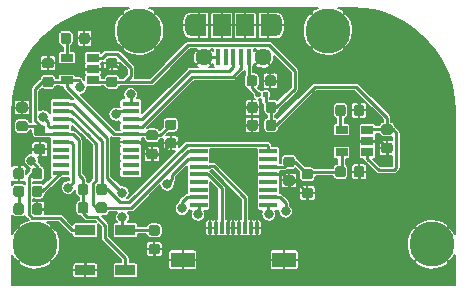
<source format=gbr>
G04 #@! TF.GenerationSoftware,KiCad,Pcbnew,(5.1.5-0-10_14)*
G04 #@! TF.CreationDate,2020-08-22T00:12:21-07:00*
G04 #@! TF.ProjectId,Sense_board,57726973-745f-4536-956e-73655f626f61,rev?*
G04 #@! TF.SameCoordinates,Original*
G04 #@! TF.FileFunction,Copper,L1,Top*
G04 #@! TF.FilePolarity,Positive*
%FSLAX46Y46*%
G04 Gerber Fmt 4.6, Leading zero omitted, Abs format (unit mm)*
G04 Created by KiCad (PCBNEW (5.1.5-0-10_14)) date 2020-08-22 00:12:21*
%MOMM*%
%LPD*%
G04 APERTURE LIST*
%ADD10R,1.500000X0.450000*%
%ADD11R,1.450000X0.450000*%
%ADD12C,0.100000*%
%ADD13R,1.700000X0.900000*%
%ADD14R,1.060000X0.650000*%
%ADD15R,1.500000X1.900000*%
%ADD16C,1.450000*%
%ADD17R,0.400000X1.350000*%
%ADD18O,1.200000X1.900000*%
%ADD19R,1.200000X1.900000*%
%ADD20C,3.800000*%
%ADD21R,2.000000X1.300000*%
%ADD22R,0.300000X1.000000*%
%ADD23C,0.800000*%
%ADD24C,0.250000*%
%ADD25C,0.152400*%
G04 APERTURE END LIST*
D10*
X116050000Y-54425000D03*
X116050000Y-55075000D03*
X116050000Y-55725000D03*
X116050000Y-56375000D03*
X116050000Y-57025000D03*
X116050000Y-57675000D03*
X116050000Y-58325000D03*
X116050000Y-58975000D03*
X121950000Y-58975000D03*
X121950000Y-58325000D03*
X121950000Y-57675000D03*
X121950000Y-57025000D03*
X121950000Y-56375000D03*
X121950000Y-55725000D03*
X121950000Y-55075000D03*
X121950000Y-54425000D03*
D11*
X110300000Y-50375000D03*
X110300000Y-51025000D03*
X110300000Y-51675000D03*
X110300000Y-52325000D03*
X110300000Y-52975000D03*
X110300000Y-53625000D03*
X110300000Y-54275000D03*
X110300000Y-54925000D03*
X110300000Y-55575000D03*
X110300000Y-56225000D03*
X104400000Y-56225000D03*
X104400000Y-55575000D03*
X104400000Y-54925000D03*
X104400000Y-54275000D03*
X104400000Y-53625000D03*
X104400000Y-52975000D03*
X104400000Y-52325000D03*
X104400000Y-51675000D03*
X104400000Y-51025000D03*
X104400000Y-50375000D03*
G04 #@! TA.AperFunction,SMDPad,CuDef*
D12*
G36*
X113977691Y-51726053D02*
G01*
X113998926Y-51729203D01*
X114019750Y-51734419D01*
X114039962Y-51741651D01*
X114059368Y-51750830D01*
X114077781Y-51761866D01*
X114095024Y-51774654D01*
X114110930Y-51789070D01*
X114125346Y-51804976D01*
X114138134Y-51822219D01*
X114149170Y-51840632D01*
X114158349Y-51860038D01*
X114165581Y-51880250D01*
X114170797Y-51901074D01*
X114173947Y-51922309D01*
X114175000Y-51943750D01*
X114175000Y-52381250D01*
X114173947Y-52402691D01*
X114170797Y-52423926D01*
X114165581Y-52444750D01*
X114158349Y-52464962D01*
X114149170Y-52484368D01*
X114138134Y-52502781D01*
X114125346Y-52520024D01*
X114110930Y-52535930D01*
X114095024Y-52550346D01*
X114077781Y-52563134D01*
X114059368Y-52574170D01*
X114039962Y-52583349D01*
X114019750Y-52590581D01*
X113998926Y-52595797D01*
X113977691Y-52598947D01*
X113956250Y-52600000D01*
X113443750Y-52600000D01*
X113422309Y-52598947D01*
X113401074Y-52595797D01*
X113380250Y-52590581D01*
X113360038Y-52583349D01*
X113340632Y-52574170D01*
X113322219Y-52563134D01*
X113304976Y-52550346D01*
X113289070Y-52535930D01*
X113274654Y-52520024D01*
X113261866Y-52502781D01*
X113250830Y-52484368D01*
X113241651Y-52464962D01*
X113234419Y-52444750D01*
X113229203Y-52423926D01*
X113226053Y-52402691D01*
X113225000Y-52381250D01*
X113225000Y-51943750D01*
X113226053Y-51922309D01*
X113229203Y-51901074D01*
X113234419Y-51880250D01*
X113241651Y-51860038D01*
X113250830Y-51840632D01*
X113261866Y-51822219D01*
X113274654Y-51804976D01*
X113289070Y-51789070D01*
X113304976Y-51774654D01*
X113322219Y-51761866D01*
X113340632Y-51750830D01*
X113360038Y-51741651D01*
X113380250Y-51734419D01*
X113401074Y-51729203D01*
X113422309Y-51726053D01*
X113443750Y-51725000D01*
X113956250Y-51725000D01*
X113977691Y-51726053D01*
G37*
G04 #@! TD.AperFunction*
G04 #@! TA.AperFunction,SMDPad,CuDef*
G36*
X113977691Y-53301053D02*
G01*
X113998926Y-53304203D01*
X114019750Y-53309419D01*
X114039962Y-53316651D01*
X114059368Y-53325830D01*
X114077781Y-53336866D01*
X114095024Y-53349654D01*
X114110930Y-53364070D01*
X114125346Y-53379976D01*
X114138134Y-53397219D01*
X114149170Y-53415632D01*
X114158349Y-53435038D01*
X114165581Y-53455250D01*
X114170797Y-53476074D01*
X114173947Y-53497309D01*
X114175000Y-53518750D01*
X114175000Y-53956250D01*
X114173947Y-53977691D01*
X114170797Y-53998926D01*
X114165581Y-54019750D01*
X114158349Y-54039962D01*
X114149170Y-54059368D01*
X114138134Y-54077781D01*
X114125346Y-54095024D01*
X114110930Y-54110930D01*
X114095024Y-54125346D01*
X114077781Y-54138134D01*
X114059368Y-54149170D01*
X114039962Y-54158349D01*
X114019750Y-54165581D01*
X113998926Y-54170797D01*
X113977691Y-54173947D01*
X113956250Y-54175000D01*
X113443750Y-54175000D01*
X113422309Y-54173947D01*
X113401074Y-54170797D01*
X113380250Y-54165581D01*
X113360038Y-54158349D01*
X113340632Y-54149170D01*
X113322219Y-54138134D01*
X113304976Y-54125346D01*
X113289070Y-54110930D01*
X113274654Y-54095024D01*
X113261866Y-54077781D01*
X113250830Y-54059368D01*
X113241651Y-54039962D01*
X113234419Y-54019750D01*
X113229203Y-53998926D01*
X113226053Y-53977691D01*
X113225000Y-53956250D01*
X113225000Y-53518750D01*
X113226053Y-53497309D01*
X113229203Y-53476074D01*
X113234419Y-53455250D01*
X113241651Y-53435038D01*
X113250830Y-53415632D01*
X113261866Y-53397219D01*
X113274654Y-53379976D01*
X113289070Y-53364070D01*
X113304976Y-53349654D01*
X113322219Y-53336866D01*
X113340632Y-53325830D01*
X113360038Y-53316651D01*
X113380250Y-53309419D01*
X113401074Y-53304203D01*
X113422309Y-53301053D01*
X113443750Y-53300000D01*
X113956250Y-53300000D01*
X113977691Y-53301053D01*
G37*
G04 #@! TD.AperFunction*
G04 #@! TA.AperFunction,SMDPad,CuDef*
G36*
X101377691Y-50276053D02*
G01*
X101398926Y-50279203D01*
X101419750Y-50284419D01*
X101439962Y-50291651D01*
X101459368Y-50300830D01*
X101477781Y-50311866D01*
X101495024Y-50324654D01*
X101510930Y-50339070D01*
X101525346Y-50354976D01*
X101538134Y-50372219D01*
X101549170Y-50390632D01*
X101558349Y-50410038D01*
X101565581Y-50430250D01*
X101570797Y-50451074D01*
X101573947Y-50472309D01*
X101575000Y-50493750D01*
X101575000Y-50931250D01*
X101573947Y-50952691D01*
X101570797Y-50973926D01*
X101565581Y-50994750D01*
X101558349Y-51014962D01*
X101549170Y-51034368D01*
X101538134Y-51052781D01*
X101525346Y-51070024D01*
X101510930Y-51085930D01*
X101495024Y-51100346D01*
X101477781Y-51113134D01*
X101459368Y-51124170D01*
X101439962Y-51133349D01*
X101419750Y-51140581D01*
X101398926Y-51145797D01*
X101377691Y-51148947D01*
X101356250Y-51150000D01*
X100843750Y-51150000D01*
X100822309Y-51148947D01*
X100801074Y-51145797D01*
X100780250Y-51140581D01*
X100760038Y-51133349D01*
X100740632Y-51124170D01*
X100722219Y-51113134D01*
X100704976Y-51100346D01*
X100689070Y-51085930D01*
X100674654Y-51070024D01*
X100661866Y-51052781D01*
X100650830Y-51034368D01*
X100641651Y-51014962D01*
X100634419Y-50994750D01*
X100629203Y-50973926D01*
X100626053Y-50952691D01*
X100625000Y-50931250D01*
X100625000Y-50493750D01*
X100626053Y-50472309D01*
X100629203Y-50451074D01*
X100634419Y-50430250D01*
X100641651Y-50410038D01*
X100650830Y-50390632D01*
X100661866Y-50372219D01*
X100674654Y-50354976D01*
X100689070Y-50339070D01*
X100704976Y-50324654D01*
X100722219Y-50311866D01*
X100740632Y-50300830D01*
X100760038Y-50291651D01*
X100780250Y-50284419D01*
X100801074Y-50279203D01*
X100822309Y-50276053D01*
X100843750Y-50275000D01*
X101356250Y-50275000D01*
X101377691Y-50276053D01*
G37*
G04 #@! TD.AperFunction*
G04 #@! TA.AperFunction,SMDPad,CuDef*
G36*
X101377691Y-51851053D02*
G01*
X101398926Y-51854203D01*
X101419750Y-51859419D01*
X101439962Y-51866651D01*
X101459368Y-51875830D01*
X101477781Y-51886866D01*
X101495024Y-51899654D01*
X101510930Y-51914070D01*
X101525346Y-51929976D01*
X101538134Y-51947219D01*
X101549170Y-51965632D01*
X101558349Y-51985038D01*
X101565581Y-52005250D01*
X101570797Y-52026074D01*
X101573947Y-52047309D01*
X101575000Y-52068750D01*
X101575000Y-52506250D01*
X101573947Y-52527691D01*
X101570797Y-52548926D01*
X101565581Y-52569750D01*
X101558349Y-52589962D01*
X101549170Y-52609368D01*
X101538134Y-52627781D01*
X101525346Y-52645024D01*
X101510930Y-52660930D01*
X101495024Y-52675346D01*
X101477781Y-52688134D01*
X101459368Y-52699170D01*
X101439962Y-52708349D01*
X101419750Y-52715581D01*
X101398926Y-52720797D01*
X101377691Y-52723947D01*
X101356250Y-52725000D01*
X100843750Y-52725000D01*
X100822309Y-52723947D01*
X100801074Y-52720797D01*
X100780250Y-52715581D01*
X100760038Y-52708349D01*
X100740632Y-52699170D01*
X100722219Y-52688134D01*
X100704976Y-52675346D01*
X100689070Y-52660930D01*
X100674654Y-52645024D01*
X100661866Y-52627781D01*
X100650830Y-52609368D01*
X100641651Y-52589962D01*
X100634419Y-52569750D01*
X100629203Y-52548926D01*
X100626053Y-52527691D01*
X100625000Y-52506250D01*
X100625000Y-52068750D01*
X100626053Y-52047309D01*
X100629203Y-52026074D01*
X100634419Y-52005250D01*
X100641651Y-51985038D01*
X100650830Y-51965632D01*
X100661866Y-51947219D01*
X100674654Y-51929976D01*
X100689070Y-51914070D01*
X100704976Y-51899654D01*
X100722219Y-51886866D01*
X100740632Y-51875830D01*
X100760038Y-51866651D01*
X100780250Y-51859419D01*
X100801074Y-51854203D01*
X100822309Y-51851053D01*
X100843750Y-51850000D01*
X101356250Y-51850000D01*
X101377691Y-51851053D01*
G37*
G04 #@! TD.AperFunction*
G04 #@! TA.AperFunction,SMDPad,CuDef*
G36*
X120802691Y-47976053D02*
G01*
X120823926Y-47979203D01*
X120844750Y-47984419D01*
X120864962Y-47991651D01*
X120884368Y-48000830D01*
X120902781Y-48011866D01*
X120920024Y-48024654D01*
X120935930Y-48039070D01*
X120950346Y-48054976D01*
X120963134Y-48072219D01*
X120974170Y-48090632D01*
X120983349Y-48110038D01*
X120990581Y-48130250D01*
X120995797Y-48151074D01*
X120998947Y-48172309D01*
X121000000Y-48193750D01*
X121000000Y-48706250D01*
X120998947Y-48727691D01*
X120995797Y-48748926D01*
X120990581Y-48769750D01*
X120983349Y-48789962D01*
X120974170Y-48809368D01*
X120963134Y-48827781D01*
X120950346Y-48845024D01*
X120935930Y-48860930D01*
X120920024Y-48875346D01*
X120902781Y-48888134D01*
X120884368Y-48899170D01*
X120864962Y-48908349D01*
X120844750Y-48915581D01*
X120823926Y-48920797D01*
X120802691Y-48923947D01*
X120781250Y-48925000D01*
X120343750Y-48925000D01*
X120322309Y-48923947D01*
X120301074Y-48920797D01*
X120280250Y-48915581D01*
X120260038Y-48908349D01*
X120240632Y-48899170D01*
X120222219Y-48888134D01*
X120204976Y-48875346D01*
X120189070Y-48860930D01*
X120174654Y-48845024D01*
X120161866Y-48827781D01*
X120150830Y-48809368D01*
X120141651Y-48789962D01*
X120134419Y-48769750D01*
X120129203Y-48748926D01*
X120126053Y-48727691D01*
X120125000Y-48706250D01*
X120125000Y-48193750D01*
X120126053Y-48172309D01*
X120129203Y-48151074D01*
X120134419Y-48130250D01*
X120141651Y-48110038D01*
X120150830Y-48090632D01*
X120161866Y-48072219D01*
X120174654Y-48054976D01*
X120189070Y-48039070D01*
X120204976Y-48024654D01*
X120222219Y-48011866D01*
X120240632Y-48000830D01*
X120260038Y-47991651D01*
X120280250Y-47984419D01*
X120301074Y-47979203D01*
X120322309Y-47976053D01*
X120343750Y-47975000D01*
X120781250Y-47975000D01*
X120802691Y-47976053D01*
G37*
G04 #@! TD.AperFunction*
G04 #@! TA.AperFunction,SMDPad,CuDef*
G36*
X122377691Y-47976053D02*
G01*
X122398926Y-47979203D01*
X122419750Y-47984419D01*
X122439962Y-47991651D01*
X122459368Y-48000830D01*
X122477781Y-48011866D01*
X122495024Y-48024654D01*
X122510930Y-48039070D01*
X122525346Y-48054976D01*
X122538134Y-48072219D01*
X122549170Y-48090632D01*
X122558349Y-48110038D01*
X122565581Y-48130250D01*
X122570797Y-48151074D01*
X122573947Y-48172309D01*
X122575000Y-48193750D01*
X122575000Y-48706250D01*
X122573947Y-48727691D01*
X122570797Y-48748926D01*
X122565581Y-48769750D01*
X122558349Y-48789962D01*
X122549170Y-48809368D01*
X122538134Y-48827781D01*
X122525346Y-48845024D01*
X122510930Y-48860930D01*
X122495024Y-48875346D01*
X122477781Y-48888134D01*
X122459368Y-48899170D01*
X122439962Y-48908349D01*
X122419750Y-48915581D01*
X122398926Y-48920797D01*
X122377691Y-48923947D01*
X122356250Y-48925000D01*
X121918750Y-48925000D01*
X121897309Y-48923947D01*
X121876074Y-48920797D01*
X121855250Y-48915581D01*
X121835038Y-48908349D01*
X121815632Y-48899170D01*
X121797219Y-48888134D01*
X121779976Y-48875346D01*
X121764070Y-48860930D01*
X121749654Y-48845024D01*
X121736866Y-48827781D01*
X121725830Y-48809368D01*
X121716651Y-48789962D01*
X121709419Y-48769750D01*
X121704203Y-48748926D01*
X121701053Y-48727691D01*
X121700000Y-48706250D01*
X121700000Y-48193750D01*
X121701053Y-48172309D01*
X121704203Y-48151074D01*
X121709419Y-48130250D01*
X121716651Y-48110038D01*
X121725830Y-48090632D01*
X121736866Y-48072219D01*
X121749654Y-48054976D01*
X121764070Y-48039070D01*
X121779976Y-48024654D01*
X121797219Y-48011866D01*
X121815632Y-48000830D01*
X121835038Y-47991651D01*
X121855250Y-47984419D01*
X121876074Y-47979203D01*
X121897309Y-47976053D01*
X121918750Y-47975000D01*
X122356250Y-47975000D01*
X122377691Y-47976053D01*
G37*
G04 #@! TD.AperFunction*
G04 #@! TA.AperFunction,SMDPad,CuDef*
G36*
X112377691Y-52626053D02*
G01*
X112398926Y-52629203D01*
X112419750Y-52634419D01*
X112439962Y-52641651D01*
X112459368Y-52650830D01*
X112477781Y-52661866D01*
X112495024Y-52674654D01*
X112510930Y-52689070D01*
X112525346Y-52704976D01*
X112538134Y-52722219D01*
X112549170Y-52740632D01*
X112558349Y-52760038D01*
X112565581Y-52780250D01*
X112570797Y-52801074D01*
X112573947Y-52822309D01*
X112575000Y-52843750D01*
X112575000Y-53281250D01*
X112573947Y-53302691D01*
X112570797Y-53323926D01*
X112565581Y-53344750D01*
X112558349Y-53364962D01*
X112549170Y-53384368D01*
X112538134Y-53402781D01*
X112525346Y-53420024D01*
X112510930Y-53435930D01*
X112495024Y-53450346D01*
X112477781Y-53463134D01*
X112459368Y-53474170D01*
X112439962Y-53483349D01*
X112419750Y-53490581D01*
X112398926Y-53495797D01*
X112377691Y-53498947D01*
X112356250Y-53500000D01*
X111843750Y-53500000D01*
X111822309Y-53498947D01*
X111801074Y-53495797D01*
X111780250Y-53490581D01*
X111760038Y-53483349D01*
X111740632Y-53474170D01*
X111722219Y-53463134D01*
X111704976Y-53450346D01*
X111689070Y-53435930D01*
X111674654Y-53420024D01*
X111661866Y-53402781D01*
X111650830Y-53384368D01*
X111641651Y-53364962D01*
X111634419Y-53344750D01*
X111629203Y-53323926D01*
X111626053Y-53302691D01*
X111625000Y-53281250D01*
X111625000Y-52843750D01*
X111626053Y-52822309D01*
X111629203Y-52801074D01*
X111634419Y-52780250D01*
X111641651Y-52760038D01*
X111650830Y-52740632D01*
X111661866Y-52722219D01*
X111674654Y-52704976D01*
X111689070Y-52689070D01*
X111704976Y-52674654D01*
X111722219Y-52661866D01*
X111740632Y-52650830D01*
X111760038Y-52641651D01*
X111780250Y-52634419D01*
X111801074Y-52629203D01*
X111822309Y-52626053D01*
X111843750Y-52625000D01*
X112356250Y-52625000D01*
X112377691Y-52626053D01*
G37*
G04 #@! TD.AperFunction*
G04 #@! TA.AperFunction,SMDPad,CuDef*
G36*
X112377691Y-54201053D02*
G01*
X112398926Y-54204203D01*
X112419750Y-54209419D01*
X112439962Y-54216651D01*
X112459368Y-54225830D01*
X112477781Y-54236866D01*
X112495024Y-54249654D01*
X112510930Y-54264070D01*
X112525346Y-54279976D01*
X112538134Y-54297219D01*
X112549170Y-54315632D01*
X112558349Y-54335038D01*
X112565581Y-54355250D01*
X112570797Y-54376074D01*
X112573947Y-54397309D01*
X112575000Y-54418750D01*
X112575000Y-54856250D01*
X112573947Y-54877691D01*
X112570797Y-54898926D01*
X112565581Y-54919750D01*
X112558349Y-54939962D01*
X112549170Y-54959368D01*
X112538134Y-54977781D01*
X112525346Y-54995024D01*
X112510930Y-55010930D01*
X112495024Y-55025346D01*
X112477781Y-55038134D01*
X112459368Y-55049170D01*
X112439962Y-55058349D01*
X112419750Y-55065581D01*
X112398926Y-55070797D01*
X112377691Y-55073947D01*
X112356250Y-55075000D01*
X111843750Y-55075000D01*
X111822309Y-55073947D01*
X111801074Y-55070797D01*
X111780250Y-55065581D01*
X111760038Y-55058349D01*
X111740632Y-55049170D01*
X111722219Y-55038134D01*
X111704976Y-55025346D01*
X111689070Y-55010930D01*
X111674654Y-54995024D01*
X111661866Y-54977781D01*
X111650830Y-54959368D01*
X111641651Y-54939962D01*
X111634419Y-54919750D01*
X111629203Y-54898926D01*
X111626053Y-54877691D01*
X111625000Y-54856250D01*
X111625000Y-54418750D01*
X111626053Y-54397309D01*
X111629203Y-54376074D01*
X111634419Y-54355250D01*
X111641651Y-54335038D01*
X111650830Y-54315632D01*
X111661866Y-54297219D01*
X111674654Y-54279976D01*
X111689070Y-54264070D01*
X111704976Y-54249654D01*
X111722219Y-54236866D01*
X111740632Y-54225830D01*
X111760038Y-54216651D01*
X111780250Y-54209419D01*
X111801074Y-54204203D01*
X111822309Y-54201053D01*
X111843750Y-54200000D01*
X112356250Y-54200000D01*
X112377691Y-54201053D01*
G37*
G04 #@! TD.AperFunction*
G04 #@! TA.AperFunction,SMDPad,CuDef*
G36*
X102877691Y-52226053D02*
G01*
X102898926Y-52229203D01*
X102919750Y-52234419D01*
X102939962Y-52241651D01*
X102959368Y-52250830D01*
X102977781Y-52261866D01*
X102995024Y-52274654D01*
X103010930Y-52289070D01*
X103025346Y-52304976D01*
X103038134Y-52322219D01*
X103049170Y-52340632D01*
X103058349Y-52360038D01*
X103065581Y-52380250D01*
X103070797Y-52401074D01*
X103073947Y-52422309D01*
X103075000Y-52443750D01*
X103075000Y-52881250D01*
X103073947Y-52902691D01*
X103070797Y-52923926D01*
X103065581Y-52944750D01*
X103058349Y-52964962D01*
X103049170Y-52984368D01*
X103038134Y-53002781D01*
X103025346Y-53020024D01*
X103010930Y-53035930D01*
X102995024Y-53050346D01*
X102977781Y-53063134D01*
X102959368Y-53074170D01*
X102939962Y-53083349D01*
X102919750Y-53090581D01*
X102898926Y-53095797D01*
X102877691Y-53098947D01*
X102856250Y-53100000D01*
X102343750Y-53100000D01*
X102322309Y-53098947D01*
X102301074Y-53095797D01*
X102280250Y-53090581D01*
X102260038Y-53083349D01*
X102240632Y-53074170D01*
X102222219Y-53063134D01*
X102204976Y-53050346D01*
X102189070Y-53035930D01*
X102174654Y-53020024D01*
X102161866Y-53002781D01*
X102150830Y-52984368D01*
X102141651Y-52964962D01*
X102134419Y-52944750D01*
X102129203Y-52923926D01*
X102126053Y-52902691D01*
X102125000Y-52881250D01*
X102125000Y-52443750D01*
X102126053Y-52422309D01*
X102129203Y-52401074D01*
X102134419Y-52380250D01*
X102141651Y-52360038D01*
X102150830Y-52340632D01*
X102161866Y-52322219D01*
X102174654Y-52304976D01*
X102189070Y-52289070D01*
X102204976Y-52274654D01*
X102222219Y-52261866D01*
X102240632Y-52250830D01*
X102260038Y-52241651D01*
X102280250Y-52234419D01*
X102301074Y-52229203D01*
X102322309Y-52226053D01*
X102343750Y-52225000D01*
X102856250Y-52225000D01*
X102877691Y-52226053D01*
G37*
G04 #@! TD.AperFunction*
G04 #@! TA.AperFunction,SMDPad,CuDef*
G36*
X102877691Y-53801053D02*
G01*
X102898926Y-53804203D01*
X102919750Y-53809419D01*
X102939962Y-53816651D01*
X102959368Y-53825830D01*
X102977781Y-53836866D01*
X102995024Y-53849654D01*
X103010930Y-53864070D01*
X103025346Y-53879976D01*
X103038134Y-53897219D01*
X103049170Y-53915632D01*
X103058349Y-53935038D01*
X103065581Y-53955250D01*
X103070797Y-53976074D01*
X103073947Y-53997309D01*
X103075000Y-54018750D01*
X103075000Y-54456250D01*
X103073947Y-54477691D01*
X103070797Y-54498926D01*
X103065581Y-54519750D01*
X103058349Y-54539962D01*
X103049170Y-54559368D01*
X103038134Y-54577781D01*
X103025346Y-54595024D01*
X103010930Y-54610930D01*
X102995024Y-54625346D01*
X102977781Y-54638134D01*
X102959368Y-54649170D01*
X102939962Y-54658349D01*
X102919750Y-54665581D01*
X102898926Y-54670797D01*
X102877691Y-54673947D01*
X102856250Y-54675000D01*
X102343750Y-54675000D01*
X102322309Y-54673947D01*
X102301074Y-54670797D01*
X102280250Y-54665581D01*
X102260038Y-54658349D01*
X102240632Y-54649170D01*
X102222219Y-54638134D01*
X102204976Y-54625346D01*
X102189070Y-54610930D01*
X102174654Y-54595024D01*
X102161866Y-54577781D01*
X102150830Y-54559368D01*
X102141651Y-54539962D01*
X102134419Y-54519750D01*
X102129203Y-54498926D01*
X102126053Y-54477691D01*
X102125000Y-54456250D01*
X102125000Y-54018750D01*
X102126053Y-53997309D01*
X102129203Y-53976074D01*
X102134419Y-53955250D01*
X102141651Y-53935038D01*
X102150830Y-53915632D01*
X102161866Y-53897219D01*
X102174654Y-53879976D01*
X102189070Y-53864070D01*
X102204976Y-53849654D01*
X102222219Y-53836866D01*
X102240632Y-53825830D01*
X102260038Y-53816651D01*
X102280250Y-53809419D01*
X102301074Y-53804203D01*
X102322309Y-53801053D01*
X102343750Y-53800000D01*
X102856250Y-53800000D01*
X102877691Y-53801053D01*
G37*
G04 #@! TD.AperFunction*
G04 #@! TA.AperFunction,SMDPad,CuDef*
G36*
X122427691Y-50226053D02*
G01*
X122448926Y-50229203D01*
X122469750Y-50234419D01*
X122489962Y-50241651D01*
X122509368Y-50250830D01*
X122527781Y-50261866D01*
X122545024Y-50274654D01*
X122560930Y-50289070D01*
X122575346Y-50304976D01*
X122588134Y-50322219D01*
X122599170Y-50340632D01*
X122608349Y-50360038D01*
X122615581Y-50380250D01*
X122620797Y-50401074D01*
X122623947Y-50422309D01*
X122625000Y-50443750D01*
X122625000Y-50956250D01*
X122623947Y-50977691D01*
X122620797Y-50998926D01*
X122615581Y-51019750D01*
X122608349Y-51039962D01*
X122599170Y-51059368D01*
X122588134Y-51077781D01*
X122575346Y-51095024D01*
X122560930Y-51110930D01*
X122545024Y-51125346D01*
X122527781Y-51138134D01*
X122509368Y-51149170D01*
X122489962Y-51158349D01*
X122469750Y-51165581D01*
X122448926Y-51170797D01*
X122427691Y-51173947D01*
X122406250Y-51175000D01*
X121968750Y-51175000D01*
X121947309Y-51173947D01*
X121926074Y-51170797D01*
X121905250Y-51165581D01*
X121885038Y-51158349D01*
X121865632Y-51149170D01*
X121847219Y-51138134D01*
X121829976Y-51125346D01*
X121814070Y-51110930D01*
X121799654Y-51095024D01*
X121786866Y-51077781D01*
X121775830Y-51059368D01*
X121766651Y-51039962D01*
X121759419Y-51019750D01*
X121754203Y-50998926D01*
X121751053Y-50977691D01*
X121750000Y-50956250D01*
X121750000Y-50443750D01*
X121751053Y-50422309D01*
X121754203Y-50401074D01*
X121759419Y-50380250D01*
X121766651Y-50360038D01*
X121775830Y-50340632D01*
X121786866Y-50322219D01*
X121799654Y-50304976D01*
X121814070Y-50289070D01*
X121829976Y-50274654D01*
X121847219Y-50261866D01*
X121865632Y-50250830D01*
X121885038Y-50241651D01*
X121905250Y-50234419D01*
X121926074Y-50229203D01*
X121947309Y-50226053D01*
X121968750Y-50225000D01*
X122406250Y-50225000D01*
X122427691Y-50226053D01*
G37*
G04 #@! TD.AperFunction*
G04 #@! TA.AperFunction,SMDPad,CuDef*
G36*
X120852691Y-50226053D02*
G01*
X120873926Y-50229203D01*
X120894750Y-50234419D01*
X120914962Y-50241651D01*
X120934368Y-50250830D01*
X120952781Y-50261866D01*
X120970024Y-50274654D01*
X120985930Y-50289070D01*
X121000346Y-50304976D01*
X121013134Y-50322219D01*
X121024170Y-50340632D01*
X121033349Y-50360038D01*
X121040581Y-50380250D01*
X121045797Y-50401074D01*
X121048947Y-50422309D01*
X121050000Y-50443750D01*
X121050000Y-50956250D01*
X121048947Y-50977691D01*
X121045797Y-50998926D01*
X121040581Y-51019750D01*
X121033349Y-51039962D01*
X121024170Y-51059368D01*
X121013134Y-51077781D01*
X121000346Y-51095024D01*
X120985930Y-51110930D01*
X120970024Y-51125346D01*
X120952781Y-51138134D01*
X120934368Y-51149170D01*
X120914962Y-51158349D01*
X120894750Y-51165581D01*
X120873926Y-51170797D01*
X120852691Y-51173947D01*
X120831250Y-51175000D01*
X120393750Y-51175000D01*
X120372309Y-51173947D01*
X120351074Y-51170797D01*
X120330250Y-51165581D01*
X120310038Y-51158349D01*
X120290632Y-51149170D01*
X120272219Y-51138134D01*
X120254976Y-51125346D01*
X120239070Y-51110930D01*
X120224654Y-51095024D01*
X120211866Y-51077781D01*
X120200830Y-51059368D01*
X120191651Y-51039962D01*
X120184419Y-51019750D01*
X120179203Y-50998926D01*
X120176053Y-50977691D01*
X120175000Y-50956250D01*
X120175000Y-50443750D01*
X120176053Y-50422309D01*
X120179203Y-50401074D01*
X120184419Y-50380250D01*
X120191651Y-50360038D01*
X120200830Y-50340632D01*
X120211866Y-50322219D01*
X120224654Y-50304976D01*
X120239070Y-50289070D01*
X120254976Y-50274654D01*
X120272219Y-50261866D01*
X120290632Y-50250830D01*
X120310038Y-50241651D01*
X120330250Y-50234419D01*
X120351074Y-50229203D01*
X120372309Y-50226053D01*
X120393750Y-50225000D01*
X120831250Y-50225000D01*
X120852691Y-50226053D01*
G37*
G04 #@! TD.AperFunction*
G04 #@! TA.AperFunction,SMDPad,CuDef*
G36*
X120852691Y-51726053D02*
G01*
X120873926Y-51729203D01*
X120894750Y-51734419D01*
X120914962Y-51741651D01*
X120934368Y-51750830D01*
X120952781Y-51761866D01*
X120970024Y-51774654D01*
X120985930Y-51789070D01*
X121000346Y-51804976D01*
X121013134Y-51822219D01*
X121024170Y-51840632D01*
X121033349Y-51860038D01*
X121040581Y-51880250D01*
X121045797Y-51901074D01*
X121048947Y-51922309D01*
X121050000Y-51943750D01*
X121050000Y-52456250D01*
X121048947Y-52477691D01*
X121045797Y-52498926D01*
X121040581Y-52519750D01*
X121033349Y-52539962D01*
X121024170Y-52559368D01*
X121013134Y-52577781D01*
X121000346Y-52595024D01*
X120985930Y-52610930D01*
X120970024Y-52625346D01*
X120952781Y-52638134D01*
X120934368Y-52649170D01*
X120914962Y-52658349D01*
X120894750Y-52665581D01*
X120873926Y-52670797D01*
X120852691Y-52673947D01*
X120831250Y-52675000D01*
X120393750Y-52675000D01*
X120372309Y-52673947D01*
X120351074Y-52670797D01*
X120330250Y-52665581D01*
X120310038Y-52658349D01*
X120290632Y-52649170D01*
X120272219Y-52638134D01*
X120254976Y-52625346D01*
X120239070Y-52610930D01*
X120224654Y-52595024D01*
X120211866Y-52577781D01*
X120200830Y-52559368D01*
X120191651Y-52539962D01*
X120184419Y-52519750D01*
X120179203Y-52498926D01*
X120176053Y-52477691D01*
X120175000Y-52456250D01*
X120175000Y-51943750D01*
X120176053Y-51922309D01*
X120179203Y-51901074D01*
X120184419Y-51880250D01*
X120191651Y-51860038D01*
X120200830Y-51840632D01*
X120211866Y-51822219D01*
X120224654Y-51804976D01*
X120239070Y-51789070D01*
X120254976Y-51774654D01*
X120272219Y-51761866D01*
X120290632Y-51750830D01*
X120310038Y-51741651D01*
X120330250Y-51734419D01*
X120351074Y-51729203D01*
X120372309Y-51726053D01*
X120393750Y-51725000D01*
X120831250Y-51725000D01*
X120852691Y-51726053D01*
G37*
G04 #@! TD.AperFunction*
G04 #@! TA.AperFunction,SMDPad,CuDef*
G36*
X122427691Y-51726053D02*
G01*
X122448926Y-51729203D01*
X122469750Y-51734419D01*
X122489962Y-51741651D01*
X122509368Y-51750830D01*
X122527781Y-51761866D01*
X122545024Y-51774654D01*
X122560930Y-51789070D01*
X122575346Y-51804976D01*
X122588134Y-51822219D01*
X122599170Y-51840632D01*
X122608349Y-51860038D01*
X122615581Y-51880250D01*
X122620797Y-51901074D01*
X122623947Y-51922309D01*
X122625000Y-51943750D01*
X122625000Y-52456250D01*
X122623947Y-52477691D01*
X122620797Y-52498926D01*
X122615581Y-52519750D01*
X122608349Y-52539962D01*
X122599170Y-52559368D01*
X122588134Y-52577781D01*
X122575346Y-52595024D01*
X122560930Y-52610930D01*
X122545024Y-52625346D01*
X122527781Y-52638134D01*
X122509368Y-52649170D01*
X122489962Y-52658349D01*
X122469750Y-52665581D01*
X122448926Y-52670797D01*
X122427691Y-52673947D01*
X122406250Y-52675000D01*
X121968750Y-52675000D01*
X121947309Y-52673947D01*
X121926074Y-52670797D01*
X121905250Y-52665581D01*
X121885038Y-52658349D01*
X121865632Y-52649170D01*
X121847219Y-52638134D01*
X121829976Y-52625346D01*
X121814070Y-52610930D01*
X121799654Y-52595024D01*
X121786866Y-52577781D01*
X121775830Y-52559368D01*
X121766651Y-52539962D01*
X121759419Y-52519750D01*
X121754203Y-52498926D01*
X121751053Y-52477691D01*
X121750000Y-52456250D01*
X121750000Y-51943750D01*
X121751053Y-51922309D01*
X121754203Y-51901074D01*
X121759419Y-51880250D01*
X121766651Y-51860038D01*
X121775830Y-51840632D01*
X121786866Y-51822219D01*
X121799654Y-51804976D01*
X121814070Y-51789070D01*
X121829976Y-51774654D01*
X121847219Y-51761866D01*
X121865632Y-51750830D01*
X121885038Y-51741651D01*
X121905250Y-51734419D01*
X121926074Y-51729203D01*
X121947309Y-51726053D01*
X121968750Y-51725000D01*
X122406250Y-51725000D01*
X122427691Y-51726053D01*
G37*
G04 #@! TD.AperFunction*
G04 #@! TA.AperFunction,SMDPad,CuDef*
G36*
X101052691Y-55826053D02*
G01*
X101073926Y-55829203D01*
X101094750Y-55834419D01*
X101114962Y-55841651D01*
X101134368Y-55850830D01*
X101152781Y-55861866D01*
X101170024Y-55874654D01*
X101185930Y-55889070D01*
X101200346Y-55904976D01*
X101213134Y-55922219D01*
X101224170Y-55940632D01*
X101233349Y-55960038D01*
X101240581Y-55980250D01*
X101245797Y-56001074D01*
X101248947Y-56022309D01*
X101250000Y-56043750D01*
X101250000Y-56556250D01*
X101248947Y-56577691D01*
X101245797Y-56598926D01*
X101240581Y-56619750D01*
X101233349Y-56639962D01*
X101224170Y-56659368D01*
X101213134Y-56677781D01*
X101200346Y-56695024D01*
X101185930Y-56710930D01*
X101170024Y-56725346D01*
X101152781Y-56738134D01*
X101134368Y-56749170D01*
X101114962Y-56758349D01*
X101094750Y-56765581D01*
X101073926Y-56770797D01*
X101052691Y-56773947D01*
X101031250Y-56775000D01*
X100593750Y-56775000D01*
X100572309Y-56773947D01*
X100551074Y-56770797D01*
X100530250Y-56765581D01*
X100510038Y-56758349D01*
X100490632Y-56749170D01*
X100472219Y-56738134D01*
X100454976Y-56725346D01*
X100439070Y-56710930D01*
X100424654Y-56695024D01*
X100411866Y-56677781D01*
X100400830Y-56659368D01*
X100391651Y-56639962D01*
X100384419Y-56619750D01*
X100379203Y-56598926D01*
X100376053Y-56577691D01*
X100375000Y-56556250D01*
X100375000Y-56043750D01*
X100376053Y-56022309D01*
X100379203Y-56001074D01*
X100384419Y-55980250D01*
X100391651Y-55960038D01*
X100400830Y-55940632D01*
X100411866Y-55922219D01*
X100424654Y-55904976D01*
X100439070Y-55889070D01*
X100454976Y-55874654D01*
X100472219Y-55861866D01*
X100490632Y-55850830D01*
X100510038Y-55841651D01*
X100530250Y-55834419D01*
X100551074Y-55829203D01*
X100572309Y-55826053D01*
X100593750Y-55825000D01*
X101031250Y-55825000D01*
X101052691Y-55826053D01*
G37*
G04 #@! TD.AperFunction*
G04 #@! TA.AperFunction,SMDPad,CuDef*
G36*
X102627691Y-55826053D02*
G01*
X102648926Y-55829203D01*
X102669750Y-55834419D01*
X102689962Y-55841651D01*
X102709368Y-55850830D01*
X102727781Y-55861866D01*
X102745024Y-55874654D01*
X102760930Y-55889070D01*
X102775346Y-55904976D01*
X102788134Y-55922219D01*
X102799170Y-55940632D01*
X102808349Y-55960038D01*
X102815581Y-55980250D01*
X102820797Y-56001074D01*
X102823947Y-56022309D01*
X102825000Y-56043750D01*
X102825000Y-56556250D01*
X102823947Y-56577691D01*
X102820797Y-56598926D01*
X102815581Y-56619750D01*
X102808349Y-56639962D01*
X102799170Y-56659368D01*
X102788134Y-56677781D01*
X102775346Y-56695024D01*
X102760930Y-56710930D01*
X102745024Y-56725346D01*
X102727781Y-56738134D01*
X102709368Y-56749170D01*
X102689962Y-56758349D01*
X102669750Y-56765581D01*
X102648926Y-56770797D01*
X102627691Y-56773947D01*
X102606250Y-56775000D01*
X102168750Y-56775000D01*
X102147309Y-56773947D01*
X102126074Y-56770797D01*
X102105250Y-56765581D01*
X102085038Y-56758349D01*
X102065632Y-56749170D01*
X102047219Y-56738134D01*
X102029976Y-56725346D01*
X102014070Y-56710930D01*
X101999654Y-56695024D01*
X101986866Y-56677781D01*
X101975830Y-56659368D01*
X101966651Y-56639962D01*
X101959419Y-56619750D01*
X101954203Y-56598926D01*
X101951053Y-56577691D01*
X101950000Y-56556250D01*
X101950000Y-56043750D01*
X101951053Y-56022309D01*
X101954203Y-56001074D01*
X101959419Y-55980250D01*
X101966651Y-55960038D01*
X101975830Y-55940632D01*
X101986866Y-55922219D01*
X101999654Y-55904976D01*
X102014070Y-55889070D01*
X102029976Y-55874654D01*
X102047219Y-55861866D01*
X102065632Y-55850830D01*
X102085038Y-55841651D01*
X102105250Y-55834419D01*
X102126074Y-55829203D01*
X102147309Y-55826053D01*
X102168750Y-55825000D01*
X102606250Y-55825000D01*
X102627691Y-55826053D01*
G37*
G04 #@! TD.AperFunction*
G04 #@! TA.AperFunction,SMDPad,CuDef*
G36*
X108977691Y-46526053D02*
G01*
X108998926Y-46529203D01*
X109019750Y-46534419D01*
X109039962Y-46541651D01*
X109059368Y-46550830D01*
X109077781Y-46561866D01*
X109095024Y-46574654D01*
X109110930Y-46589070D01*
X109125346Y-46604976D01*
X109138134Y-46622219D01*
X109149170Y-46640632D01*
X109158349Y-46660038D01*
X109165581Y-46680250D01*
X109170797Y-46701074D01*
X109173947Y-46722309D01*
X109175000Y-46743750D01*
X109175000Y-47181250D01*
X109173947Y-47202691D01*
X109170797Y-47223926D01*
X109165581Y-47244750D01*
X109158349Y-47264962D01*
X109149170Y-47284368D01*
X109138134Y-47302781D01*
X109125346Y-47320024D01*
X109110930Y-47335930D01*
X109095024Y-47350346D01*
X109077781Y-47363134D01*
X109059368Y-47374170D01*
X109039962Y-47383349D01*
X109019750Y-47390581D01*
X108998926Y-47395797D01*
X108977691Y-47398947D01*
X108956250Y-47400000D01*
X108443750Y-47400000D01*
X108422309Y-47398947D01*
X108401074Y-47395797D01*
X108380250Y-47390581D01*
X108360038Y-47383349D01*
X108340632Y-47374170D01*
X108322219Y-47363134D01*
X108304976Y-47350346D01*
X108289070Y-47335930D01*
X108274654Y-47320024D01*
X108261866Y-47302781D01*
X108250830Y-47284368D01*
X108241651Y-47264962D01*
X108234419Y-47244750D01*
X108229203Y-47223926D01*
X108226053Y-47202691D01*
X108225000Y-47181250D01*
X108225000Y-46743750D01*
X108226053Y-46722309D01*
X108229203Y-46701074D01*
X108234419Y-46680250D01*
X108241651Y-46660038D01*
X108250830Y-46640632D01*
X108261866Y-46622219D01*
X108274654Y-46604976D01*
X108289070Y-46589070D01*
X108304976Y-46574654D01*
X108322219Y-46561866D01*
X108340632Y-46550830D01*
X108360038Y-46541651D01*
X108380250Y-46534419D01*
X108401074Y-46529203D01*
X108422309Y-46526053D01*
X108443750Y-46525000D01*
X108956250Y-46525000D01*
X108977691Y-46526053D01*
G37*
G04 #@! TD.AperFunction*
G04 #@! TA.AperFunction,SMDPad,CuDef*
G36*
X108977691Y-48101053D02*
G01*
X108998926Y-48104203D01*
X109019750Y-48109419D01*
X109039962Y-48116651D01*
X109059368Y-48125830D01*
X109077781Y-48136866D01*
X109095024Y-48149654D01*
X109110930Y-48164070D01*
X109125346Y-48179976D01*
X109138134Y-48197219D01*
X109149170Y-48215632D01*
X109158349Y-48235038D01*
X109165581Y-48255250D01*
X109170797Y-48276074D01*
X109173947Y-48297309D01*
X109175000Y-48318750D01*
X109175000Y-48756250D01*
X109173947Y-48777691D01*
X109170797Y-48798926D01*
X109165581Y-48819750D01*
X109158349Y-48839962D01*
X109149170Y-48859368D01*
X109138134Y-48877781D01*
X109125346Y-48895024D01*
X109110930Y-48910930D01*
X109095024Y-48925346D01*
X109077781Y-48938134D01*
X109059368Y-48949170D01*
X109039962Y-48958349D01*
X109019750Y-48965581D01*
X108998926Y-48970797D01*
X108977691Y-48973947D01*
X108956250Y-48975000D01*
X108443750Y-48975000D01*
X108422309Y-48973947D01*
X108401074Y-48970797D01*
X108380250Y-48965581D01*
X108360038Y-48958349D01*
X108340632Y-48949170D01*
X108322219Y-48938134D01*
X108304976Y-48925346D01*
X108289070Y-48910930D01*
X108274654Y-48895024D01*
X108261866Y-48877781D01*
X108250830Y-48859368D01*
X108241651Y-48839962D01*
X108234419Y-48819750D01*
X108229203Y-48798926D01*
X108226053Y-48777691D01*
X108225000Y-48756250D01*
X108225000Y-48318750D01*
X108226053Y-48297309D01*
X108229203Y-48276074D01*
X108234419Y-48255250D01*
X108241651Y-48235038D01*
X108250830Y-48215632D01*
X108261866Y-48197219D01*
X108274654Y-48179976D01*
X108289070Y-48164070D01*
X108304976Y-48149654D01*
X108322219Y-48136866D01*
X108340632Y-48125830D01*
X108360038Y-48116651D01*
X108380250Y-48109419D01*
X108401074Y-48104203D01*
X108422309Y-48101053D01*
X108443750Y-48100000D01*
X108956250Y-48100000D01*
X108977691Y-48101053D01*
G37*
G04 #@! TD.AperFunction*
G04 #@! TA.AperFunction,SMDPad,CuDef*
G36*
X106627691Y-44376053D02*
G01*
X106648926Y-44379203D01*
X106669750Y-44384419D01*
X106689962Y-44391651D01*
X106709368Y-44400830D01*
X106727781Y-44411866D01*
X106745024Y-44424654D01*
X106760930Y-44439070D01*
X106775346Y-44454976D01*
X106788134Y-44472219D01*
X106799170Y-44490632D01*
X106808349Y-44510038D01*
X106815581Y-44530250D01*
X106820797Y-44551074D01*
X106823947Y-44572309D01*
X106825000Y-44593750D01*
X106825000Y-45106250D01*
X106823947Y-45127691D01*
X106820797Y-45148926D01*
X106815581Y-45169750D01*
X106808349Y-45189962D01*
X106799170Y-45209368D01*
X106788134Y-45227781D01*
X106775346Y-45245024D01*
X106760930Y-45260930D01*
X106745024Y-45275346D01*
X106727781Y-45288134D01*
X106709368Y-45299170D01*
X106689962Y-45308349D01*
X106669750Y-45315581D01*
X106648926Y-45320797D01*
X106627691Y-45323947D01*
X106606250Y-45325000D01*
X106168750Y-45325000D01*
X106147309Y-45323947D01*
X106126074Y-45320797D01*
X106105250Y-45315581D01*
X106085038Y-45308349D01*
X106065632Y-45299170D01*
X106047219Y-45288134D01*
X106029976Y-45275346D01*
X106014070Y-45260930D01*
X105999654Y-45245024D01*
X105986866Y-45227781D01*
X105975830Y-45209368D01*
X105966651Y-45189962D01*
X105959419Y-45169750D01*
X105954203Y-45148926D01*
X105951053Y-45127691D01*
X105950000Y-45106250D01*
X105950000Y-44593750D01*
X105951053Y-44572309D01*
X105954203Y-44551074D01*
X105959419Y-44530250D01*
X105966651Y-44510038D01*
X105975830Y-44490632D01*
X105986866Y-44472219D01*
X105999654Y-44454976D01*
X106014070Y-44439070D01*
X106029976Y-44424654D01*
X106047219Y-44411866D01*
X106065632Y-44400830D01*
X106085038Y-44391651D01*
X106105250Y-44384419D01*
X106126074Y-44379203D01*
X106147309Y-44376053D01*
X106168750Y-44375000D01*
X106606250Y-44375000D01*
X106627691Y-44376053D01*
G37*
G04 #@! TD.AperFunction*
G04 #@! TA.AperFunction,SMDPad,CuDef*
G36*
X105052691Y-44376053D02*
G01*
X105073926Y-44379203D01*
X105094750Y-44384419D01*
X105114962Y-44391651D01*
X105134368Y-44400830D01*
X105152781Y-44411866D01*
X105170024Y-44424654D01*
X105185930Y-44439070D01*
X105200346Y-44454976D01*
X105213134Y-44472219D01*
X105224170Y-44490632D01*
X105233349Y-44510038D01*
X105240581Y-44530250D01*
X105245797Y-44551074D01*
X105248947Y-44572309D01*
X105250000Y-44593750D01*
X105250000Y-45106250D01*
X105248947Y-45127691D01*
X105245797Y-45148926D01*
X105240581Y-45169750D01*
X105233349Y-45189962D01*
X105224170Y-45209368D01*
X105213134Y-45227781D01*
X105200346Y-45245024D01*
X105185930Y-45260930D01*
X105170024Y-45275346D01*
X105152781Y-45288134D01*
X105134368Y-45299170D01*
X105114962Y-45308349D01*
X105094750Y-45315581D01*
X105073926Y-45320797D01*
X105052691Y-45323947D01*
X105031250Y-45325000D01*
X104593750Y-45325000D01*
X104572309Y-45323947D01*
X104551074Y-45320797D01*
X104530250Y-45315581D01*
X104510038Y-45308349D01*
X104490632Y-45299170D01*
X104472219Y-45288134D01*
X104454976Y-45275346D01*
X104439070Y-45260930D01*
X104424654Y-45245024D01*
X104411866Y-45227781D01*
X104400830Y-45209368D01*
X104391651Y-45189962D01*
X104384419Y-45169750D01*
X104379203Y-45148926D01*
X104376053Y-45127691D01*
X104375000Y-45106250D01*
X104375000Y-44593750D01*
X104376053Y-44572309D01*
X104379203Y-44551074D01*
X104384419Y-44530250D01*
X104391651Y-44510038D01*
X104400830Y-44490632D01*
X104411866Y-44472219D01*
X104424654Y-44454976D01*
X104439070Y-44439070D01*
X104454976Y-44424654D01*
X104472219Y-44411866D01*
X104490632Y-44400830D01*
X104510038Y-44391651D01*
X104530250Y-44384419D01*
X104551074Y-44379203D01*
X104572309Y-44376053D01*
X104593750Y-44375000D01*
X105031250Y-44375000D01*
X105052691Y-44376053D01*
G37*
G04 #@! TD.AperFunction*
G04 #@! TA.AperFunction,SMDPad,CuDef*
G36*
X103577691Y-48101053D02*
G01*
X103598926Y-48104203D01*
X103619750Y-48109419D01*
X103639962Y-48116651D01*
X103659368Y-48125830D01*
X103677781Y-48136866D01*
X103695024Y-48149654D01*
X103710930Y-48164070D01*
X103725346Y-48179976D01*
X103738134Y-48197219D01*
X103749170Y-48215632D01*
X103758349Y-48235038D01*
X103765581Y-48255250D01*
X103770797Y-48276074D01*
X103773947Y-48297309D01*
X103775000Y-48318750D01*
X103775000Y-48756250D01*
X103773947Y-48777691D01*
X103770797Y-48798926D01*
X103765581Y-48819750D01*
X103758349Y-48839962D01*
X103749170Y-48859368D01*
X103738134Y-48877781D01*
X103725346Y-48895024D01*
X103710930Y-48910930D01*
X103695024Y-48925346D01*
X103677781Y-48938134D01*
X103659368Y-48949170D01*
X103639962Y-48958349D01*
X103619750Y-48965581D01*
X103598926Y-48970797D01*
X103577691Y-48973947D01*
X103556250Y-48975000D01*
X103043750Y-48975000D01*
X103022309Y-48973947D01*
X103001074Y-48970797D01*
X102980250Y-48965581D01*
X102960038Y-48958349D01*
X102940632Y-48949170D01*
X102922219Y-48938134D01*
X102904976Y-48925346D01*
X102889070Y-48910930D01*
X102874654Y-48895024D01*
X102861866Y-48877781D01*
X102850830Y-48859368D01*
X102841651Y-48839962D01*
X102834419Y-48819750D01*
X102829203Y-48798926D01*
X102826053Y-48777691D01*
X102825000Y-48756250D01*
X102825000Y-48318750D01*
X102826053Y-48297309D01*
X102829203Y-48276074D01*
X102834419Y-48255250D01*
X102841651Y-48235038D01*
X102850830Y-48215632D01*
X102861866Y-48197219D01*
X102874654Y-48179976D01*
X102889070Y-48164070D01*
X102904976Y-48149654D01*
X102922219Y-48136866D01*
X102940632Y-48125830D01*
X102960038Y-48116651D01*
X102980250Y-48109419D01*
X103001074Y-48104203D01*
X103022309Y-48101053D01*
X103043750Y-48100000D01*
X103556250Y-48100000D01*
X103577691Y-48101053D01*
G37*
G04 #@! TD.AperFunction*
G04 #@! TA.AperFunction,SMDPad,CuDef*
G36*
X103577691Y-46526053D02*
G01*
X103598926Y-46529203D01*
X103619750Y-46534419D01*
X103639962Y-46541651D01*
X103659368Y-46550830D01*
X103677781Y-46561866D01*
X103695024Y-46574654D01*
X103710930Y-46589070D01*
X103725346Y-46604976D01*
X103738134Y-46622219D01*
X103749170Y-46640632D01*
X103758349Y-46660038D01*
X103765581Y-46680250D01*
X103770797Y-46701074D01*
X103773947Y-46722309D01*
X103775000Y-46743750D01*
X103775000Y-47181250D01*
X103773947Y-47202691D01*
X103770797Y-47223926D01*
X103765581Y-47244750D01*
X103758349Y-47264962D01*
X103749170Y-47284368D01*
X103738134Y-47302781D01*
X103725346Y-47320024D01*
X103710930Y-47335930D01*
X103695024Y-47350346D01*
X103677781Y-47363134D01*
X103659368Y-47374170D01*
X103639962Y-47383349D01*
X103619750Y-47390581D01*
X103598926Y-47395797D01*
X103577691Y-47398947D01*
X103556250Y-47400000D01*
X103043750Y-47400000D01*
X103022309Y-47398947D01*
X103001074Y-47395797D01*
X102980250Y-47390581D01*
X102960038Y-47383349D01*
X102940632Y-47374170D01*
X102922219Y-47363134D01*
X102904976Y-47350346D01*
X102889070Y-47335930D01*
X102874654Y-47320024D01*
X102861866Y-47302781D01*
X102850830Y-47284368D01*
X102841651Y-47264962D01*
X102834419Y-47244750D01*
X102829203Y-47223926D01*
X102826053Y-47202691D01*
X102825000Y-47181250D01*
X102825000Y-46743750D01*
X102826053Y-46722309D01*
X102829203Y-46701074D01*
X102834419Y-46680250D01*
X102841651Y-46660038D01*
X102850830Y-46640632D01*
X102861866Y-46622219D01*
X102874654Y-46604976D01*
X102889070Y-46589070D01*
X102904976Y-46574654D01*
X102922219Y-46561866D01*
X102940632Y-46550830D01*
X102960038Y-46541651D01*
X102980250Y-46534419D01*
X103001074Y-46529203D01*
X103022309Y-46526053D01*
X103043750Y-46525000D01*
X103556250Y-46525000D01*
X103577691Y-46526053D01*
G37*
G04 #@! TD.AperFunction*
G04 #@! TA.AperFunction,SMDPad,CuDef*
G36*
X132277691Y-52126053D02*
G01*
X132298926Y-52129203D01*
X132319750Y-52134419D01*
X132339962Y-52141651D01*
X132359368Y-52150830D01*
X132377781Y-52161866D01*
X132395024Y-52174654D01*
X132410930Y-52189070D01*
X132425346Y-52204976D01*
X132438134Y-52222219D01*
X132449170Y-52240632D01*
X132458349Y-52260038D01*
X132465581Y-52280250D01*
X132470797Y-52301074D01*
X132473947Y-52322309D01*
X132475000Y-52343750D01*
X132475000Y-52781250D01*
X132473947Y-52802691D01*
X132470797Y-52823926D01*
X132465581Y-52844750D01*
X132458349Y-52864962D01*
X132449170Y-52884368D01*
X132438134Y-52902781D01*
X132425346Y-52920024D01*
X132410930Y-52935930D01*
X132395024Y-52950346D01*
X132377781Y-52963134D01*
X132359368Y-52974170D01*
X132339962Y-52983349D01*
X132319750Y-52990581D01*
X132298926Y-52995797D01*
X132277691Y-52998947D01*
X132256250Y-53000000D01*
X131743750Y-53000000D01*
X131722309Y-52998947D01*
X131701074Y-52995797D01*
X131680250Y-52990581D01*
X131660038Y-52983349D01*
X131640632Y-52974170D01*
X131622219Y-52963134D01*
X131604976Y-52950346D01*
X131589070Y-52935930D01*
X131574654Y-52920024D01*
X131561866Y-52902781D01*
X131550830Y-52884368D01*
X131541651Y-52864962D01*
X131534419Y-52844750D01*
X131529203Y-52823926D01*
X131526053Y-52802691D01*
X131525000Y-52781250D01*
X131525000Y-52343750D01*
X131526053Y-52322309D01*
X131529203Y-52301074D01*
X131534419Y-52280250D01*
X131541651Y-52260038D01*
X131550830Y-52240632D01*
X131561866Y-52222219D01*
X131574654Y-52204976D01*
X131589070Y-52189070D01*
X131604976Y-52174654D01*
X131622219Y-52161866D01*
X131640632Y-52150830D01*
X131660038Y-52141651D01*
X131680250Y-52134419D01*
X131701074Y-52129203D01*
X131722309Y-52126053D01*
X131743750Y-52125000D01*
X132256250Y-52125000D01*
X132277691Y-52126053D01*
G37*
G04 #@! TD.AperFunction*
G04 #@! TA.AperFunction,SMDPad,CuDef*
G36*
X132277691Y-53701053D02*
G01*
X132298926Y-53704203D01*
X132319750Y-53709419D01*
X132339962Y-53716651D01*
X132359368Y-53725830D01*
X132377781Y-53736866D01*
X132395024Y-53749654D01*
X132410930Y-53764070D01*
X132425346Y-53779976D01*
X132438134Y-53797219D01*
X132449170Y-53815632D01*
X132458349Y-53835038D01*
X132465581Y-53855250D01*
X132470797Y-53876074D01*
X132473947Y-53897309D01*
X132475000Y-53918750D01*
X132475000Y-54356250D01*
X132473947Y-54377691D01*
X132470797Y-54398926D01*
X132465581Y-54419750D01*
X132458349Y-54439962D01*
X132449170Y-54459368D01*
X132438134Y-54477781D01*
X132425346Y-54495024D01*
X132410930Y-54510930D01*
X132395024Y-54525346D01*
X132377781Y-54538134D01*
X132359368Y-54549170D01*
X132339962Y-54558349D01*
X132319750Y-54565581D01*
X132298926Y-54570797D01*
X132277691Y-54573947D01*
X132256250Y-54575000D01*
X131743750Y-54575000D01*
X131722309Y-54573947D01*
X131701074Y-54570797D01*
X131680250Y-54565581D01*
X131660038Y-54558349D01*
X131640632Y-54549170D01*
X131622219Y-54538134D01*
X131604976Y-54525346D01*
X131589070Y-54510930D01*
X131574654Y-54495024D01*
X131561866Y-54477781D01*
X131550830Y-54459368D01*
X131541651Y-54439962D01*
X131534419Y-54419750D01*
X131529203Y-54398926D01*
X131526053Y-54377691D01*
X131525000Y-54356250D01*
X131525000Y-53918750D01*
X131526053Y-53897309D01*
X131529203Y-53876074D01*
X131534419Y-53855250D01*
X131541651Y-53835038D01*
X131550830Y-53815632D01*
X131561866Y-53797219D01*
X131574654Y-53779976D01*
X131589070Y-53764070D01*
X131604976Y-53749654D01*
X131622219Y-53736866D01*
X131640632Y-53725830D01*
X131660038Y-53716651D01*
X131680250Y-53709419D01*
X131701074Y-53704203D01*
X131722309Y-53701053D01*
X131743750Y-53700000D01*
X132256250Y-53700000D01*
X132277691Y-53701053D01*
G37*
G04 #@! TD.AperFunction*
G04 #@! TA.AperFunction,SMDPad,CuDef*
G36*
X123977691Y-56451053D02*
G01*
X123998926Y-56454203D01*
X124019750Y-56459419D01*
X124039962Y-56466651D01*
X124059368Y-56475830D01*
X124077781Y-56486866D01*
X124095024Y-56499654D01*
X124110930Y-56514070D01*
X124125346Y-56529976D01*
X124138134Y-56547219D01*
X124149170Y-56565632D01*
X124158349Y-56585038D01*
X124165581Y-56605250D01*
X124170797Y-56626074D01*
X124173947Y-56647309D01*
X124175000Y-56668750D01*
X124175000Y-57106250D01*
X124173947Y-57127691D01*
X124170797Y-57148926D01*
X124165581Y-57169750D01*
X124158349Y-57189962D01*
X124149170Y-57209368D01*
X124138134Y-57227781D01*
X124125346Y-57245024D01*
X124110930Y-57260930D01*
X124095024Y-57275346D01*
X124077781Y-57288134D01*
X124059368Y-57299170D01*
X124039962Y-57308349D01*
X124019750Y-57315581D01*
X123998926Y-57320797D01*
X123977691Y-57323947D01*
X123956250Y-57325000D01*
X123443750Y-57325000D01*
X123422309Y-57323947D01*
X123401074Y-57320797D01*
X123380250Y-57315581D01*
X123360038Y-57308349D01*
X123340632Y-57299170D01*
X123322219Y-57288134D01*
X123304976Y-57275346D01*
X123289070Y-57260930D01*
X123274654Y-57245024D01*
X123261866Y-57227781D01*
X123250830Y-57209368D01*
X123241651Y-57189962D01*
X123234419Y-57169750D01*
X123229203Y-57148926D01*
X123226053Y-57127691D01*
X123225000Y-57106250D01*
X123225000Y-56668750D01*
X123226053Y-56647309D01*
X123229203Y-56626074D01*
X123234419Y-56605250D01*
X123241651Y-56585038D01*
X123250830Y-56565632D01*
X123261866Y-56547219D01*
X123274654Y-56529976D01*
X123289070Y-56514070D01*
X123304976Y-56499654D01*
X123322219Y-56486866D01*
X123340632Y-56475830D01*
X123360038Y-56466651D01*
X123380250Y-56459419D01*
X123401074Y-56454203D01*
X123422309Y-56451053D01*
X123443750Y-56450000D01*
X123956250Y-56450000D01*
X123977691Y-56451053D01*
G37*
G04 #@! TD.AperFunction*
G04 #@! TA.AperFunction,SMDPad,CuDef*
G36*
X123977691Y-54876053D02*
G01*
X123998926Y-54879203D01*
X124019750Y-54884419D01*
X124039962Y-54891651D01*
X124059368Y-54900830D01*
X124077781Y-54911866D01*
X124095024Y-54924654D01*
X124110930Y-54939070D01*
X124125346Y-54954976D01*
X124138134Y-54972219D01*
X124149170Y-54990632D01*
X124158349Y-55010038D01*
X124165581Y-55030250D01*
X124170797Y-55051074D01*
X124173947Y-55072309D01*
X124175000Y-55093750D01*
X124175000Y-55531250D01*
X124173947Y-55552691D01*
X124170797Y-55573926D01*
X124165581Y-55594750D01*
X124158349Y-55614962D01*
X124149170Y-55634368D01*
X124138134Y-55652781D01*
X124125346Y-55670024D01*
X124110930Y-55685930D01*
X124095024Y-55700346D01*
X124077781Y-55713134D01*
X124059368Y-55724170D01*
X124039962Y-55733349D01*
X124019750Y-55740581D01*
X123998926Y-55745797D01*
X123977691Y-55748947D01*
X123956250Y-55750000D01*
X123443750Y-55750000D01*
X123422309Y-55748947D01*
X123401074Y-55745797D01*
X123380250Y-55740581D01*
X123360038Y-55733349D01*
X123340632Y-55724170D01*
X123322219Y-55713134D01*
X123304976Y-55700346D01*
X123289070Y-55685930D01*
X123274654Y-55670024D01*
X123261866Y-55652781D01*
X123250830Y-55634368D01*
X123241651Y-55614962D01*
X123234419Y-55594750D01*
X123229203Y-55573926D01*
X123226053Y-55552691D01*
X123225000Y-55531250D01*
X123225000Y-55093750D01*
X123226053Y-55072309D01*
X123229203Y-55051074D01*
X123234419Y-55030250D01*
X123241651Y-55010038D01*
X123250830Y-54990632D01*
X123261866Y-54972219D01*
X123274654Y-54954976D01*
X123289070Y-54939070D01*
X123304976Y-54924654D01*
X123322219Y-54911866D01*
X123340632Y-54900830D01*
X123360038Y-54891651D01*
X123380250Y-54884419D01*
X123401074Y-54879203D01*
X123422309Y-54876053D01*
X123443750Y-54875000D01*
X123956250Y-54875000D01*
X123977691Y-54876053D01*
G37*
G04 #@! TD.AperFunction*
G04 #@! TA.AperFunction,SMDPad,CuDef*
G36*
X125527691Y-57501053D02*
G01*
X125548926Y-57504203D01*
X125569750Y-57509419D01*
X125589962Y-57516651D01*
X125609368Y-57525830D01*
X125627781Y-57536866D01*
X125645024Y-57549654D01*
X125660930Y-57564070D01*
X125675346Y-57579976D01*
X125688134Y-57597219D01*
X125699170Y-57615632D01*
X125708349Y-57635038D01*
X125715581Y-57655250D01*
X125720797Y-57676074D01*
X125723947Y-57697309D01*
X125725000Y-57718750D01*
X125725000Y-58156250D01*
X125723947Y-58177691D01*
X125720797Y-58198926D01*
X125715581Y-58219750D01*
X125708349Y-58239962D01*
X125699170Y-58259368D01*
X125688134Y-58277781D01*
X125675346Y-58295024D01*
X125660930Y-58310930D01*
X125645024Y-58325346D01*
X125627781Y-58338134D01*
X125609368Y-58349170D01*
X125589962Y-58358349D01*
X125569750Y-58365581D01*
X125548926Y-58370797D01*
X125527691Y-58373947D01*
X125506250Y-58375000D01*
X124993750Y-58375000D01*
X124972309Y-58373947D01*
X124951074Y-58370797D01*
X124930250Y-58365581D01*
X124910038Y-58358349D01*
X124890632Y-58349170D01*
X124872219Y-58338134D01*
X124854976Y-58325346D01*
X124839070Y-58310930D01*
X124824654Y-58295024D01*
X124811866Y-58277781D01*
X124800830Y-58259368D01*
X124791651Y-58239962D01*
X124784419Y-58219750D01*
X124779203Y-58198926D01*
X124776053Y-58177691D01*
X124775000Y-58156250D01*
X124775000Y-57718750D01*
X124776053Y-57697309D01*
X124779203Y-57676074D01*
X124784419Y-57655250D01*
X124791651Y-57635038D01*
X124800830Y-57615632D01*
X124811866Y-57597219D01*
X124824654Y-57579976D01*
X124839070Y-57564070D01*
X124854976Y-57549654D01*
X124872219Y-57536866D01*
X124890632Y-57525830D01*
X124910038Y-57516651D01*
X124930250Y-57509419D01*
X124951074Y-57504203D01*
X124972309Y-57501053D01*
X124993750Y-57500000D01*
X125506250Y-57500000D01*
X125527691Y-57501053D01*
G37*
G04 #@! TD.AperFunction*
G04 #@! TA.AperFunction,SMDPad,CuDef*
G36*
X125527691Y-55926053D02*
G01*
X125548926Y-55929203D01*
X125569750Y-55934419D01*
X125589962Y-55941651D01*
X125609368Y-55950830D01*
X125627781Y-55961866D01*
X125645024Y-55974654D01*
X125660930Y-55989070D01*
X125675346Y-56004976D01*
X125688134Y-56022219D01*
X125699170Y-56040632D01*
X125708349Y-56060038D01*
X125715581Y-56080250D01*
X125720797Y-56101074D01*
X125723947Y-56122309D01*
X125725000Y-56143750D01*
X125725000Y-56581250D01*
X125723947Y-56602691D01*
X125720797Y-56623926D01*
X125715581Y-56644750D01*
X125708349Y-56664962D01*
X125699170Y-56684368D01*
X125688134Y-56702781D01*
X125675346Y-56720024D01*
X125660930Y-56735930D01*
X125645024Y-56750346D01*
X125627781Y-56763134D01*
X125609368Y-56774170D01*
X125589962Y-56783349D01*
X125569750Y-56790581D01*
X125548926Y-56795797D01*
X125527691Y-56798947D01*
X125506250Y-56800000D01*
X124993750Y-56800000D01*
X124972309Y-56798947D01*
X124951074Y-56795797D01*
X124930250Y-56790581D01*
X124910038Y-56783349D01*
X124890632Y-56774170D01*
X124872219Y-56763134D01*
X124854976Y-56750346D01*
X124839070Y-56735930D01*
X124824654Y-56720024D01*
X124811866Y-56702781D01*
X124800830Y-56684368D01*
X124791651Y-56664962D01*
X124784419Y-56644750D01*
X124779203Y-56623926D01*
X124776053Y-56602691D01*
X124775000Y-56581250D01*
X124775000Y-56143750D01*
X124776053Y-56122309D01*
X124779203Y-56101074D01*
X124784419Y-56080250D01*
X124791651Y-56060038D01*
X124800830Y-56040632D01*
X124811866Y-56022219D01*
X124824654Y-56004976D01*
X124839070Y-55989070D01*
X124854976Y-55974654D01*
X124872219Y-55961866D01*
X124890632Y-55950830D01*
X124910038Y-55941651D01*
X124930250Y-55934419D01*
X124951074Y-55929203D01*
X124972309Y-55926053D01*
X124993750Y-55925000D01*
X125506250Y-55925000D01*
X125527691Y-55926053D01*
G37*
G04 #@! TD.AperFunction*
G04 #@! TA.AperFunction,SMDPad,CuDef*
G36*
X129877691Y-50476053D02*
G01*
X129898926Y-50479203D01*
X129919750Y-50484419D01*
X129939962Y-50491651D01*
X129959368Y-50500830D01*
X129977781Y-50511866D01*
X129995024Y-50524654D01*
X130010930Y-50539070D01*
X130025346Y-50554976D01*
X130038134Y-50572219D01*
X130049170Y-50590632D01*
X130058349Y-50610038D01*
X130065581Y-50630250D01*
X130070797Y-50651074D01*
X130073947Y-50672309D01*
X130075000Y-50693750D01*
X130075000Y-51206250D01*
X130073947Y-51227691D01*
X130070797Y-51248926D01*
X130065581Y-51269750D01*
X130058349Y-51289962D01*
X130049170Y-51309368D01*
X130038134Y-51327781D01*
X130025346Y-51345024D01*
X130010930Y-51360930D01*
X129995024Y-51375346D01*
X129977781Y-51388134D01*
X129959368Y-51399170D01*
X129939962Y-51408349D01*
X129919750Y-51415581D01*
X129898926Y-51420797D01*
X129877691Y-51423947D01*
X129856250Y-51425000D01*
X129418750Y-51425000D01*
X129397309Y-51423947D01*
X129376074Y-51420797D01*
X129355250Y-51415581D01*
X129335038Y-51408349D01*
X129315632Y-51399170D01*
X129297219Y-51388134D01*
X129279976Y-51375346D01*
X129264070Y-51360930D01*
X129249654Y-51345024D01*
X129236866Y-51327781D01*
X129225830Y-51309368D01*
X129216651Y-51289962D01*
X129209419Y-51269750D01*
X129204203Y-51248926D01*
X129201053Y-51227691D01*
X129200000Y-51206250D01*
X129200000Y-50693750D01*
X129201053Y-50672309D01*
X129204203Y-50651074D01*
X129209419Y-50630250D01*
X129216651Y-50610038D01*
X129225830Y-50590632D01*
X129236866Y-50572219D01*
X129249654Y-50554976D01*
X129264070Y-50539070D01*
X129279976Y-50524654D01*
X129297219Y-50511866D01*
X129315632Y-50500830D01*
X129335038Y-50491651D01*
X129355250Y-50484419D01*
X129376074Y-50479203D01*
X129397309Y-50476053D01*
X129418750Y-50475000D01*
X129856250Y-50475000D01*
X129877691Y-50476053D01*
G37*
G04 #@! TD.AperFunction*
G04 #@! TA.AperFunction,SMDPad,CuDef*
G36*
X128302691Y-50476053D02*
G01*
X128323926Y-50479203D01*
X128344750Y-50484419D01*
X128364962Y-50491651D01*
X128384368Y-50500830D01*
X128402781Y-50511866D01*
X128420024Y-50524654D01*
X128435930Y-50539070D01*
X128450346Y-50554976D01*
X128463134Y-50572219D01*
X128474170Y-50590632D01*
X128483349Y-50610038D01*
X128490581Y-50630250D01*
X128495797Y-50651074D01*
X128498947Y-50672309D01*
X128500000Y-50693750D01*
X128500000Y-51206250D01*
X128498947Y-51227691D01*
X128495797Y-51248926D01*
X128490581Y-51269750D01*
X128483349Y-51289962D01*
X128474170Y-51309368D01*
X128463134Y-51327781D01*
X128450346Y-51345024D01*
X128435930Y-51360930D01*
X128420024Y-51375346D01*
X128402781Y-51388134D01*
X128384368Y-51399170D01*
X128364962Y-51408349D01*
X128344750Y-51415581D01*
X128323926Y-51420797D01*
X128302691Y-51423947D01*
X128281250Y-51425000D01*
X127843750Y-51425000D01*
X127822309Y-51423947D01*
X127801074Y-51420797D01*
X127780250Y-51415581D01*
X127760038Y-51408349D01*
X127740632Y-51399170D01*
X127722219Y-51388134D01*
X127704976Y-51375346D01*
X127689070Y-51360930D01*
X127674654Y-51345024D01*
X127661866Y-51327781D01*
X127650830Y-51309368D01*
X127641651Y-51289962D01*
X127634419Y-51269750D01*
X127629203Y-51248926D01*
X127626053Y-51227691D01*
X127625000Y-51206250D01*
X127625000Y-50693750D01*
X127626053Y-50672309D01*
X127629203Y-50651074D01*
X127634419Y-50630250D01*
X127641651Y-50610038D01*
X127650830Y-50590632D01*
X127661866Y-50572219D01*
X127674654Y-50554976D01*
X127689070Y-50539070D01*
X127704976Y-50524654D01*
X127722219Y-50511866D01*
X127740632Y-50500830D01*
X127760038Y-50491651D01*
X127780250Y-50484419D01*
X127801074Y-50479203D01*
X127822309Y-50476053D01*
X127843750Y-50475000D01*
X128281250Y-50475000D01*
X128302691Y-50476053D01*
G37*
G04 #@! TD.AperFunction*
G04 #@! TA.AperFunction,SMDPad,CuDef*
G36*
X128302691Y-55676053D02*
G01*
X128323926Y-55679203D01*
X128344750Y-55684419D01*
X128364962Y-55691651D01*
X128384368Y-55700830D01*
X128402781Y-55711866D01*
X128420024Y-55724654D01*
X128435930Y-55739070D01*
X128450346Y-55754976D01*
X128463134Y-55772219D01*
X128474170Y-55790632D01*
X128483349Y-55810038D01*
X128490581Y-55830250D01*
X128495797Y-55851074D01*
X128498947Y-55872309D01*
X128500000Y-55893750D01*
X128500000Y-56406250D01*
X128498947Y-56427691D01*
X128495797Y-56448926D01*
X128490581Y-56469750D01*
X128483349Y-56489962D01*
X128474170Y-56509368D01*
X128463134Y-56527781D01*
X128450346Y-56545024D01*
X128435930Y-56560930D01*
X128420024Y-56575346D01*
X128402781Y-56588134D01*
X128384368Y-56599170D01*
X128364962Y-56608349D01*
X128344750Y-56615581D01*
X128323926Y-56620797D01*
X128302691Y-56623947D01*
X128281250Y-56625000D01*
X127843750Y-56625000D01*
X127822309Y-56623947D01*
X127801074Y-56620797D01*
X127780250Y-56615581D01*
X127760038Y-56608349D01*
X127740632Y-56599170D01*
X127722219Y-56588134D01*
X127704976Y-56575346D01*
X127689070Y-56560930D01*
X127674654Y-56545024D01*
X127661866Y-56527781D01*
X127650830Y-56509368D01*
X127641651Y-56489962D01*
X127634419Y-56469750D01*
X127629203Y-56448926D01*
X127626053Y-56427691D01*
X127625000Y-56406250D01*
X127625000Y-55893750D01*
X127626053Y-55872309D01*
X127629203Y-55851074D01*
X127634419Y-55830250D01*
X127641651Y-55810038D01*
X127650830Y-55790632D01*
X127661866Y-55772219D01*
X127674654Y-55754976D01*
X127689070Y-55739070D01*
X127704976Y-55724654D01*
X127722219Y-55711866D01*
X127740632Y-55700830D01*
X127760038Y-55691651D01*
X127780250Y-55684419D01*
X127801074Y-55679203D01*
X127822309Y-55676053D01*
X127843750Y-55675000D01*
X128281250Y-55675000D01*
X128302691Y-55676053D01*
G37*
G04 #@! TD.AperFunction*
G04 #@! TA.AperFunction,SMDPad,CuDef*
G36*
X129877691Y-55676053D02*
G01*
X129898926Y-55679203D01*
X129919750Y-55684419D01*
X129939962Y-55691651D01*
X129959368Y-55700830D01*
X129977781Y-55711866D01*
X129995024Y-55724654D01*
X130010930Y-55739070D01*
X130025346Y-55754976D01*
X130038134Y-55772219D01*
X130049170Y-55790632D01*
X130058349Y-55810038D01*
X130065581Y-55830250D01*
X130070797Y-55851074D01*
X130073947Y-55872309D01*
X130075000Y-55893750D01*
X130075000Y-56406250D01*
X130073947Y-56427691D01*
X130070797Y-56448926D01*
X130065581Y-56469750D01*
X130058349Y-56489962D01*
X130049170Y-56509368D01*
X130038134Y-56527781D01*
X130025346Y-56545024D01*
X130010930Y-56560930D01*
X129995024Y-56575346D01*
X129977781Y-56588134D01*
X129959368Y-56599170D01*
X129939962Y-56608349D01*
X129919750Y-56615581D01*
X129898926Y-56620797D01*
X129877691Y-56623947D01*
X129856250Y-56625000D01*
X129418750Y-56625000D01*
X129397309Y-56623947D01*
X129376074Y-56620797D01*
X129355250Y-56615581D01*
X129335038Y-56608349D01*
X129315632Y-56599170D01*
X129297219Y-56588134D01*
X129279976Y-56575346D01*
X129264070Y-56560930D01*
X129249654Y-56545024D01*
X129236866Y-56527781D01*
X129225830Y-56509368D01*
X129216651Y-56489962D01*
X129209419Y-56469750D01*
X129204203Y-56448926D01*
X129201053Y-56427691D01*
X129200000Y-56406250D01*
X129200000Y-55893750D01*
X129201053Y-55872309D01*
X129204203Y-55851074D01*
X129209419Y-55830250D01*
X129216651Y-55810038D01*
X129225830Y-55790632D01*
X129236866Y-55772219D01*
X129249654Y-55754976D01*
X129264070Y-55739070D01*
X129279976Y-55724654D01*
X129297219Y-55711866D01*
X129315632Y-55700830D01*
X129335038Y-55691651D01*
X129355250Y-55684419D01*
X129376074Y-55679203D01*
X129397309Y-55676053D01*
X129418750Y-55675000D01*
X129856250Y-55675000D01*
X129877691Y-55676053D01*
G37*
G04 #@! TD.AperFunction*
G04 #@! TA.AperFunction,SMDPad,CuDef*
G36*
X121219802Y-49400482D02*
G01*
X121229509Y-49401921D01*
X121239028Y-49404306D01*
X121248268Y-49407612D01*
X121257140Y-49411808D01*
X121265557Y-49416853D01*
X121273439Y-49422699D01*
X121280711Y-49429289D01*
X121287301Y-49436561D01*
X121293147Y-49444443D01*
X121298192Y-49452860D01*
X121302388Y-49461732D01*
X121305694Y-49470972D01*
X121308079Y-49480491D01*
X121309518Y-49490198D01*
X121310000Y-49500000D01*
X121310000Y-49700000D01*
X121309518Y-49709802D01*
X121308079Y-49719509D01*
X121305694Y-49729028D01*
X121302388Y-49738268D01*
X121298192Y-49747140D01*
X121293147Y-49755557D01*
X121287301Y-49763439D01*
X121280711Y-49770711D01*
X121273439Y-49777301D01*
X121265557Y-49783147D01*
X121257140Y-49788192D01*
X121248268Y-49792388D01*
X121239028Y-49795694D01*
X121229509Y-49798079D01*
X121219802Y-49799518D01*
X121210000Y-49800000D01*
X120950000Y-49800000D01*
X120940198Y-49799518D01*
X120930491Y-49798079D01*
X120920972Y-49795694D01*
X120911732Y-49792388D01*
X120902860Y-49788192D01*
X120894443Y-49783147D01*
X120886561Y-49777301D01*
X120879289Y-49770711D01*
X120872699Y-49763439D01*
X120866853Y-49755557D01*
X120861808Y-49747140D01*
X120857612Y-49738268D01*
X120854306Y-49729028D01*
X120851921Y-49719509D01*
X120850482Y-49709802D01*
X120850000Y-49700000D01*
X120850000Y-49500000D01*
X120850482Y-49490198D01*
X120851921Y-49480491D01*
X120854306Y-49470972D01*
X120857612Y-49461732D01*
X120861808Y-49452860D01*
X120866853Y-49444443D01*
X120872699Y-49436561D01*
X120879289Y-49429289D01*
X120886561Y-49422699D01*
X120894443Y-49416853D01*
X120902860Y-49411808D01*
X120911732Y-49407612D01*
X120920972Y-49404306D01*
X120930491Y-49401921D01*
X120940198Y-49400482D01*
X120950000Y-49400000D01*
X121210000Y-49400000D01*
X121219802Y-49400482D01*
G37*
G04 #@! TD.AperFunction*
G04 #@! TA.AperFunction,SMDPad,CuDef*
G36*
X121859802Y-49400482D02*
G01*
X121869509Y-49401921D01*
X121879028Y-49404306D01*
X121888268Y-49407612D01*
X121897140Y-49411808D01*
X121905557Y-49416853D01*
X121913439Y-49422699D01*
X121920711Y-49429289D01*
X121927301Y-49436561D01*
X121933147Y-49444443D01*
X121938192Y-49452860D01*
X121942388Y-49461732D01*
X121945694Y-49470972D01*
X121948079Y-49480491D01*
X121949518Y-49490198D01*
X121950000Y-49500000D01*
X121950000Y-49700000D01*
X121949518Y-49709802D01*
X121948079Y-49719509D01*
X121945694Y-49729028D01*
X121942388Y-49738268D01*
X121938192Y-49747140D01*
X121933147Y-49755557D01*
X121927301Y-49763439D01*
X121920711Y-49770711D01*
X121913439Y-49777301D01*
X121905557Y-49783147D01*
X121897140Y-49788192D01*
X121888268Y-49792388D01*
X121879028Y-49795694D01*
X121869509Y-49798079D01*
X121859802Y-49799518D01*
X121850000Y-49800000D01*
X121590000Y-49800000D01*
X121580198Y-49799518D01*
X121570491Y-49798079D01*
X121560972Y-49795694D01*
X121551732Y-49792388D01*
X121542860Y-49788192D01*
X121534443Y-49783147D01*
X121526561Y-49777301D01*
X121519289Y-49770711D01*
X121512699Y-49763439D01*
X121506853Y-49755557D01*
X121501808Y-49747140D01*
X121497612Y-49738268D01*
X121494306Y-49729028D01*
X121491921Y-49719509D01*
X121490482Y-49709802D01*
X121490000Y-49700000D01*
X121490000Y-49500000D01*
X121490482Y-49490198D01*
X121491921Y-49480491D01*
X121494306Y-49470972D01*
X121497612Y-49461732D01*
X121501808Y-49452860D01*
X121506853Y-49444443D01*
X121512699Y-49436561D01*
X121519289Y-49429289D01*
X121526561Y-49422699D01*
X121534443Y-49416853D01*
X121542860Y-49411808D01*
X121551732Y-49407612D01*
X121560972Y-49404306D01*
X121570491Y-49401921D01*
X121580198Y-49400482D01*
X121590000Y-49400000D01*
X121850000Y-49400000D01*
X121859802Y-49400482D01*
G37*
G04 #@! TD.AperFunction*
G04 #@! TA.AperFunction,SMDPad,CuDef*
G36*
X106502691Y-58726053D02*
G01*
X106523926Y-58729203D01*
X106544750Y-58734419D01*
X106564962Y-58741651D01*
X106584368Y-58750830D01*
X106602781Y-58761866D01*
X106620024Y-58774654D01*
X106635930Y-58789070D01*
X106650346Y-58804976D01*
X106663134Y-58822219D01*
X106674170Y-58840632D01*
X106683349Y-58860038D01*
X106690581Y-58880250D01*
X106695797Y-58901074D01*
X106698947Y-58922309D01*
X106700000Y-58943750D01*
X106700000Y-59456250D01*
X106698947Y-59477691D01*
X106695797Y-59498926D01*
X106690581Y-59519750D01*
X106683349Y-59539962D01*
X106674170Y-59559368D01*
X106663134Y-59577781D01*
X106650346Y-59595024D01*
X106635930Y-59610930D01*
X106620024Y-59625346D01*
X106602781Y-59638134D01*
X106584368Y-59649170D01*
X106564962Y-59658349D01*
X106544750Y-59665581D01*
X106523926Y-59670797D01*
X106502691Y-59673947D01*
X106481250Y-59675000D01*
X106043750Y-59675000D01*
X106022309Y-59673947D01*
X106001074Y-59670797D01*
X105980250Y-59665581D01*
X105960038Y-59658349D01*
X105940632Y-59649170D01*
X105922219Y-59638134D01*
X105904976Y-59625346D01*
X105889070Y-59610930D01*
X105874654Y-59595024D01*
X105861866Y-59577781D01*
X105850830Y-59559368D01*
X105841651Y-59539962D01*
X105834419Y-59519750D01*
X105829203Y-59498926D01*
X105826053Y-59477691D01*
X105825000Y-59456250D01*
X105825000Y-58943750D01*
X105826053Y-58922309D01*
X105829203Y-58901074D01*
X105834419Y-58880250D01*
X105841651Y-58860038D01*
X105850830Y-58840632D01*
X105861866Y-58822219D01*
X105874654Y-58804976D01*
X105889070Y-58789070D01*
X105904976Y-58774654D01*
X105922219Y-58761866D01*
X105940632Y-58750830D01*
X105960038Y-58741651D01*
X105980250Y-58734419D01*
X106001074Y-58729203D01*
X106022309Y-58726053D01*
X106043750Y-58725000D01*
X106481250Y-58725000D01*
X106502691Y-58726053D01*
G37*
G04 #@! TD.AperFunction*
G04 #@! TA.AperFunction,SMDPad,CuDef*
G36*
X108077691Y-58726053D02*
G01*
X108098926Y-58729203D01*
X108119750Y-58734419D01*
X108139962Y-58741651D01*
X108159368Y-58750830D01*
X108177781Y-58761866D01*
X108195024Y-58774654D01*
X108210930Y-58789070D01*
X108225346Y-58804976D01*
X108238134Y-58822219D01*
X108249170Y-58840632D01*
X108258349Y-58860038D01*
X108265581Y-58880250D01*
X108270797Y-58901074D01*
X108273947Y-58922309D01*
X108275000Y-58943750D01*
X108275000Y-59456250D01*
X108273947Y-59477691D01*
X108270797Y-59498926D01*
X108265581Y-59519750D01*
X108258349Y-59539962D01*
X108249170Y-59559368D01*
X108238134Y-59577781D01*
X108225346Y-59595024D01*
X108210930Y-59610930D01*
X108195024Y-59625346D01*
X108177781Y-59638134D01*
X108159368Y-59649170D01*
X108139962Y-59658349D01*
X108119750Y-59665581D01*
X108098926Y-59670797D01*
X108077691Y-59673947D01*
X108056250Y-59675000D01*
X107618750Y-59675000D01*
X107597309Y-59673947D01*
X107576074Y-59670797D01*
X107555250Y-59665581D01*
X107535038Y-59658349D01*
X107515632Y-59649170D01*
X107497219Y-59638134D01*
X107479976Y-59625346D01*
X107464070Y-59610930D01*
X107449654Y-59595024D01*
X107436866Y-59577781D01*
X107425830Y-59559368D01*
X107416651Y-59539962D01*
X107409419Y-59519750D01*
X107404203Y-59498926D01*
X107401053Y-59477691D01*
X107400000Y-59456250D01*
X107400000Y-58943750D01*
X107401053Y-58922309D01*
X107404203Y-58901074D01*
X107409419Y-58880250D01*
X107416651Y-58860038D01*
X107425830Y-58840632D01*
X107436866Y-58822219D01*
X107449654Y-58804976D01*
X107464070Y-58789070D01*
X107479976Y-58774654D01*
X107497219Y-58761866D01*
X107515632Y-58750830D01*
X107535038Y-58741651D01*
X107555250Y-58734419D01*
X107576074Y-58729203D01*
X107597309Y-58726053D01*
X107618750Y-58725000D01*
X108056250Y-58725000D01*
X108077691Y-58726053D01*
G37*
G04 #@! TD.AperFunction*
G04 #@! TA.AperFunction,SMDPad,CuDef*
G36*
X108077691Y-57176053D02*
G01*
X108098926Y-57179203D01*
X108119750Y-57184419D01*
X108139962Y-57191651D01*
X108159368Y-57200830D01*
X108177781Y-57211866D01*
X108195024Y-57224654D01*
X108210930Y-57239070D01*
X108225346Y-57254976D01*
X108238134Y-57272219D01*
X108249170Y-57290632D01*
X108258349Y-57310038D01*
X108265581Y-57330250D01*
X108270797Y-57351074D01*
X108273947Y-57372309D01*
X108275000Y-57393750D01*
X108275000Y-57906250D01*
X108273947Y-57927691D01*
X108270797Y-57948926D01*
X108265581Y-57969750D01*
X108258349Y-57989962D01*
X108249170Y-58009368D01*
X108238134Y-58027781D01*
X108225346Y-58045024D01*
X108210930Y-58060930D01*
X108195024Y-58075346D01*
X108177781Y-58088134D01*
X108159368Y-58099170D01*
X108139962Y-58108349D01*
X108119750Y-58115581D01*
X108098926Y-58120797D01*
X108077691Y-58123947D01*
X108056250Y-58125000D01*
X107618750Y-58125000D01*
X107597309Y-58123947D01*
X107576074Y-58120797D01*
X107555250Y-58115581D01*
X107535038Y-58108349D01*
X107515632Y-58099170D01*
X107497219Y-58088134D01*
X107479976Y-58075346D01*
X107464070Y-58060930D01*
X107449654Y-58045024D01*
X107436866Y-58027781D01*
X107425830Y-58009368D01*
X107416651Y-57989962D01*
X107409419Y-57969750D01*
X107404203Y-57948926D01*
X107401053Y-57927691D01*
X107400000Y-57906250D01*
X107400000Y-57393750D01*
X107401053Y-57372309D01*
X107404203Y-57351074D01*
X107409419Y-57330250D01*
X107416651Y-57310038D01*
X107425830Y-57290632D01*
X107436866Y-57272219D01*
X107449654Y-57254976D01*
X107464070Y-57239070D01*
X107479976Y-57224654D01*
X107497219Y-57211866D01*
X107515632Y-57200830D01*
X107535038Y-57191651D01*
X107555250Y-57184419D01*
X107576074Y-57179203D01*
X107597309Y-57176053D01*
X107618750Y-57175000D01*
X108056250Y-57175000D01*
X108077691Y-57176053D01*
G37*
G04 #@! TD.AperFunction*
G04 #@! TA.AperFunction,SMDPad,CuDef*
G36*
X106502691Y-57176053D02*
G01*
X106523926Y-57179203D01*
X106544750Y-57184419D01*
X106564962Y-57191651D01*
X106584368Y-57200830D01*
X106602781Y-57211866D01*
X106620024Y-57224654D01*
X106635930Y-57239070D01*
X106650346Y-57254976D01*
X106663134Y-57272219D01*
X106674170Y-57290632D01*
X106683349Y-57310038D01*
X106690581Y-57330250D01*
X106695797Y-57351074D01*
X106698947Y-57372309D01*
X106700000Y-57393750D01*
X106700000Y-57906250D01*
X106698947Y-57927691D01*
X106695797Y-57948926D01*
X106690581Y-57969750D01*
X106683349Y-57989962D01*
X106674170Y-58009368D01*
X106663134Y-58027781D01*
X106650346Y-58045024D01*
X106635930Y-58060930D01*
X106620024Y-58075346D01*
X106602781Y-58088134D01*
X106584368Y-58099170D01*
X106564962Y-58108349D01*
X106544750Y-58115581D01*
X106523926Y-58120797D01*
X106502691Y-58123947D01*
X106481250Y-58125000D01*
X106043750Y-58125000D01*
X106022309Y-58123947D01*
X106001074Y-58120797D01*
X105980250Y-58115581D01*
X105960038Y-58108349D01*
X105940632Y-58099170D01*
X105922219Y-58088134D01*
X105904976Y-58075346D01*
X105889070Y-58060930D01*
X105874654Y-58045024D01*
X105861866Y-58027781D01*
X105850830Y-58009368D01*
X105841651Y-57989962D01*
X105834419Y-57969750D01*
X105829203Y-57948926D01*
X105826053Y-57927691D01*
X105825000Y-57906250D01*
X105825000Y-57393750D01*
X105826053Y-57372309D01*
X105829203Y-57351074D01*
X105834419Y-57330250D01*
X105841651Y-57310038D01*
X105850830Y-57290632D01*
X105861866Y-57272219D01*
X105874654Y-57254976D01*
X105889070Y-57239070D01*
X105904976Y-57224654D01*
X105922219Y-57211866D01*
X105940632Y-57200830D01*
X105960038Y-57191651D01*
X105980250Y-57184419D01*
X106001074Y-57179203D01*
X106022309Y-57176053D01*
X106043750Y-57175000D01*
X106481250Y-57175000D01*
X106502691Y-57176053D01*
G37*
G04 #@! TD.AperFunction*
G04 #@! TA.AperFunction,SMDPad,CuDef*
G36*
X112577691Y-62251053D02*
G01*
X112598926Y-62254203D01*
X112619750Y-62259419D01*
X112639962Y-62266651D01*
X112659368Y-62275830D01*
X112677781Y-62286866D01*
X112695024Y-62299654D01*
X112710930Y-62314070D01*
X112725346Y-62329976D01*
X112738134Y-62347219D01*
X112749170Y-62365632D01*
X112758349Y-62385038D01*
X112765581Y-62405250D01*
X112770797Y-62426074D01*
X112773947Y-62447309D01*
X112775000Y-62468750D01*
X112775000Y-62906250D01*
X112773947Y-62927691D01*
X112770797Y-62948926D01*
X112765581Y-62969750D01*
X112758349Y-62989962D01*
X112749170Y-63009368D01*
X112738134Y-63027781D01*
X112725346Y-63045024D01*
X112710930Y-63060930D01*
X112695024Y-63075346D01*
X112677781Y-63088134D01*
X112659368Y-63099170D01*
X112639962Y-63108349D01*
X112619750Y-63115581D01*
X112598926Y-63120797D01*
X112577691Y-63123947D01*
X112556250Y-63125000D01*
X112043750Y-63125000D01*
X112022309Y-63123947D01*
X112001074Y-63120797D01*
X111980250Y-63115581D01*
X111960038Y-63108349D01*
X111940632Y-63099170D01*
X111922219Y-63088134D01*
X111904976Y-63075346D01*
X111889070Y-63060930D01*
X111874654Y-63045024D01*
X111861866Y-63027781D01*
X111850830Y-63009368D01*
X111841651Y-62989962D01*
X111834419Y-62969750D01*
X111829203Y-62948926D01*
X111826053Y-62927691D01*
X111825000Y-62906250D01*
X111825000Y-62468750D01*
X111826053Y-62447309D01*
X111829203Y-62426074D01*
X111834419Y-62405250D01*
X111841651Y-62385038D01*
X111850830Y-62365632D01*
X111861866Y-62347219D01*
X111874654Y-62329976D01*
X111889070Y-62314070D01*
X111904976Y-62299654D01*
X111922219Y-62286866D01*
X111940632Y-62275830D01*
X111960038Y-62266651D01*
X111980250Y-62259419D01*
X112001074Y-62254203D01*
X112022309Y-62251053D01*
X112043750Y-62250000D01*
X112556250Y-62250000D01*
X112577691Y-62251053D01*
G37*
G04 #@! TD.AperFunction*
G04 #@! TA.AperFunction,SMDPad,CuDef*
G36*
X112577691Y-60676053D02*
G01*
X112598926Y-60679203D01*
X112619750Y-60684419D01*
X112639962Y-60691651D01*
X112659368Y-60700830D01*
X112677781Y-60711866D01*
X112695024Y-60724654D01*
X112710930Y-60739070D01*
X112725346Y-60754976D01*
X112738134Y-60772219D01*
X112749170Y-60790632D01*
X112758349Y-60810038D01*
X112765581Y-60830250D01*
X112770797Y-60851074D01*
X112773947Y-60872309D01*
X112775000Y-60893750D01*
X112775000Y-61331250D01*
X112773947Y-61352691D01*
X112770797Y-61373926D01*
X112765581Y-61394750D01*
X112758349Y-61414962D01*
X112749170Y-61434368D01*
X112738134Y-61452781D01*
X112725346Y-61470024D01*
X112710930Y-61485930D01*
X112695024Y-61500346D01*
X112677781Y-61513134D01*
X112659368Y-61524170D01*
X112639962Y-61533349D01*
X112619750Y-61540581D01*
X112598926Y-61545797D01*
X112577691Y-61548947D01*
X112556250Y-61550000D01*
X112043750Y-61550000D01*
X112022309Y-61548947D01*
X112001074Y-61545797D01*
X111980250Y-61540581D01*
X111960038Y-61533349D01*
X111940632Y-61524170D01*
X111922219Y-61513134D01*
X111904976Y-61500346D01*
X111889070Y-61485930D01*
X111874654Y-61470024D01*
X111861866Y-61452781D01*
X111850830Y-61434368D01*
X111841651Y-61414962D01*
X111834419Y-61394750D01*
X111829203Y-61373926D01*
X111826053Y-61352691D01*
X111825000Y-61331250D01*
X111825000Y-60893750D01*
X111826053Y-60872309D01*
X111829203Y-60851074D01*
X111834419Y-60830250D01*
X111841651Y-60810038D01*
X111850830Y-60790632D01*
X111861866Y-60772219D01*
X111874654Y-60754976D01*
X111889070Y-60739070D01*
X111904976Y-60724654D01*
X111922219Y-60711866D01*
X111940632Y-60700830D01*
X111960038Y-60691651D01*
X111980250Y-60684419D01*
X112001074Y-60679203D01*
X112022309Y-60676053D01*
X112043750Y-60675000D01*
X112556250Y-60675000D01*
X112577691Y-60676053D01*
G37*
G04 #@! TD.AperFunction*
D13*
X106450000Y-64500000D03*
X106450000Y-61100000D03*
X109850000Y-61100000D03*
X109850000Y-64500000D03*
D14*
X104900000Y-48400000D03*
X104900000Y-46500000D03*
X107100000Y-46500000D03*
X107100000Y-47450000D03*
X107100000Y-48400000D03*
X130350000Y-54500000D03*
X130350000Y-53550000D03*
X130350000Y-52600000D03*
X128150000Y-52600000D03*
X128150000Y-54500000D03*
D15*
X118000000Y-43762500D03*
D16*
X121500000Y-46462500D03*
D17*
X119650000Y-46462500D03*
X120300000Y-46462500D03*
X117700000Y-46462500D03*
X118350000Y-46462500D03*
X119000000Y-46462500D03*
D16*
X116500000Y-46462500D03*
D15*
X120000000Y-43762500D03*
D18*
X122500000Y-43762500D03*
X115500000Y-43762500D03*
D19*
X116100000Y-43762500D03*
X121900000Y-43762500D03*
D20*
X111000000Y-44200000D03*
X135800000Y-62300000D03*
X127000000Y-44200000D03*
X102200000Y-62300000D03*
D21*
X123300000Y-63600000D03*
X114700000Y-63600000D03*
D22*
X121000000Y-60900000D03*
X120500000Y-60900000D03*
X120000000Y-60900000D03*
X119500000Y-60900000D03*
X119000000Y-60900000D03*
X118500000Y-60900000D03*
X118000000Y-60900000D03*
X117500000Y-60900000D03*
X117000000Y-60900000D03*
G04 #@! TA.AperFunction,SMDPad,CuDef*
D12*
G36*
X102627691Y-58826053D02*
G01*
X102648926Y-58829203D01*
X102669750Y-58834419D01*
X102689962Y-58841651D01*
X102709368Y-58850830D01*
X102727781Y-58861866D01*
X102745024Y-58874654D01*
X102760930Y-58889070D01*
X102775346Y-58904976D01*
X102788134Y-58922219D01*
X102799170Y-58940632D01*
X102808349Y-58960038D01*
X102815581Y-58980250D01*
X102820797Y-59001074D01*
X102823947Y-59022309D01*
X102825000Y-59043750D01*
X102825000Y-59556250D01*
X102823947Y-59577691D01*
X102820797Y-59598926D01*
X102815581Y-59619750D01*
X102808349Y-59639962D01*
X102799170Y-59659368D01*
X102788134Y-59677781D01*
X102775346Y-59695024D01*
X102760930Y-59710930D01*
X102745024Y-59725346D01*
X102727781Y-59738134D01*
X102709368Y-59749170D01*
X102689962Y-59758349D01*
X102669750Y-59765581D01*
X102648926Y-59770797D01*
X102627691Y-59773947D01*
X102606250Y-59775000D01*
X102168750Y-59775000D01*
X102147309Y-59773947D01*
X102126074Y-59770797D01*
X102105250Y-59765581D01*
X102085038Y-59758349D01*
X102065632Y-59749170D01*
X102047219Y-59738134D01*
X102029976Y-59725346D01*
X102014070Y-59710930D01*
X101999654Y-59695024D01*
X101986866Y-59677781D01*
X101975830Y-59659368D01*
X101966651Y-59639962D01*
X101959419Y-59619750D01*
X101954203Y-59598926D01*
X101951053Y-59577691D01*
X101950000Y-59556250D01*
X101950000Y-59043750D01*
X101951053Y-59022309D01*
X101954203Y-59001074D01*
X101959419Y-58980250D01*
X101966651Y-58960038D01*
X101975830Y-58940632D01*
X101986866Y-58922219D01*
X101999654Y-58904976D01*
X102014070Y-58889070D01*
X102029976Y-58874654D01*
X102047219Y-58861866D01*
X102065632Y-58850830D01*
X102085038Y-58841651D01*
X102105250Y-58834419D01*
X102126074Y-58829203D01*
X102147309Y-58826053D01*
X102168750Y-58825000D01*
X102606250Y-58825000D01*
X102627691Y-58826053D01*
G37*
G04 #@! TD.AperFunction*
G04 #@! TA.AperFunction,SMDPad,CuDef*
G36*
X101052691Y-58826053D02*
G01*
X101073926Y-58829203D01*
X101094750Y-58834419D01*
X101114962Y-58841651D01*
X101134368Y-58850830D01*
X101152781Y-58861866D01*
X101170024Y-58874654D01*
X101185930Y-58889070D01*
X101200346Y-58904976D01*
X101213134Y-58922219D01*
X101224170Y-58940632D01*
X101233349Y-58960038D01*
X101240581Y-58980250D01*
X101245797Y-59001074D01*
X101248947Y-59022309D01*
X101250000Y-59043750D01*
X101250000Y-59556250D01*
X101248947Y-59577691D01*
X101245797Y-59598926D01*
X101240581Y-59619750D01*
X101233349Y-59639962D01*
X101224170Y-59659368D01*
X101213134Y-59677781D01*
X101200346Y-59695024D01*
X101185930Y-59710930D01*
X101170024Y-59725346D01*
X101152781Y-59738134D01*
X101134368Y-59749170D01*
X101114962Y-59758349D01*
X101094750Y-59765581D01*
X101073926Y-59770797D01*
X101052691Y-59773947D01*
X101031250Y-59775000D01*
X100593750Y-59775000D01*
X100572309Y-59773947D01*
X100551074Y-59770797D01*
X100530250Y-59765581D01*
X100510038Y-59758349D01*
X100490632Y-59749170D01*
X100472219Y-59738134D01*
X100454976Y-59725346D01*
X100439070Y-59710930D01*
X100424654Y-59695024D01*
X100411866Y-59677781D01*
X100400830Y-59659368D01*
X100391651Y-59639962D01*
X100384419Y-59619750D01*
X100379203Y-59598926D01*
X100376053Y-59577691D01*
X100375000Y-59556250D01*
X100375000Y-59043750D01*
X100376053Y-59022309D01*
X100379203Y-59001074D01*
X100384419Y-58980250D01*
X100391651Y-58960038D01*
X100400830Y-58940632D01*
X100411866Y-58922219D01*
X100424654Y-58904976D01*
X100439070Y-58889070D01*
X100454976Y-58874654D01*
X100472219Y-58861866D01*
X100490632Y-58850830D01*
X100510038Y-58841651D01*
X100530250Y-58834419D01*
X100551074Y-58829203D01*
X100572309Y-58826053D01*
X100593750Y-58825000D01*
X101031250Y-58825000D01*
X101052691Y-58826053D01*
G37*
G04 #@! TD.AperFunction*
G04 #@! TA.AperFunction,SMDPad,CuDef*
G36*
X101052691Y-57326053D02*
G01*
X101073926Y-57329203D01*
X101094750Y-57334419D01*
X101114962Y-57341651D01*
X101134368Y-57350830D01*
X101152781Y-57361866D01*
X101170024Y-57374654D01*
X101185930Y-57389070D01*
X101200346Y-57404976D01*
X101213134Y-57422219D01*
X101224170Y-57440632D01*
X101233349Y-57460038D01*
X101240581Y-57480250D01*
X101245797Y-57501074D01*
X101248947Y-57522309D01*
X101250000Y-57543750D01*
X101250000Y-58056250D01*
X101248947Y-58077691D01*
X101245797Y-58098926D01*
X101240581Y-58119750D01*
X101233349Y-58139962D01*
X101224170Y-58159368D01*
X101213134Y-58177781D01*
X101200346Y-58195024D01*
X101185930Y-58210930D01*
X101170024Y-58225346D01*
X101152781Y-58238134D01*
X101134368Y-58249170D01*
X101114962Y-58258349D01*
X101094750Y-58265581D01*
X101073926Y-58270797D01*
X101052691Y-58273947D01*
X101031250Y-58275000D01*
X100593750Y-58275000D01*
X100572309Y-58273947D01*
X100551074Y-58270797D01*
X100530250Y-58265581D01*
X100510038Y-58258349D01*
X100490632Y-58249170D01*
X100472219Y-58238134D01*
X100454976Y-58225346D01*
X100439070Y-58210930D01*
X100424654Y-58195024D01*
X100411866Y-58177781D01*
X100400830Y-58159368D01*
X100391651Y-58139962D01*
X100384419Y-58119750D01*
X100379203Y-58098926D01*
X100376053Y-58077691D01*
X100375000Y-58056250D01*
X100375000Y-57543750D01*
X100376053Y-57522309D01*
X100379203Y-57501074D01*
X100384419Y-57480250D01*
X100391651Y-57460038D01*
X100400830Y-57440632D01*
X100411866Y-57422219D01*
X100424654Y-57404976D01*
X100439070Y-57389070D01*
X100454976Y-57374654D01*
X100472219Y-57361866D01*
X100490632Y-57350830D01*
X100510038Y-57341651D01*
X100530250Y-57334419D01*
X100551074Y-57329203D01*
X100572309Y-57326053D01*
X100593750Y-57325000D01*
X101031250Y-57325000D01*
X101052691Y-57326053D01*
G37*
G04 #@! TD.AperFunction*
G04 #@! TA.AperFunction,SMDPad,CuDef*
G36*
X102627691Y-57326053D02*
G01*
X102648926Y-57329203D01*
X102669750Y-57334419D01*
X102689962Y-57341651D01*
X102709368Y-57350830D01*
X102727781Y-57361866D01*
X102745024Y-57374654D01*
X102760930Y-57389070D01*
X102775346Y-57404976D01*
X102788134Y-57422219D01*
X102799170Y-57440632D01*
X102808349Y-57460038D01*
X102815581Y-57480250D01*
X102820797Y-57501074D01*
X102823947Y-57522309D01*
X102825000Y-57543750D01*
X102825000Y-58056250D01*
X102823947Y-58077691D01*
X102820797Y-58098926D01*
X102815581Y-58119750D01*
X102808349Y-58139962D01*
X102799170Y-58159368D01*
X102788134Y-58177781D01*
X102775346Y-58195024D01*
X102760930Y-58210930D01*
X102745024Y-58225346D01*
X102727781Y-58238134D01*
X102709368Y-58249170D01*
X102689962Y-58258349D01*
X102669750Y-58265581D01*
X102648926Y-58270797D01*
X102627691Y-58273947D01*
X102606250Y-58275000D01*
X102168750Y-58275000D01*
X102147309Y-58273947D01*
X102126074Y-58270797D01*
X102105250Y-58265581D01*
X102085038Y-58258349D01*
X102065632Y-58249170D01*
X102047219Y-58238134D01*
X102029976Y-58225346D01*
X102014070Y-58210930D01*
X101999654Y-58195024D01*
X101986866Y-58177781D01*
X101975830Y-58159368D01*
X101966651Y-58139962D01*
X101959419Y-58119750D01*
X101954203Y-58098926D01*
X101951053Y-58077691D01*
X101950000Y-58056250D01*
X101950000Y-57543750D01*
X101951053Y-57522309D01*
X101954203Y-57501074D01*
X101959419Y-57480250D01*
X101966651Y-57460038D01*
X101975830Y-57440632D01*
X101986866Y-57422219D01*
X101999654Y-57404976D01*
X102014070Y-57389070D01*
X102029976Y-57374654D01*
X102047219Y-57361866D01*
X102065632Y-57350830D01*
X102085038Y-57341651D01*
X102105250Y-57334419D01*
X102126074Y-57329203D01*
X102147309Y-57326053D01*
X102168750Y-57325000D01*
X102606250Y-57325000D01*
X102627691Y-57326053D01*
G37*
G04 #@! TD.AperFunction*
D23*
X106000000Y-49000000D03*
X120000000Y-43800000D03*
X118000000Y-43700000D03*
X106450000Y-63450000D03*
X112250000Y-63900000D03*
X123700000Y-57950000D03*
X125200000Y-59000000D03*
X120550000Y-56350000D03*
X129200000Y-53500000D03*
X129650000Y-57400000D03*
X132000000Y-55300000D03*
X114736818Y-53222863D03*
X111900000Y-55750000D03*
X105900000Y-47450000D03*
X107550000Y-44850000D03*
X103300000Y-45800000D03*
X103000538Y-55275232D03*
X123200000Y-48300000D03*
X119500000Y-50700000D03*
X119400000Y-52200000D03*
X129200000Y-49900000D03*
X103000000Y-49700000D03*
X106650000Y-54900000D03*
X109600000Y-47700000D03*
X116300000Y-49550000D03*
X114800000Y-51000000D03*
X117300000Y-52900000D03*
X118300000Y-49750000D03*
X124600000Y-52250000D03*
X123550000Y-53350000D03*
X126600000Y-54700000D03*
X126550000Y-50550000D03*
X113850000Y-65150000D03*
X115750000Y-65150000D03*
X117650000Y-65150000D03*
X119850000Y-65150000D03*
X122250000Y-65150000D03*
X124650000Y-65100000D03*
X108300000Y-65150000D03*
X104100000Y-64950000D03*
X128100000Y-65150000D03*
X132700000Y-64450000D03*
X137100000Y-58600000D03*
X130200000Y-43200000D03*
X136550000Y-49750000D03*
X134600000Y-46200000D03*
X135700000Y-54500000D03*
X114150000Y-47600000D03*
X113950000Y-44750000D03*
X113800000Y-42800000D03*
X112150000Y-59300000D03*
X114650000Y-57000000D03*
X117650000Y-54850000D03*
X119000000Y-62350000D03*
X101200000Y-49500000D03*
X103700000Y-59300000D03*
X100900000Y-53900000D03*
X107600000Y-43300000D03*
X111600000Y-47400000D03*
X111800000Y-49600000D03*
X129300000Y-61400000D03*
X131300000Y-47400000D03*
X113700000Y-60300000D03*
X114400000Y-62100000D03*
X117100000Y-63400000D03*
X120900000Y-63500000D03*
X123200000Y-62200000D03*
X123800000Y-60800000D03*
X119200000Y-59100000D03*
X117300000Y-59600000D03*
X101900000Y-55200000D03*
X102900000Y-51500000D03*
X109575153Y-57924847D03*
X109600000Y-60000000D03*
X116000000Y-59750000D03*
X114645199Y-59250012D03*
X122000000Y-59750000D03*
X123427400Y-59500000D03*
X113395152Y-57195152D03*
X105000000Y-57500000D03*
X109048239Y-51283655D03*
X110300000Y-49600000D03*
D24*
X112012500Y-52975000D02*
X112100000Y-53062500D01*
X110300000Y-52975000D02*
X112012500Y-52975000D01*
X112800000Y-53062500D02*
X113700000Y-52162500D01*
X112100000Y-53062500D02*
X112800000Y-53062500D01*
X102912500Y-52975000D02*
X104400000Y-52975000D01*
X102600000Y-52662500D02*
X102912500Y-52975000D01*
X104762500Y-48537500D02*
X104900000Y-48400000D01*
X103300000Y-48537500D02*
X104762500Y-48537500D01*
X108900000Y-52975000D02*
X109325000Y-52975000D01*
X104900000Y-48975000D02*
X108900000Y-52975000D01*
X104900000Y-48400000D02*
X104900000Y-48975000D01*
X106262500Y-57650000D02*
X106262500Y-59200000D01*
X106587510Y-60000010D02*
X107450010Y-60000010D01*
X106262500Y-59675000D02*
X106587510Y-60000010D01*
X107450010Y-60000010D02*
X108150000Y-60700000D01*
X106262500Y-59200000D02*
X106262500Y-59675000D01*
X108150000Y-60700000D02*
X108150000Y-61750000D01*
X109850000Y-63450000D02*
X109850000Y-64500000D01*
X108150000Y-61750000D02*
X109850000Y-63450000D01*
X109325000Y-52975000D02*
X110300000Y-52975000D01*
X105375000Y-52975000D02*
X104400000Y-52975000D01*
X106262500Y-56762489D02*
X105900011Y-56400000D01*
X105900011Y-53500011D02*
X105375000Y-52975000D01*
X105900011Y-56400000D02*
X105900011Y-53500011D01*
X106262500Y-57650000D02*
X106262500Y-56762489D01*
X102222599Y-49139901D02*
X102825000Y-48537500D01*
X102222599Y-51847599D02*
X102222599Y-49139901D01*
X102825000Y-48537500D02*
X103300000Y-48537500D01*
X102600000Y-52225000D02*
X102222599Y-51847599D01*
X102600000Y-52662500D02*
X102600000Y-52225000D01*
X102225000Y-52287500D02*
X102600000Y-52662500D01*
X101100000Y-52287500D02*
X102225000Y-52287500D01*
X106000000Y-49000000D02*
X106000000Y-48500000D01*
X105900000Y-48400000D02*
X104900000Y-48400000D01*
X106000000Y-48500000D02*
X105900000Y-48400000D01*
X106450000Y-64500000D02*
X106450000Y-63450000D01*
X112300000Y-63850000D02*
X112250000Y-63900000D01*
X112300000Y-62687500D02*
X112300000Y-63850000D01*
X123187500Y-56375000D02*
X123700000Y-56887500D01*
X121950000Y-56375000D02*
X123187500Y-56375000D01*
X124200000Y-56887500D02*
X125250000Y-57937500D01*
X123700000Y-56887500D02*
X124200000Y-56887500D01*
X123700000Y-56887500D02*
X123700000Y-57950000D01*
X125250000Y-58950000D02*
X125200000Y-59000000D01*
X125250000Y-57937500D02*
X125250000Y-58950000D01*
X120575000Y-56375000D02*
X120550000Y-56350000D01*
X121950000Y-56375000D02*
X120575000Y-56375000D01*
X131412500Y-53550000D02*
X132000000Y-54137500D01*
X130350000Y-53550000D02*
X131412500Y-53550000D01*
X129250000Y-53550000D02*
X129200000Y-53500000D01*
X130350000Y-53550000D02*
X129250000Y-53550000D01*
X129637500Y-57387500D02*
X129650000Y-57400000D01*
X129637500Y-56150000D02*
X129637500Y-57387500D01*
X132000000Y-54137500D02*
X132000000Y-55300000D01*
X114222181Y-53737500D02*
X114736818Y-53222863D01*
X113700000Y-53737500D02*
X114222181Y-53737500D01*
X112100000Y-55550000D02*
X111900000Y-55750000D01*
X112100000Y-54637500D02*
X112100000Y-55550000D01*
X112800000Y-54637500D02*
X113700000Y-53737500D01*
X112100000Y-54637500D02*
X112800000Y-54637500D01*
X111087500Y-53625000D02*
X112100000Y-54637500D01*
X110300000Y-53625000D02*
X111087500Y-53625000D01*
X108212500Y-47450000D02*
X108700000Y-46962500D01*
X107100000Y-47450000D02*
X108212500Y-47450000D01*
X107100000Y-47450000D02*
X105900000Y-47450000D01*
X106387500Y-44850000D02*
X107550000Y-44850000D01*
X103300000Y-46962500D02*
X103300000Y-45800000D01*
X102600000Y-54874694D02*
X103000538Y-55275232D01*
X102600000Y-54237500D02*
X102600000Y-54874694D01*
X123050000Y-48450000D02*
X123200000Y-48300000D01*
X122137500Y-48450000D02*
X123050000Y-48450000D01*
X120612500Y-50700000D02*
X119500000Y-50700000D01*
X120612500Y-52200000D02*
X119400000Y-52200000D01*
X129637500Y-50337500D02*
X129200000Y-49900000D01*
X129637500Y-50950000D02*
X129637500Y-50337500D01*
X117700000Y-46462500D02*
X116500000Y-46462500D01*
X108862500Y-46962500D02*
X109600000Y-47700000D01*
X108700000Y-46962500D02*
X108862500Y-46962500D01*
X118500000Y-60900000D02*
X118500000Y-57431586D01*
X118500000Y-57431586D02*
X118402408Y-57333994D01*
X118402408Y-57333994D02*
X117159207Y-56090793D01*
X101100000Y-49600000D02*
X101200000Y-49500000D01*
X101100000Y-50712500D02*
X101100000Y-49600000D01*
X102125000Y-54237500D02*
X102600000Y-54237500D01*
X101859946Y-54237500D02*
X102125000Y-54237500D01*
X100812500Y-55284946D02*
X101859946Y-54237500D01*
X100812500Y-56300000D02*
X100812500Y-55284946D01*
X102387500Y-59300000D02*
X103700000Y-59300000D01*
X120300000Y-48187500D02*
X120562500Y-48450000D01*
X120300000Y-46462500D02*
X120300000Y-48187500D01*
X120562500Y-49082500D02*
X121080000Y-49600000D01*
X120562500Y-48450000D02*
X120562500Y-49082500D01*
X130387500Y-52562500D02*
X130350000Y-52600000D01*
X132000000Y-52562500D02*
X130387500Y-52562500D01*
X121720000Y-50232500D02*
X122187500Y-50700000D01*
X121720000Y-49600000D02*
X121720000Y-50232500D01*
X122187500Y-50700000D02*
X122187500Y-52200000D01*
X122625000Y-50700000D02*
X124200000Y-49125000D01*
X122187500Y-50700000D02*
X122625000Y-50700000D01*
X122004001Y-45412499D02*
X115187501Y-45412499D01*
X124200000Y-47608498D02*
X122004001Y-45412499D01*
X124200000Y-49125000D02*
X124200000Y-47608498D01*
X112062500Y-48537500D02*
X108700000Y-48537500D01*
X115187501Y-45412499D02*
X112062500Y-48537500D01*
X107237500Y-48537500D02*
X107100000Y-48400000D01*
X108700000Y-48537500D02*
X107237500Y-48537500D01*
X129386410Y-48950000D02*
X132000000Y-51563590D01*
X125875000Y-48950000D02*
X129386410Y-48950000D01*
X122625000Y-52200000D02*
X125875000Y-48950000D01*
X132000000Y-51563590D02*
X132000000Y-52562500D01*
X122187500Y-52200000D02*
X122625000Y-52200000D01*
X131293527Y-56025001D02*
X132574999Y-56025001D01*
X130350000Y-55081474D02*
X131293527Y-56025001D01*
X130350000Y-54500000D02*
X130350000Y-55081474D01*
X132475000Y-52562500D02*
X132000000Y-52562500D01*
X132800010Y-52887510D02*
X132475000Y-52562500D01*
X132800010Y-55799990D02*
X132800010Y-52887510D01*
X132574999Y-56025001D02*
X132800010Y-55799990D01*
X109175000Y-48537500D02*
X108700000Y-48537500D01*
X109835502Y-48537500D02*
X109175000Y-48537500D01*
X110325001Y-48048001D02*
X109835502Y-48537500D01*
X110325001Y-47343507D02*
X110325001Y-48048001D01*
X109181484Y-46199990D02*
X110325001Y-47343507D01*
X107880000Y-46500000D02*
X108180010Y-46199990D01*
X108180010Y-46199990D02*
X109181484Y-46199990D01*
X107100000Y-46500000D02*
X107880000Y-46500000D01*
X102387500Y-55687500D02*
X101900000Y-55200000D01*
X102387500Y-56300000D02*
X102387500Y-55687500D01*
X103425000Y-52325000D02*
X104400000Y-52325000D01*
X103299999Y-52199999D02*
X103425000Y-52325000D01*
X103299999Y-51899999D02*
X103299999Y-52199999D01*
X102900000Y-51500000D02*
X103299999Y-51899999D01*
X101950000Y-56300000D02*
X102387500Y-56300000D01*
X101672590Y-56577410D02*
X101950000Y-56300000D01*
X101672590Y-59761768D02*
X101672590Y-56577410D01*
X101963232Y-60052410D02*
X101672590Y-59761768D01*
X104302410Y-60052410D02*
X101963232Y-60052410D01*
X105350000Y-61100000D02*
X104302410Y-60052410D01*
X106450000Y-61100000D02*
X105350000Y-61100000D01*
X104900000Y-44937500D02*
X104812500Y-44850000D01*
X104900000Y-46500000D02*
X104900000Y-44937500D01*
X123287500Y-55725000D02*
X123700000Y-55312500D01*
X121950000Y-55725000D02*
X123287500Y-55725000D01*
X124200000Y-55312500D02*
X125250000Y-56362500D01*
X123700000Y-55312500D02*
X124200000Y-55312500D01*
X128150000Y-56062500D02*
X128062500Y-56150000D01*
X128150000Y-54500000D02*
X128150000Y-56062500D01*
X125462500Y-56150000D02*
X125250000Y-56362500D01*
X128062500Y-56150000D02*
X125462500Y-56150000D01*
X128062500Y-52512500D02*
X128150000Y-52600000D01*
X128062500Y-50950000D02*
X128062500Y-52512500D01*
X115486400Y-48100010D02*
X118937490Y-48100010D01*
X119650000Y-47387500D02*
X119650000Y-46462500D01*
X118937490Y-48100010D02*
X119650000Y-47387500D01*
X114050000Y-49550000D02*
X114050000Y-49536410D01*
X114050000Y-49536410D02*
X115486400Y-48100010D01*
X111275000Y-52325000D02*
X114050000Y-49550000D01*
X110300000Y-52325000D02*
X111275000Y-52325000D01*
X119000000Y-47272502D02*
X118622502Y-47650000D01*
X119000000Y-46462500D02*
X119000000Y-47272502D01*
X111275000Y-51675000D02*
X110300000Y-51675000D01*
X115300000Y-47650000D02*
X111275000Y-51675000D01*
X118622502Y-47650000D02*
X115300000Y-47650000D01*
X112287500Y-61100000D02*
X112300000Y-61112500D01*
X109850000Y-61100000D02*
X112287500Y-61100000D01*
X108287510Y-56637204D02*
X109575153Y-57924847D01*
X108287510Y-53287510D02*
X108287510Y-56637204D01*
X105375000Y-50375000D02*
X108287510Y-53287510D01*
X104400000Y-50375000D02*
X105375000Y-50375000D01*
X109600000Y-60850000D02*
X109850000Y-61100000D01*
X109600000Y-60000000D02*
X109600000Y-60850000D01*
X116050000Y-59700000D02*
X116000000Y-59750000D01*
X116050000Y-58975000D02*
X116050000Y-59700000D01*
X114645199Y-58729801D02*
X114645199Y-59250012D01*
X115050000Y-58325000D02*
X114645199Y-58729801D01*
X116050000Y-58325000D02*
X115050000Y-58325000D01*
X121950000Y-59700000D02*
X122000000Y-59750000D01*
X121950000Y-58975000D02*
X121950000Y-59700000D01*
X123427400Y-58802400D02*
X123427400Y-59500000D01*
X122950000Y-58325000D02*
X123427400Y-58802400D01*
X121950000Y-58325000D02*
X122950000Y-58325000D01*
X118000000Y-57500678D02*
X118000000Y-60150000D01*
X118000000Y-60150000D02*
X118000000Y-60900000D01*
X116874322Y-56375000D02*
X118000000Y-57500678D01*
X116050000Y-56375000D02*
X116874322Y-56375000D01*
X120000000Y-60150000D02*
X120000000Y-60900000D01*
X117325891Y-55688385D02*
X120000000Y-58362494D01*
X120000000Y-58362494D02*
X120000000Y-60150000D01*
X116992523Y-55688385D02*
X117325891Y-55688385D01*
X116955908Y-55725000D02*
X116992523Y-55688385D01*
X116050000Y-55725000D02*
X116955908Y-55725000D01*
X115139998Y-54425000D02*
X116050000Y-54425000D01*
X110364998Y-59200000D02*
X115139998Y-54425000D01*
X107837500Y-59200000D02*
X110364998Y-59200000D01*
X107387490Y-53763898D02*
X107387490Y-56856016D01*
X106768591Y-53144999D02*
X107387490Y-53763898D01*
X106755001Y-53144999D02*
X106768591Y-53144999D01*
X105285002Y-51675000D02*
X106755001Y-53144999D01*
X104400000Y-51675000D02*
X105285002Y-51675000D01*
X107074990Y-58874990D02*
X107400000Y-59200000D01*
X107400000Y-59200000D02*
X107837500Y-59200000D01*
X107074990Y-57168516D02*
X107074990Y-58874990D01*
X107387490Y-56856016D02*
X107074990Y-57168516D01*
X107837500Y-57175000D02*
X107837500Y-57650000D01*
X107837500Y-53577498D02*
X107837500Y-57175000D01*
X105285002Y-51025000D02*
X107837500Y-53577498D01*
X104400000Y-51025000D02*
X105285002Y-51025000D01*
X115053589Y-53874999D02*
X121874999Y-53874999D01*
X110178588Y-58750000D02*
X115053589Y-53874999D01*
X109375000Y-58750000D02*
X110178588Y-58750000D01*
X121874999Y-53874999D02*
X121950000Y-53950000D01*
X108275000Y-57650000D02*
X109375000Y-58750000D01*
X121950000Y-53950000D02*
X121950000Y-54425000D01*
X107837500Y-57650000D02*
X108275000Y-57650000D01*
X105450001Y-57049999D02*
X105000000Y-57500000D01*
X116050000Y-55075000D02*
X115139998Y-55075000D01*
X115139998Y-55075000D02*
X113795151Y-56419847D01*
X113795151Y-56419847D02*
X113795151Y-56795153D01*
X113795151Y-56795153D02*
X113395152Y-57195152D01*
X104400000Y-53625000D02*
X105285002Y-53625000D01*
X105285002Y-53625000D02*
X105450001Y-53789999D01*
X105450001Y-53789999D02*
X105450001Y-57049999D01*
X109306894Y-51025000D02*
X109048239Y-51283655D01*
X110300000Y-51025000D02*
X109306894Y-51025000D01*
X110300000Y-50375000D02*
X110300000Y-49600000D01*
X100812500Y-57800000D02*
X100812500Y-59300000D01*
X102825000Y-57800000D02*
X104400000Y-56225000D01*
X102387500Y-57800000D02*
X102825000Y-57800000D01*
D25*
G36*
X109882387Y-42376315D02*
G01*
X109742827Y-42469565D01*
X109528017Y-42727946D01*
X111000000Y-44199929D01*
X112471983Y-42727946D01*
X112257173Y-42469565D01*
X111895426Y-42257553D01*
X111884026Y-42253600D01*
X126135374Y-42253600D01*
X125882387Y-42376315D01*
X125742827Y-42469565D01*
X125528017Y-42727946D01*
X127000000Y-44199929D01*
X128471983Y-42727946D01*
X128257173Y-42469565D01*
X127895426Y-42257553D01*
X127884026Y-42253600D01*
X128991594Y-42253600D01*
X130156689Y-42330985D01*
X131293064Y-42560119D01*
X132389149Y-42937532D01*
X133425688Y-43456591D01*
X134384475Y-44108181D01*
X135248666Y-44880856D01*
X136003066Y-45761030D01*
X136634437Y-46733255D01*
X137131678Y-47780443D01*
X137486053Y-48884191D01*
X137691572Y-50026419D01*
X137746400Y-51007092D01*
X137746401Y-61435375D01*
X137623685Y-61182387D01*
X137530435Y-61042827D01*
X137272054Y-60828017D01*
X135800071Y-62300000D01*
X137272054Y-63771983D01*
X137530435Y-63557173D01*
X137742447Y-63195426D01*
X137746401Y-63184023D01*
X137746401Y-65746400D01*
X100253600Y-65746400D01*
X100253600Y-64950000D01*
X105370294Y-64950000D01*
X105374708Y-64994813D01*
X105387779Y-65037905D01*
X105409006Y-65077618D01*
X105437573Y-65112427D01*
X105472382Y-65140994D01*
X105512095Y-65162221D01*
X105555187Y-65175292D01*
X105600000Y-65179706D01*
X106392800Y-65178600D01*
X106449950Y-65121450D01*
X106449950Y-64500050D01*
X106450050Y-64500050D01*
X106450050Y-65121450D01*
X106507200Y-65178600D01*
X107300000Y-65179706D01*
X107344813Y-65175292D01*
X107387905Y-65162221D01*
X107427618Y-65140994D01*
X107462427Y-65112427D01*
X107490994Y-65077618D01*
X107512221Y-65037905D01*
X107525292Y-64994813D01*
X107529706Y-64950000D01*
X107528600Y-64557200D01*
X107471450Y-64500050D01*
X106450050Y-64500050D01*
X106449950Y-64500050D01*
X105428550Y-64500050D01*
X105371400Y-64557200D01*
X105370294Y-64950000D01*
X100253600Y-64950000D01*
X100253600Y-63772054D01*
X100728017Y-63772054D01*
X100942827Y-64030435D01*
X101304574Y-64242447D01*
X101700732Y-64379812D01*
X102116077Y-64437252D01*
X102534647Y-64412558D01*
X102940356Y-64306679D01*
X103317613Y-64123685D01*
X103427891Y-64050000D01*
X105370294Y-64050000D01*
X105371400Y-64442800D01*
X105428550Y-64499950D01*
X106449950Y-64499950D01*
X106449950Y-63878550D01*
X106450050Y-63878550D01*
X106450050Y-64499950D01*
X107471450Y-64499950D01*
X107528600Y-64442800D01*
X107529706Y-64050000D01*
X107525292Y-64005187D01*
X107512221Y-63962095D01*
X107490994Y-63922382D01*
X107462427Y-63887573D01*
X107427618Y-63859006D01*
X107387905Y-63837779D01*
X107344813Y-63824708D01*
X107300000Y-63820294D01*
X106507200Y-63821400D01*
X106450050Y-63878550D01*
X106449950Y-63878550D01*
X106392800Y-63821400D01*
X105600000Y-63820294D01*
X105555187Y-63824708D01*
X105512095Y-63837779D01*
X105472382Y-63859006D01*
X105437573Y-63887573D01*
X105409006Y-63922382D01*
X105387779Y-63962095D01*
X105374708Y-64005187D01*
X105370294Y-64050000D01*
X103427891Y-64050000D01*
X103457173Y-64030435D01*
X103671983Y-63772054D01*
X102200000Y-62300071D01*
X100728017Y-63772054D01*
X100253600Y-63772054D01*
X100253600Y-63164626D01*
X100376315Y-63417613D01*
X100469565Y-63557173D01*
X100727946Y-63771983D01*
X102199929Y-62300000D01*
X102200071Y-62300000D01*
X103672054Y-63771983D01*
X103930435Y-63557173D01*
X104142447Y-63195426D01*
X104279812Y-62799268D01*
X104337252Y-62383923D01*
X104312558Y-61965353D01*
X104206679Y-61559644D01*
X104023685Y-61182387D01*
X103930435Y-61042827D01*
X103672054Y-60828017D01*
X102200071Y-62300000D01*
X102199929Y-62300000D01*
X100727946Y-60828017D01*
X100469565Y-61042827D01*
X100257553Y-61404574D01*
X100253600Y-61415974D01*
X100253600Y-59845277D01*
X100276644Y-59873356D01*
X100344601Y-59929128D01*
X100422133Y-59970569D01*
X100506261Y-59996089D01*
X100593750Y-60004706D01*
X101031250Y-60004706D01*
X101118739Y-59996089D01*
X101202867Y-59970569D01*
X101280399Y-59929128D01*
X101339207Y-59880864D01*
X101344326Y-59897738D01*
X101365894Y-59938088D01*
X101377161Y-59959167D01*
X101396797Y-59983093D01*
X101421348Y-60013009D01*
X101434833Y-60024076D01*
X101653489Y-60242733D01*
X101459644Y-60293321D01*
X101082387Y-60476315D01*
X100942827Y-60569565D01*
X100728017Y-60827946D01*
X102200000Y-62299929D01*
X103671983Y-60827946D01*
X103457173Y-60569565D01*
X103178106Y-60406010D01*
X104155945Y-60406010D01*
X105087690Y-61337756D01*
X105098758Y-61351242D01*
X105152600Y-61395429D01*
X105214029Y-61428264D01*
X105280682Y-61448483D01*
X105332638Y-61453600D01*
X105332648Y-61453600D01*
X105350000Y-61455309D01*
X105367352Y-61453600D01*
X105370294Y-61453600D01*
X105370294Y-61550000D01*
X105374708Y-61594813D01*
X105387779Y-61637905D01*
X105409006Y-61677618D01*
X105437573Y-61712427D01*
X105472382Y-61740994D01*
X105512095Y-61762221D01*
X105555187Y-61775292D01*
X105600000Y-61779706D01*
X107300000Y-61779706D01*
X107344813Y-61775292D01*
X107387905Y-61762221D01*
X107427618Y-61740994D01*
X107462427Y-61712427D01*
X107490994Y-61677618D01*
X107512221Y-61637905D01*
X107525292Y-61594813D01*
X107529706Y-61550000D01*
X107529706Y-60650000D01*
X107525292Y-60605187D01*
X107512304Y-60562370D01*
X107796400Y-60846466D01*
X107796401Y-61732638D01*
X107794691Y-61750000D01*
X107796401Y-61767362D01*
X107801518Y-61819318D01*
X107821737Y-61885971D01*
X107854571Y-61947399D01*
X107869306Y-61965353D01*
X107898759Y-62001242D01*
X107912243Y-62012308D01*
X109496400Y-63596466D01*
X109496400Y-63820294D01*
X109000000Y-63820294D01*
X108955187Y-63824708D01*
X108912095Y-63837779D01*
X108872382Y-63859006D01*
X108837573Y-63887573D01*
X108809006Y-63922382D01*
X108787779Y-63962095D01*
X108774708Y-64005187D01*
X108770294Y-64050000D01*
X108770294Y-64950000D01*
X108774708Y-64994813D01*
X108787779Y-65037905D01*
X108809006Y-65077618D01*
X108837573Y-65112427D01*
X108872382Y-65140994D01*
X108912095Y-65162221D01*
X108955187Y-65175292D01*
X109000000Y-65179706D01*
X110700000Y-65179706D01*
X110744813Y-65175292D01*
X110787905Y-65162221D01*
X110827618Y-65140994D01*
X110862427Y-65112427D01*
X110890994Y-65077618D01*
X110912221Y-65037905D01*
X110925292Y-64994813D01*
X110929706Y-64950000D01*
X110929706Y-64250000D01*
X113470294Y-64250000D01*
X113474708Y-64294813D01*
X113487779Y-64337905D01*
X113509006Y-64377618D01*
X113537573Y-64412427D01*
X113572382Y-64440994D01*
X113612095Y-64462221D01*
X113655187Y-64475292D01*
X113700000Y-64479706D01*
X114642800Y-64478600D01*
X114699950Y-64421450D01*
X114699950Y-63600050D01*
X114700050Y-63600050D01*
X114700050Y-64421450D01*
X114757200Y-64478600D01*
X115700000Y-64479706D01*
X115744813Y-64475292D01*
X115787905Y-64462221D01*
X115827618Y-64440994D01*
X115862427Y-64412427D01*
X115890994Y-64377618D01*
X115912221Y-64337905D01*
X115925292Y-64294813D01*
X115929706Y-64250000D01*
X122070294Y-64250000D01*
X122074708Y-64294813D01*
X122087779Y-64337905D01*
X122109006Y-64377618D01*
X122137573Y-64412427D01*
X122172382Y-64440994D01*
X122212095Y-64462221D01*
X122255187Y-64475292D01*
X122300000Y-64479706D01*
X123242800Y-64478600D01*
X123299950Y-64421450D01*
X123299950Y-63600050D01*
X123300050Y-63600050D01*
X123300050Y-64421450D01*
X123357200Y-64478600D01*
X124300000Y-64479706D01*
X124344813Y-64475292D01*
X124387905Y-64462221D01*
X124427618Y-64440994D01*
X124462427Y-64412427D01*
X124490994Y-64377618D01*
X124512221Y-64337905D01*
X124525292Y-64294813D01*
X124529706Y-64250000D01*
X124528815Y-63772054D01*
X134328017Y-63772054D01*
X134542827Y-64030435D01*
X134904574Y-64242447D01*
X135300732Y-64379812D01*
X135716077Y-64437252D01*
X136134647Y-64412558D01*
X136540356Y-64306679D01*
X136917613Y-64123685D01*
X137057173Y-64030435D01*
X137271983Y-63772054D01*
X135800000Y-62300071D01*
X134328017Y-63772054D01*
X124528815Y-63772054D01*
X124528600Y-63657200D01*
X124471450Y-63600050D01*
X123300050Y-63600050D01*
X123299950Y-63600050D01*
X122128550Y-63600050D01*
X122071400Y-63657200D01*
X122070294Y-64250000D01*
X115929706Y-64250000D01*
X115928600Y-63657200D01*
X115871450Y-63600050D01*
X114700050Y-63600050D01*
X114699950Y-63600050D01*
X113528550Y-63600050D01*
X113471400Y-63657200D01*
X113470294Y-64250000D01*
X110929706Y-64250000D01*
X110929706Y-64050000D01*
X110925292Y-64005187D01*
X110912221Y-63962095D01*
X110890994Y-63922382D01*
X110862427Y-63887573D01*
X110827618Y-63859006D01*
X110787905Y-63837779D01*
X110744813Y-63824708D01*
X110700000Y-63820294D01*
X110203600Y-63820294D01*
X110203600Y-63467351D01*
X110205309Y-63449999D01*
X110203600Y-63432647D01*
X110203600Y-63432638D01*
X110198483Y-63380682D01*
X110178264Y-63314029D01*
X110145429Y-63252600D01*
X110112309Y-63212243D01*
X110112304Y-63212238D01*
X110101241Y-63198758D01*
X110087762Y-63187696D01*
X110025066Y-63125000D01*
X111595294Y-63125000D01*
X111599708Y-63169813D01*
X111612779Y-63212905D01*
X111634006Y-63252618D01*
X111662573Y-63287427D01*
X111697382Y-63315994D01*
X111737095Y-63337221D01*
X111780187Y-63350292D01*
X111825000Y-63354706D01*
X112242800Y-63353600D01*
X112299950Y-63296450D01*
X112299950Y-62687550D01*
X112300050Y-62687550D01*
X112300050Y-63296450D01*
X112357200Y-63353600D01*
X112775000Y-63354706D01*
X112819813Y-63350292D01*
X112862905Y-63337221D01*
X112902618Y-63315994D01*
X112937427Y-63287427D01*
X112965994Y-63252618D01*
X112987221Y-63212905D01*
X113000292Y-63169813D01*
X113004706Y-63125000D01*
X113004198Y-62950000D01*
X113470294Y-62950000D01*
X113471400Y-63542800D01*
X113528550Y-63599950D01*
X114699950Y-63599950D01*
X114699950Y-62778550D01*
X114700050Y-62778550D01*
X114700050Y-63599950D01*
X115871450Y-63599950D01*
X115928600Y-63542800D01*
X115929706Y-62950000D01*
X122070294Y-62950000D01*
X122071400Y-63542800D01*
X122128550Y-63599950D01*
X123299950Y-63599950D01*
X123299950Y-62778550D01*
X123300050Y-62778550D01*
X123300050Y-63599950D01*
X124471450Y-63599950D01*
X124528600Y-63542800D01*
X124529706Y-62950000D01*
X124525292Y-62905187D01*
X124512221Y-62862095D01*
X124490994Y-62822382D01*
X124462427Y-62787573D01*
X124427618Y-62759006D01*
X124387905Y-62737779D01*
X124344813Y-62724708D01*
X124300000Y-62720294D01*
X123357200Y-62721400D01*
X123300050Y-62778550D01*
X123299950Y-62778550D01*
X123242800Y-62721400D01*
X122300000Y-62720294D01*
X122255187Y-62724708D01*
X122212095Y-62737779D01*
X122172382Y-62759006D01*
X122137573Y-62787573D01*
X122109006Y-62822382D01*
X122087779Y-62862095D01*
X122074708Y-62905187D01*
X122070294Y-62950000D01*
X115929706Y-62950000D01*
X115925292Y-62905187D01*
X115912221Y-62862095D01*
X115890994Y-62822382D01*
X115862427Y-62787573D01*
X115827618Y-62759006D01*
X115787905Y-62737779D01*
X115744813Y-62724708D01*
X115700000Y-62720294D01*
X114757200Y-62721400D01*
X114700050Y-62778550D01*
X114699950Y-62778550D01*
X114642800Y-62721400D01*
X113700000Y-62720294D01*
X113655187Y-62724708D01*
X113612095Y-62737779D01*
X113572382Y-62759006D01*
X113537573Y-62787573D01*
X113509006Y-62822382D01*
X113487779Y-62862095D01*
X113474708Y-62905187D01*
X113470294Y-62950000D01*
X113004198Y-62950000D01*
X113003600Y-62744700D01*
X112946450Y-62687550D01*
X112300050Y-62687550D01*
X112299950Y-62687550D01*
X111653550Y-62687550D01*
X111596400Y-62744700D01*
X111595294Y-63125000D01*
X110025066Y-63125000D01*
X109150066Y-62250000D01*
X111595294Y-62250000D01*
X111596400Y-62630300D01*
X111653550Y-62687450D01*
X112299950Y-62687450D01*
X112299950Y-62078550D01*
X112300050Y-62078550D01*
X112300050Y-62687450D01*
X112946450Y-62687450D01*
X113003600Y-62630300D01*
X113004706Y-62250000D01*
X113001365Y-62216077D01*
X133662748Y-62216077D01*
X133687442Y-62634647D01*
X133793321Y-63040356D01*
X133976315Y-63417613D01*
X134069565Y-63557173D01*
X134327946Y-63771983D01*
X135799929Y-62300000D01*
X134327946Y-60828017D01*
X134069565Y-61042827D01*
X133857553Y-61404574D01*
X133720188Y-61800732D01*
X133662748Y-62216077D01*
X113001365Y-62216077D01*
X113000292Y-62205187D01*
X112987221Y-62162095D01*
X112965994Y-62122382D01*
X112937427Y-62087573D01*
X112902618Y-62059006D01*
X112862905Y-62037779D01*
X112819813Y-62024708D01*
X112775000Y-62020294D01*
X112357200Y-62021400D01*
X112300050Y-62078550D01*
X112299950Y-62078550D01*
X112242800Y-62021400D01*
X111825000Y-62020294D01*
X111780187Y-62024708D01*
X111737095Y-62037779D01*
X111697382Y-62059006D01*
X111662573Y-62087573D01*
X111634006Y-62122382D01*
X111612779Y-62162095D01*
X111599708Y-62205187D01*
X111595294Y-62250000D01*
X109150066Y-62250000D01*
X108503600Y-61603535D01*
X108503600Y-60717351D01*
X108505309Y-60699999D01*
X108503600Y-60682647D01*
X108503600Y-60682638D01*
X108498483Y-60630682D01*
X108478264Y-60564029D01*
X108445429Y-60502600D01*
X108433665Y-60488266D01*
X108412309Y-60462243D01*
X108412304Y-60462238D01*
X108401241Y-60448758D01*
X108387762Y-60437696D01*
X107854771Y-59904706D01*
X108056250Y-59904706D01*
X108143739Y-59896089D01*
X108227867Y-59870569D01*
X108305399Y-59829128D01*
X108373356Y-59773356D01*
X108429128Y-59705399D01*
X108470569Y-59627867D01*
X108493098Y-59553600D01*
X109157425Y-59553600D01*
X109111734Y-59599291D01*
X109042941Y-59702246D01*
X108995556Y-59816644D01*
X108971400Y-59938088D01*
X108971400Y-60061912D01*
X108995556Y-60183356D01*
X109042941Y-60297754D01*
X109111734Y-60400709D01*
X109131319Y-60420294D01*
X109000000Y-60420294D01*
X108955187Y-60424708D01*
X108912095Y-60437779D01*
X108872382Y-60459006D01*
X108837573Y-60487573D01*
X108809006Y-60522382D01*
X108787779Y-60562095D01*
X108774708Y-60605187D01*
X108770294Y-60650000D01*
X108770294Y-61550000D01*
X108774708Y-61594813D01*
X108787779Y-61637905D01*
X108809006Y-61677618D01*
X108837573Y-61712427D01*
X108872382Y-61740994D01*
X108912095Y-61762221D01*
X108955187Y-61775292D01*
X109000000Y-61779706D01*
X110700000Y-61779706D01*
X110744813Y-61775292D01*
X110787905Y-61762221D01*
X110827618Y-61740994D01*
X110862427Y-61712427D01*
X110890994Y-61677618D01*
X110912221Y-61637905D01*
X110925292Y-61594813D01*
X110929706Y-61550000D01*
X110929706Y-61453600D01*
X111614486Y-61453600D01*
X111629431Y-61502867D01*
X111670872Y-61580399D01*
X111726644Y-61648356D01*
X111794601Y-61704128D01*
X111872133Y-61745569D01*
X111956261Y-61771089D01*
X112043750Y-61779706D01*
X112556250Y-61779706D01*
X112643739Y-61771089D01*
X112727867Y-61745569D01*
X112805399Y-61704128D01*
X112873356Y-61648356D01*
X112929128Y-61580399D01*
X112970569Y-61502867D01*
X112996089Y-61418739D01*
X112997934Y-61400000D01*
X116620294Y-61400000D01*
X116624708Y-61444813D01*
X116637779Y-61487905D01*
X116659006Y-61527618D01*
X116687573Y-61562427D01*
X116722382Y-61590994D01*
X116762095Y-61612221D01*
X116805187Y-61625292D01*
X116850000Y-61629706D01*
X116942800Y-61628600D01*
X116999950Y-61571450D01*
X116999950Y-60900050D01*
X117000050Y-60900050D01*
X117000050Y-61571450D01*
X117057200Y-61628600D01*
X117150000Y-61629706D01*
X117194813Y-61625292D01*
X117237905Y-61612221D01*
X117250000Y-61605756D01*
X117262095Y-61612221D01*
X117305187Y-61625292D01*
X117350000Y-61629706D01*
X117442800Y-61628600D01*
X117499950Y-61571450D01*
X117499950Y-60900050D01*
X117000050Y-60900050D01*
X116999950Y-60900050D01*
X116678550Y-60900050D01*
X116621400Y-60957200D01*
X116620294Y-61400000D01*
X112997934Y-61400000D01*
X113004706Y-61331250D01*
X113004706Y-60893750D01*
X112996089Y-60806261D01*
X112970569Y-60722133D01*
X112929128Y-60644601D01*
X112873356Y-60576644D01*
X112805399Y-60520872D01*
X112727867Y-60479431D01*
X112643739Y-60453911D01*
X112556250Y-60445294D01*
X112043750Y-60445294D01*
X111956261Y-60453911D01*
X111872133Y-60479431D01*
X111794601Y-60520872D01*
X111726644Y-60576644D01*
X111670872Y-60644601D01*
X111629431Y-60722133D01*
X111622070Y-60746400D01*
X110929706Y-60746400D01*
X110929706Y-60650000D01*
X110925292Y-60605187D01*
X110912221Y-60562095D01*
X110890994Y-60522382D01*
X110862427Y-60487573D01*
X110827618Y-60459006D01*
X110787905Y-60437779D01*
X110744813Y-60424708D01*
X110700000Y-60420294D01*
X110068681Y-60420294D01*
X110088266Y-60400709D01*
X110088739Y-60400000D01*
X116620294Y-60400000D01*
X116621400Y-60842800D01*
X116678550Y-60899950D01*
X116999950Y-60899950D01*
X116999950Y-60228550D01*
X117000050Y-60228550D01*
X117000050Y-60899950D01*
X117499950Y-60899950D01*
X117499950Y-60228550D01*
X117442800Y-60171400D01*
X117350000Y-60170294D01*
X117305187Y-60174708D01*
X117262095Y-60187779D01*
X117250000Y-60194244D01*
X117237905Y-60187779D01*
X117194813Y-60174708D01*
X117150000Y-60170294D01*
X117057200Y-60171400D01*
X117000050Y-60228550D01*
X116999950Y-60228550D01*
X116942800Y-60171400D01*
X116850000Y-60170294D01*
X116805187Y-60174708D01*
X116762095Y-60187779D01*
X116722382Y-60209006D01*
X116687573Y-60237573D01*
X116659006Y-60272382D01*
X116637779Y-60312095D01*
X116624708Y-60355187D01*
X116620294Y-60400000D01*
X110088739Y-60400000D01*
X110157059Y-60297754D01*
X110204444Y-60183356D01*
X110228600Y-60061912D01*
X110228600Y-59938088D01*
X110204444Y-59816644D01*
X110157059Y-59702246D01*
X110088266Y-59599291D01*
X110042575Y-59553600D01*
X110347646Y-59553600D01*
X110364998Y-59555309D01*
X110382350Y-59553600D01*
X110382360Y-59553600D01*
X110434316Y-59548483D01*
X110500969Y-59528264D01*
X110562398Y-59495429D01*
X110616240Y-59451242D01*
X110627311Y-59437752D01*
X112773428Y-57291635D01*
X112790708Y-57378508D01*
X112838093Y-57492906D01*
X112906886Y-57595861D01*
X112994443Y-57683418D01*
X113097398Y-57752211D01*
X113211796Y-57799596D01*
X113333240Y-57823752D01*
X113457064Y-57823752D01*
X113578508Y-57799596D01*
X113692906Y-57752211D01*
X113795861Y-57683418D01*
X113883418Y-57595861D01*
X113952211Y-57492906D01*
X113999596Y-57378508D01*
X114023752Y-57257064D01*
X114023752Y-57133240D01*
X114012699Y-57077671D01*
X114032908Y-57057461D01*
X114046393Y-57046395D01*
X114057760Y-57032545D01*
X114090580Y-56992553D01*
X114116158Y-56944700D01*
X114123415Y-56931124D01*
X114143634Y-56864471D01*
X114148751Y-56812515D01*
X114148751Y-56812506D01*
X114150460Y-56795154D01*
X114148751Y-56777802D01*
X114148751Y-56566312D01*
X115070294Y-55644770D01*
X115070294Y-55950000D01*
X115074708Y-55994813D01*
X115087779Y-56037905D01*
X115094244Y-56050000D01*
X115087779Y-56062095D01*
X115074708Y-56105187D01*
X115070294Y-56150000D01*
X115070294Y-56600000D01*
X115074708Y-56644813D01*
X115087779Y-56687905D01*
X115094244Y-56700000D01*
X115087779Y-56712095D01*
X115074708Y-56755187D01*
X115070294Y-56800000D01*
X115070294Y-57250000D01*
X115074708Y-57294813D01*
X115087779Y-57337905D01*
X115094244Y-57350000D01*
X115087779Y-57362095D01*
X115074708Y-57405187D01*
X115070294Y-57450000D01*
X115070294Y-57900000D01*
X115074708Y-57944813D01*
X115082773Y-57971400D01*
X115067351Y-57971400D01*
X115049999Y-57969691D01*
X115032647Y-57971400D01*
X115032638Y-57971400D01*
X114980682Y-57976517D01*
X114914029Y-57996736D01*
X114856254Y-58027618D01*
X114852600Y-58029571D01*
X114812709Y-58062309D01*
X114798758Y-58073758D01*
X114787692Y-58087243D01*
X114407442Y-58467493D01*
X114393957Y-58478560D01*
X114382891Y-58492044D01*
X114382890Y-58492045D01*
X114370641Y-58506971D01*
X114349770Y-58532402D01*
X114316935Y-58593831D01*
X114296716Y-58660484D01*
X114291599Y-58712440D01*
X114291599Y-58712449D01*
X114289890Y-58729801D01*
X114290039Y-58731311D01*
X114244490Y-58761746D01*
X114156933Y-58849303D01*
X114088140Y-58952258D01*
X114040755Y-59066656D01*
X114016599Y-59188100D01*
X114016599Y-59311924D01*
X114040755Y-59433368D01*
X114088140Y-59547766D01*
X114156933Y-59650721D01*
X114244490Y-59738278D01*
X114347445Y-59807071D01*
X114461843Y-59854456D01*
X114583287Y-59878612D01*
X114707111Y-59878612D01*
X114828555Y-59854456D01*
X114942953Y-59807071D01*
X115045908Y-59738278D01*
X115133465Y-59650721D01*
X115202258Y-59547766D01*
X115249643Y-59433368D01*
X115251473Y-59424166D01*
X115255187Y-59425292D01*
X115300000Y-59429706D01*
X115458002Y-59429706D01*
X115442941Y-59452246D01*
X115395556Y-59566644D01*
X115371400Y-59688088D01*
X115371400Y-59811912D01*
X115395556Y-59933356D01*
X115442941Y-60047754D01*
X115511734Y-60150709D01*
X115599291Y-60238266D01*
X115702246Y-60307059D01*
X115816644Y-60354444D01*
X115938088Y-60378600D01*
X116061912Y-60378600D01*
X116183356Y-60354444D01*
X116297754Y-60307059D01*
X116400709Y-60238266D01*
X116488266Y-60150709D01*
X116557059Y-60047754D01*
X116604444Y-59933356D01*
X116628600Y-59811912D01*
X116628600Y-59688088D01*
X116604444Y-59566644D01*
X116557059Y-59452246D01*
X116541998Y-59429706D01*
X116800000Y-59429706D01*
X116844813Y-59425292D01*
X116887905Y-59412221D01*
X116927618Y-59390994D01*
X116962427Y-59362427D01*
X116990994Y-59327618D01*
X117012221Y-59287905D01*
X117025292Y-59244813D01*
X117029706Y-59200000D01*
X117029706Y-58750000D01*
X117025292Y-58705187D01*
X117012221Y-58662095D01*
X117005756Y-58650000D01*
X117012221Y-58637905D01*
X117025292Y-58594813D01*
X117029706Y-58550000D01*
X117029706Y-58100000D01*
X117025292Y-58055187D01*
X117012221Y-58012095D01*
X117005756Y-58000000D01*
X117012221Y-57987905D01*
X117025292Y-57944813D01*
X117029706Y-57900000D01*
X117029706Y-57450000D01*
X117025292Y-57405187D01*
X117012221Y-57362095D01*
X117005756Y-57350000D01*
X117012221Y-57337905D01*
X117025292Y-57294813D01*
X117029706Y-57250000D01*
X117029706Y-57030449D01*
X117646400Y-57647144D01*
X117646401Y-60132629D01*
X117646400Y-60132639D01*
X117646400Y-60170337D01*
X117557200Y-60171400D01*
X117500050Y-60228550D01*
X117500050Y-60899950D01*
X117520050Y-60899950D01*
X117520050Y-60900050D01*
X117500050Y-60900050D01*
X117500050Y-61571450D01*
X117557200Y-61628600D01*
X117650000Y-61629706D01*
X117694813Y-61625292D01*
X117737905Y-61612221D01*
X117750000Y-61605756D01*
X117762095Y-61612221D01*
X117805187Y-61625292D01*
X117850000Y-61629706D01*
X118150000Y-61629706D01*
X118194813Y-61625292D01*
X118237905Y-61612221D01*
X118250000Y-61605756D01*
X118262095Y-61612221D01*
X118305187Y-61625292D01*
X118350000Y-61629706D01*
X118442800Y-61628600D01*
X118499950Y-61571450D01*
X118499950Y-60900050D01*
X118500050Y-60900050D01*
X118500050Y-61571450D01*
X118557200Y-61628600D01*
X118650000Y-61629706D01*
X118694813Y-61625292D01*
X118737905Y-61612221D01*
X118750000Y-61605756D01*
X118762095Y-61612221D01*
X118805187Y-61625292D01*
X118850000Y-61629706D01*
X118942800Y-61628600D01*
X118999950Y-61571450D01*
X118999950Y-60900050D01*
X119000050Y-60900050D01*
X119000050Y-61571450D01*
X119057200Y-61628600D01*
X119150000Y-61629706D01*
X119194813Y-61625292D01*
X119237905Y-61612221D01*
X119250000Y-61605756D01*
X119262095Y-61612221D01*
X119305187Y-61625292D01*
X119350000Y-61629706D01*
X119442800Y-61628600D01*
X119499950Y-61571450D01*
X119499950Y-60900050D01*
X119000050Y-60900050D01*
X118999950Y-60900050D01*
X118500050Y-60900050D01*
X118499950Y-60900050D01*
X118479950Y-60900050D01*
X118479950Y-60899950D01*
X118499950Y-60899950D01*
X118499950Y-60228550D01*
X118500050Y-60228550D01*
X118500050Y-60899950D01*
X118999950Y-60899950D01*
X118999950Y-60228550D01*
X119000050Y-60228550D01*
X119000050Y-60899950D01*
X119499950Y-60899950D01*
X119499950Y-60228550D01*
X119442800Y-60171400D01*
X119350000Y-60170294D01*
X119305187Y-60174708D01*
X119262095Y-60187779D01*
X119250000Y-60194244D01*
X119237905Y-60187779D01*
X119194813Y-60174708D01*
X119150000Y-60170294D01*
X119057200Y-60171400D01*
X119000050Y-60228550D01*
X118999950Y-60228550D01*
X118942800Y-60171400D01*
X118850000Y-60170294D01*
X118805187Y-60174708D01*
X118762095Y-60187779D01*
X118750000Y-60194244D01*
X118737905Y-60187779D01*
X118694813Y-60174708D01*
X118650000Y-60170294D01*
X118557200Y-60171400D01*
X118500050Y-60228550D01*
X118499950Y-60228550D01*
X118442800Y-60171400D01*
X118353600Y-60170337D01*
X118353600Y-57518029D01*
X118355309Y-57500677D01*
X118353600Y-57483325D01*
X118353600Y-57483316D01*
X118348483Y-57431360D01*
X118328264Y-57364707D01*
X118295429Y-57303278D01*
X118282709Y-57287779D01*
X118262309Y-57262921D01*
X118262304Y-57262916D01*
X118251241Y-57249436D01*
X118237762Y-57238374D01*
X117136635Y-56137248D01*
X117125564Y-56123758D01*
X117071722Y-56079571D01*
X117047622Y-56066689D01*
X117091879Y-56053264D01*
X117112980Y-56041985D01*
X117179426Y-56041985D01*
X119646400Y-58508960D01*
X119646401Y-60132629D01*
X119646400Y-60132639D01*
X119646400Y-60170337D01*
X119557200Y-60171400D01*
X119500050Y-60228550D01*
X119500050Y-60899950D01*
X119520050Y-60899950D01*
X119520050Y-60900050D01*
X119500050Y-60900050D01*
X119500050Y-61571450D01*
X119557200Y-61628600D01*
X119650000Y-61629706D01*
X119694813Y-61625292D01*
X119737905Y-61612221D01*
X119750000Y-61605756D01*
X119762095Y-61612221D01*
X119805187Y-61625292D01*
X119850000Y-61629706D01*
X120150000Y-61629706D01*
X120194813Y-61625292D01*
X120237905Y-61612221D01*
X120250000Y-61605756D01*
X120262095Y-61612221D01*
X120305187Y-61625292D01*
X120350000Y-61629706D01*
X120442800Y-61628600D01*
X120499950Y-61571450D01*
X120499950Y-60900050D01*
X120500050Y-60900050D01*
X120500050Y-61571450D01*
X120557200Y-61628600D01*
X120650000Y-61629706D01*
X120694813Y-61625292D01*
X120737905Y-61612221D01*
X120750000Y-61605756D01*
X120762095Y-61612221D01*
X120805187Y-61625292D01*
X120850000Y-61629706D01*
X120942800Y-61628600D01*
X120999950Y-61571450D01*
X120999950Y-60900050D01*
X121000050Y-60900050D01*
X121000050Y-61571450D01*
X121057200Y-61628600D01*
X121150000Y-61629706D01*
X121194813Y-61625292D01*
X121237905Y-61612221D01*
X121277618Y-61590994D01*
X121312427Y-61562427D01*
X121340994Y-61527618D01*
X121362221Y-61487905D01*
X121375292Y-61444813D01*
X121379706Y-61400000D01*
X121378600Y-60957200D01*
X121321450Y-60900050D01*
X121000050Y-60900050D01*
X120999950Y-60900050D01*
X120500050Y-60900050D01*
X120499950Y-60900050D01*
X120479950Y-60900050D01*
X120479950Y-60899950D01*
X120499950Y-60899950D01*
X120499950Y-60228550D01*
X120500050Y-60228550D01*
X120500050Y-60899950D01*
X120999950Y-60899950D01*
X120999950Y-60228550D01*
X121000050Y-60228550D01*
X121000050Y-60899950D01*
X121321450Y-60899950D01*
X121378600Y-60842800D01*
X121378637Y-60827946D01*
X134328017Y-60827946D01*
X135800000Y-62299929D01*
X137271983Y-60827946D01*
X137057173Y-60569565D01*
X136695426Y-60357553D01*
X136299268Y-60220188D01*
X135883923Y-60162748D01*
X135465353Y-60187442D01*
X135059644Y-60293321D01*
X134682387Y-60476315D01*
X134542827Y-60569565D01*
X134328017Y-60827946D01*
X121378637Y-60827946D01*
X121379706Y-60400000D01*
X121375292Y-60355187D01*
X121362221Y-60312095D01*
X121340994Y-60272382D01*
X121312427Y-60237573D01*
X121277618Y-60209006D01*
X121237905Y-60187779D01*
X121194813Y-60174708D01*
X121150000Y-60170294D01*
X121057200Y-60171400D01*
X121000050Y-60228550D01*
X120999950Y-60228550D01*
X120942800Y-60171400D01*
X120850000Y-60170294D01*
X120805187Y-60174708D01*
X120762095Y-60187779D01*
X120750000Y-60194244D01*
X120737905Y-60187779D01*
X120694813Y-60174708D01*
X120650000Y-60170294D01*
X120557200Y-60171400D01*
X120500050Y-60228550D01*
X120499950Y-60228550D01*
X120442800Y-60171400D01*
X120353600Y-60170337D01*
X120353600Y-58379845D01*
X120355309Y-58362493D01*
X120353600Y-58345141D01*
X120353600Y-58345132D01*
X120348483Y-58293176D01*
X120328264Y-58226523D01*
X120295429Y-58165094D01*
X120262309Y-58124737D01*
X120262304Y-58124732D01*
X120251241Y-58111252D01*
X120237762Y-58100190D01*
X118737572Y-56600000D01*
X120970294Y-56600000D01*
X120974708Y-56644813D01*
X120987779Y-56687905D01*
X120994244Y-56700000D01*
X120987779Y-56712095D01*
X120974708Y-56755187D01*
X120970294Y-56800000D01*
X120970294Y-57250000D01*
X120974708Y-57294813D01*
X120987779Y-57337905D01*
X120994244Y-57350000D01*
X120987779Y-57362095D01*
X120974708Y-57405187D01*
X120970294Y-57450000D01*
X120970294Y-57900000D01*
X120974708Y-57944813D01*
X120987779Y-57987905D01*
X120994244Y-58000000D01*
X120987779Y-58012095D01*
X120974708Y-58055187D01*
X120970294Y-58100000D01*
X120970294Y-58550000D01*
X120974708Y-58594813D01*
X120987779Y-58637905D01*
X120994244Y-58650000D01*
X120987779Y-58662095D01*
X120974708Y-58705187D01*
X120970294Y-58750000D01*
X120970294Y-59200000D01*
X120974708Y-59244813D01*
X120987779Y-59287905D01*
X121009006Y-59327618D01*
X121037573Y-59362427D01*
X121072382Y-59390994D01*
X121112095Y-59412221D01*
X121155187Y-59425292D01*
X121200000Y-59429706D01*
X121458002Y-59429706D01*
X121442941Y-59452246D01*
X121395556Y-59566644D01*
X121371400Y-59688088D01*
X121371400Y-59811912D01*
X121395556Y-59933356D01*
X121442941Y-60047754D01*
X121511734Y-60150709D01*
X121599291Y-60238266D01*
X121702246Y-60307059D01*
X121816644Y-60354444D01*
X121938088Y-60378600D01*
X122061912Y-60378600D01*
X122183356Y-60354444D01*
X122297754Y-60307059D01*
X122400709Y-60238266D01*
X122488266Y-60150709D01*
X122557059Y-60047754D01*
X122604444Y-59933356D01*
X122628600Y-59811912D01*
X122628600Y-59688088D01*
X122604444Y-59566644D01*
X122557059Y-59452246D01*
X122541998Y-59429706D01*
X122700000Y-59429706D01*
X122744813Y-59425292D01*
X122787905Y-59412221D01*
X122805853Y-59402627D01*
X122798800Y-59438088D01*
X122798800Y-59561912D01*
X122822956Y-59683356D01*
X122870341Y-59797754D01*
X122939134Y-59900709D01*
X123026691Y-59988266D01*
X123129646Y-60057059D01*
X123244044Y-60104444D01*
X123365488Y-60128600D01*
X123489312Y-60128600D01*
X123610756Y-60104444D01*
X123725154Y-60057059D01*
X123828109Y-59988266D01*
X123915666Y-59900709D01*
X123984459Y-59797754D01*
X124031844Y-59683356D01*
X124056000Y-59561912D01*
X124056000Y-59438088D01*
X124031844Y-59316644D01*
X123984459Y-59202246D01*
X123915666Y-59099291D01*
X123828109Y-59011734D01*
X123781000Y-58980256D01*
X123781000Y-58819762D01*
X123782710Y-58802400D01*
X123775883Y-58733083D01*
X123774888Y-58729801D01*
X123757012Y-58670872D01*
X123755664Y-58666428D01*
X123722830Y-58605000D01*
X123689710Y-58564644D01*
X123689704Y-58564638D01*
X123678641Y-58551158D01*
X123665162Y-58540096D01*
X123500066Y-58375000D01*
X124545294Y-58375000D01*
X124549708Y-58419813D01*
X124562779Y-58462905D01*
X124584006Y-58502618D01*
X124612573Y-58537427D01*
X124647382Y-58565994D01*
X124687095Y-58587221D01*
X124730187Y-58600292D01*
X124775000Y-58604706D01*
X125192800Y-58603600D01*
X125249950Y-58546450D01*
X125249950Y-57937550D01*
X125250050Y-57937550D01*
X125250050Y-58546450D01*
X125307200Y-58603600D01*
X125725000Y-58604706D01*
X125769813Y-58600292D01*
X125812905Y-58587221D01*
X125852618Y-58565994D01*
X125887427Y-58537427D01*
X125915994Y-58502618D01*
X125937221Y-58462905D01*
X125950292Y-58419813D01*
X125954706Y-58375000D01*
X125953600Y-57994700D01*
X125896450Y-57937550D01*
X125250050Y-57937550D01*
X125249950Y-57937550D01*
X124603550Y-57937550D01*
X124546400Y-57994700D01*
X124545294Y-58375000D01*
X123500066Y-58375000D01*
X123212313Y-58087248D01*
X123201242Y-58073758D01*
X123147400Y-58029571D01*
X123085971Y-57996736D01*
X123019318Y-57976517D01*
X122967362Y-57971400D01*
X122967352Y-57971400D01*
X122950000Y-57969691D01*
X122932648Y-57971400D01*
X122917227Y-57971400D01*
X122925292Y-57944813D01*
X122929706Y-57900000D01*
X122929706Y-57450000D01*
X122925292Y-57405187D01*
X122912221Y-57362095D01*
X122905756Y-57350000D01*
X122912221Y-57337905D01*
X122916135Y-57325000D01*
X122995294Y-57325000D01*
X122999708Y-57369813D01*
X123012779Y-57412905D01*
X123034006Y-57452618D01*
X123062573Y-57487427D01*
X123097382Y-57515994D01*
X123137095Y-57537221D01*
X123180187Y-57550292D01*
X123225000Y-57554706D01*
X123642800Y-57553600D01*
X123699950Y-57496450D01*
X123699950Y-56887550D01*
X123700050Y-56887550D01*
X123700050Y-57496450D01*
X123757200Y-57553600D01*
X124175000Y-57554706D01*
X124219813Y-57550292D01*
X124262905Y-57537221D01*
X124302618Y-57515994D01*
X124322106Y-57500000D01*
X124545294Y-57500000D01*
X124546400Y-57880300D01*
X124603550Y-57937450D01*
X125249950Y-57937450D01*
X125249950Y-57328550D01*
X125250050Y-57328550D01*
X125250050Y-57937450D01*
X125896450Y-57937450D01*
X125953600Y-57880300D01*
X125954706Y-57500000D01*
X125950292Y-57455187D01*
X125937221Y-57412095D01*
X125915994Y-57372382D01*
X125887427Y-57337573D01*
X125852618Y-57309006D01*
X125812905Y-57287779D01*
X125769813Y-57274708D01*
X125725000Y-57270294D01*
X125307200Y-57271400D01*
X125250050Y-57328550D01*
X125249950Y-57328550D01*
X125192800Y-57271400D01*
X124775000Y-57270294D01*
X124730187Y-57274708D01*
X124687095Y-57287779D01*
X124647382Y-57309006D01*
X124612573Y-57337573D01*
X124584006Y-57372382D01*
X124562779Y-57412095D01*
X124549708Y-57455187D01*
X124545294Y-57500000D01*
X124322106Y-57500000D01*
X124337427Y-57487427D01*
X124365994Y-57452618D01*
X124387221Y-57412905D01*
X124400292Y-57369813D01*
X124404706Y-57325000D01*
X124403600Y-56944700D01*
X124346450Y-56887550D01*
X123700050Y-56887550D01*
X123699950Y-56887550D01*
X123053550Y-56887550D01*
X122996400Y-56944700D01*
X122995294Y-57325000D01*
X122916135Y-57325000D01*
X122925292Y-57294813D01*
X122929706Y-57250000D01*
X122929706Y-56800000D01*
X122925292Y-56755187D01*
X122912221Y-56712095D01*
X122905756Y-56700000D01*
X122912221Y-56687905D01*
X122925292Y-56644813D01*
X122929706Y-56600000D01*
X122928718Y-56450000D01*
X122995294Y-56450000D01*
X122996400Y-56830300D01*
X123053550Y-56887450D01*
X123699950Y-56887450D01*
X123699950Y-56278550D01*
X123700050Y-56278550D01*
X123700050Y-56887450D01*
X124346450Y-56887450D01*
X124403600Y-56830300D01*
X124404706Y-56450000D01*
X124400292Y-56405187D01*
X124387221Y-56362095D01*
X124365994Y-56322382D01*
X124337427Y-56287573D01*
X124302618Y-56259006D01*
X124262905Y-56237779D01*
X124219813Y-56224708D01*
X124175000Y-56220294D01*
X123757200Y-56221400D01*
X123700050Y-56278550D01*
X123699950Y-56278550D01*
X123642800Y-56221400D01*
X123225000Y-56220294D01*
X123180187Y-56224708D01*
X123137095Y-56237779D01*
X123097382Y-56259006D01*
X123062573Y-56287573D01*
X123034006Y-56322382D01*
X123012779Y-56362095D01*
X122999708Y-56405187D01*
X122995294Y-56450000D01*
X122928718Y-56450000D01*
X122928600Y-56432200D01*
X122871450Y-56375050D01*
X121950050Y-56375050D01*
X121950050Y-56395050D01*
X121949950Y-56395050D01*
X121949950Y-56375050D01*
X121028550Y-56375050D01*
X120971400Y-56432200D01*
X120970294Y-56600000D01*
X118737572Y-56600000D01*
X117588204Y-55450633D01*
X117577133Y-55437143D01*
X117523291Y-55392956D01*
X117461862Y-55360121D01*
X117395209Y-55339902D01*
X117343253Y-55334785D01*
X117343243Y-55334785D01*
X117325891Y-55333076D01*
X117308539Y-55334785D01*
X117026280Y-55334785D01*
X117029706Y-55300000D01*
X117029706Y-54850000D01*
X117025292Y-54805187D01*
X117012221Y-54762095D01*
X117005756Y-54750000D01*
X117012221Y-54737905D01*
X117025292Y-54694813D01*
X117029706Y-54650000D01*
X117029706Y-54228599D01*
X120970294Y-54228599D01*
X120970294Y-54650000D01*
X120974708Y-54694813D01*
X120987779Y-54737905D01*
X120994244Y-54750000D01*
X120987779Y-54762095D01*
X120974708Y-54805187D01*
X120970294Y-54850000D01*
X120970294Y-55300000D01*
X120974708Y-55344813D01*
X120987779Y-55387905D01*
X120994244Y-55400000D01*
X120987779Y-55412095D01*
X120974708Y-55455187D01*
X120970294Y-55500000D01*
X120970294Y-55950000D01*
X120974708Y-55994813D01*
X120987779Y-56037905D01*
X120994244Y-56050000D01*
X120987779Y-56062095D01*
X120974708Y-56105187D01*
X120970294Y-56150000D01*
X120971400Y-56317800D01*
X121028550Y-56374950D01*
X121949950Y-56374950D01*
X121949950Y-56354950D01*
X121950050Y-56354950D01*
X121950050Y-56374950D01*
X122871450Y-56374950D01*
X122928600Y-56317800D01*
X122929706Y-56150000D01*
X122925292Y-56105187D01*
X122917227Y-56078600D01*
X123270148Y-56078600D01*
X123287500Y-56080309D01*
X123304852Y-56078600D01*
X123304862Y-56078600D01*
X123356818Y-56073483D01*
X123423471Y-56053264D01*
X123484900Y-56020429D01*
X123534521Y-55979706D01*
X123956250Y-55979706D01*
X124043739Y-55971089D01*
X124127867Y-55945569D01*
X124205399Y-55904128D01*
X124252724Y-55865289D01*
X124545294Y-56157860D01*
X124545294Y-56581250D01*
X124553911Y-56668739D01*
X124579431Y-56752867D01*
X124620872Y-56830399D01*
X124676644Y-56898356D01*
X124744601Y-56954128D01*
X124822133Y-56995569D01*
X124906261Y-57021089D01*
X124993750Y-57029706D01*
X125506250Y-57029706D01*
X125593739Y-57021089D01*
X125677867Y-56995569D01*
X125755399Y-56954128D01*
X125823356Y-56898356D01*
X125879128Y-56830399D01*
X125920569Y-56752867D01*
X125946089Y-56668739D01*
X125954706Y-56581250D01*
X125954706Y-56503600D01*
X127406902Y-56503600D01*
X127429431Y-56577867D01*
X127470872Y-56655399D01*
X127526644Y-56723356D01*
X127594601Y-56779128D01*
X127672133Y-56820569D01*
X127756261Y-56846089D01*
X127843750Y-56854706D01*
X128281250Y-56854706D01*
X128368739Y-56846089D01*
X128452867Y-56820569D01*
X128530399Y-56779128D01*
X128598356Y-56723356D01*
X128654128Y-56655399D01*
X128670376Y-56625000D01*
X128970294Y-56625000D01*
X128974708Y-56669813D01*
X128987779Y-56712905D01*
X129009006Y-56752618D01*
X129037573Y-56787427D01*
X129072382Y-56815994D01*
X129112095Y-56837221D01*
X129155187Y-56850292D01*
X129200000Y-56854706D01*
X129580300Y-56853600D01*
X129637450Y-56796450D01*
X129637450Y-56150050D01*
X129637550Y-56150050D01*
X129637550Y-56796450D01*
X129694700Y-56853600D01*
X130075000Y-56854706D01*
X130119813Y-56850292D01*
X130162905Y-56837221D01*
X130202618Y-56815994D01*
X130237427Y-56787427D01*
X130265994Y-56752618D01*
X130287221Y-56712905D01*
X130300292Y-56669813D01*
X130304706Y-56625000D01*
X130303600Y-56207200D01*
X130246450Y-56150050D01*
X129637550Y-56150050D01*
X129637450Y-56150050D01*
X129028550Y-56150050D01*
X128971400Y-56207200D01*
X128970294Y-56625000D01*
X128670376Y-56625000D01*
X128695569Y-56577867D01*
X128721089Y-56493739D01*
X128729706Y-56406250D01*
X128729706Y-55893750D01*
X128721089Y-55806261D01*
X128695569Y-55722133D01*
X128670377Y-55675000D01*
X128970294Y-55675000D01*
X128971400Y-56092800D01*
X129028550Y-56149950D01*
X129637450Y-56149950D01*
X129637450Y-55503550D01*
X129637550Y-55503550D01*
X129637550Y-56149950D01*
X130246450Y-56149950D01*
X130303600Y-56092800D01*
X130304706Y-55675000D01*
X130300292Y-55630187D01*
X130287221Y-55587095D01*
X130265994Y-55547382D01*
X130237427Y-55512573D01*
X130202618Y-55484006D01*
X130162905Y-55462779D01*
X130119813Y-55449708D01*
X130075000Y-55445294D01*
X129694700Y-55446400D01*
X129637550Y-55503550D01*
X129637450Y-55503550D01*
X129580300Y-55446400D01*
X129200000Y-55445294D01*
X129155187Y-55449708D01*
X129112095Y-55462779D01*
X129072382Y-55484006D01*
X129037573Y-55512573D01*
X129009006Y-55547382D01*
X128987779Y-55587095D01*
X128974708Y-55630187D01*
X128970294Y-55675000D01*
X128670377Y-55675000D01*
X128654128Y-55644601D01*
X128598356Y-55576644D01*
X128530399Y-55520872D01*
X128503600Y-55506548D01*
X128503600Y-55054706D01*
X128680000Y-55054706D01*
X128724813Y-55050292D01*
X128767905Y-55037221D01*
X128807618Y-55015994D01*
X128842427Y-54987427D01*
X128870994Y-54952618D01*
X128892221Y-54912905D01*
X128905292Y-54869813D01*
X128909706Y-54825000D01*
X128909706Y-54175000D01*
X128905292Y-54130187D01*
X128892221Y-54087095D01*
X128870994Y-54047382D01*
X128842427Y-54012573D01*
X128807618Y-53984006D01*
X128767905Y-53962779D01*
X128724813Y-53949708D01*
X128680000Y-53945294D01*
X127620000Y-53945294D01*
X127575187Y-53949708D01*
X127532095Y-53962779D01*
X127492382Y-53984006D01*
X127457573Y-54012573D01*
X127429006Y-54047382D01*
X127407779Y-54087095D01*
X127394708Y-54130187D01*
X127390294Y-54175000D01*
X127390294Y-54825000D01*
X127394708Y-54869813D01*
X127407779Y-54912905D01*
X127429006Y-54952618D01*
X127457573Y-54987427D01*
X127492382Y-55015994D01*
X127532095Y-55037221D01*
X127575187Y-55050292D01*
X127620000Y-55054706D01*
X127796400Y-55054706D01*
X127796401Y-55449958D01*
X127756261Y-55453911D01*
X127672133Y-55479431D01*
X127594601Y-55520872D01*
X127526644Y-55576644D01*
X127470872Y-55644601D01*
X127429431Y-55722133D01*
X127406902Y-55796400D01*
X125786504Y-55796400D01*
X125755399Y-55770872D01*
X125677867Y-55729431D01*
X125593739Y-55703911D01*
X125506250Y-55695294D01*
X125082860Y-55695294D01*
X124462313Y-55074748D01*
X124451242Y-55061258D01*
X124397400Y-55017071D01*
X124397140Y-55016932D01*
X124396089Y-55006261D01*
X124370569Y-54922133D01*
X124329128Y-54844601D01*
X124273356Y-54776644D01*
X124205399Y-54720872D01*
X124127867Y-54679431D01*
X124043739Y-54653911D01*
X123956250Y-54645294D01*
X123443750Y-54645294D01*
X123356261Y-54653911D01*
X123272133Y-54679431D01*
X123194601Y-54720872D01*
X123126644Y-54776644D01*
X123070872Y-54844601D01*
X123029431Y-54922133D01*
X123003911Y-55006261D01*
X122995294Y-55093750D01*
X122995294Y-55371400D01*
X122917227Y-55371400D01*
X122925292Y-55344813D01*
X122929706Y-55300000D01*
X122929706Y-54850000D01*
X122925292Y-54805187D01*
X122912221Y-54762095D01*
X122905756Y-54750000D01*
X122912221Y-54737905D01*
X122925292Y-54694813D01*
X122929706Y-54650000D01*
X122929706Y-54200000D01*
X122925292Y-54155187D01*
X122912221Y-54112095D01*
X122890994Y-54072382D01*
X122862427Y-54037573D01*
X122827618Y-54009006D01*
X122787905Y-53987779D01*
X122744813Y-53974708D01*
X122700000Y-53970294D01*
X122303600Y-53970294D01*
X122303600Y-53967351D01*
X122305309Y-53949999D01*
X122303600Y-53932647D01*
X122303600Y-53932638D01*
X122298483Y-53880682D01*
X122278264Y-53814029D01*
X122245429Y-53752600D01*
X122201241Y-53698758D01*
X122187757Y-53687692D01*
X122137312Y-53637247D01*
X122126241Y-53623757D01*
X122072399Y-53579570D01*
X122010970Y-53546735D01*
X121944317Y-53526516D01*
X121892361Y-53521399D01*
X121892351Y-53521399D01*
X121874999Y-53519690D01*
X121857647Y-53521399D01*
X115070951Y-53521399D01*
X115053589Y-53519689D01*
X115036227Y-53521399D01*
X114984271Y-53526516D01*
X114950944Y-53536626D01*
X114917617Y-53546735D01*
X114856189Y-53579569D01*
X114820321Y-53609006D01*
X114802347Y-53623757D01*
X114791281Y-53637241D01*
X114404268Y-54024254D01*
X114403600Y-53794700D01*
X114346450Y-53737550D01*
X113700050Y-53737550D01*
X113700050Y-54346450D01*
X113757200Y-54403600D01*
X114024215Y-54404307D01*
X110032123Y-58396400D01*
X109992575Y-58396400D01*
X110063419Y-58325556D01*
X110132212Y-58222601D01*
X110179597Y-58108203D01*
X110203753Y-57986759D01*
X110203753Y-57862935D01*
X110179597Y-57741491D01*
X110132212Y-57627093D01*
X110063419Y-57524138D01*
X109975862Y-57436581D01*
X109872907Y-57367788D01*
X109758509Y-57320403D01*
X109637065Y-57296247D01*
X109513241Y-57296247D01*
X109457672Y-57307300D01*
X108641110Y-56490739D01*
X108641110Y-53850000D01*
X109345294Y-53850000D01*
X109349708Y-53894813D01*
X109362779Y-53937905D01*
X109369244Y-53950000D01*
X109362779Y-53962095D01*
X109349708Y-54005187D01*
X109345294Y-54050000D01*
X109345294Y-54500000D01*
X109349708Y-54544813D01*
X109362779Y-54587905D01*
X109369244Y-54600000D01*
X109362779Y-54612095D01*
X109349708Y-54655187D01*
X109345294Y-54700000D01*
X109345294Y-55150000D01*
X109349708Y-55194813D01*
X109362779Y-55237905D01*
X109369244Y-55250000D01*
X109362779Y-55262095D01*
X109349708Y-55305187D01*
X109345294Y-55350000D01*
X109345294Y-55800000D01*
X109349708Y-55844813D01*
X109362779Y-55887905D01*
X109369244Y-55900000D01*
X109362779Y-55912095D01*
X109349708Y-55955187D01*
X109345294Y-56000000D01*
X109345294Y-56450000D01*
X109349708Y-56494813D01*
X109362779Y-56537905D01*
X109384006Y-56577618D01*
X109412573Y-56612427D01*
X109447382Y-56640994D01*
X109487095Y-56662221D01*
X109530187Y-56675292D01*
X109575000Y-56679706D01*
X111025000Y-56679706D01*
X111069813Y-56675292D01*
X111112905Y-56662221D01*
X111152618Y-56640994D01*
X111187427Y-56612427D01*
X111215994Y-56577618D01*
X111237221Y-56537905D01*
X111250292Y-56494813D01*
X111254706Y-56450000D01*
X111254706Y-56000000D01*
X111250292Y-55955187D01*
X111237221Y-55912095D01*
X111230756Y-55900000D01*
X111237221Y-55887905D01*
X111250292Y-55844813D01*
X111254706Y-55800000D01*
X111254706Y-55350000D01*
X111250292Y-55305187D01*
X111237221Y-55262095D01*
X111230756Y-55250000D01*
X111237221Y-55237905D01*
X111250292Y-55194813D01*
X111254706Y-55150000D01*
X111254706Y-55075000D01*
X111395294Y-55075000D01*
X111399708Y-55119813D01*
X111412779Y-55162905D01*
X111434006Y-55202618D01*
X111462573Y-55237427D01*
X111497382Y-55265994D01*
X111537095Y-55287221D01*
X111580187Y-55300292D01*
X111625000Y-55304706D01*
X112042800Y-55303600D01*
X112099950Y-55246450D01*
X112099950Y-54637550D01*
X112100050Y-54637550D01*
X112100050Y-55246450D01*
X112157200Y-55303600D01*
X112575000Y-55304706D01*
X112619813Y-55300292D01*
X112662905Y-55287221D01*
X112702618Y-55265994D01*
X112737427Y-55237427D01*
X112765994Y-55202618D01*
X112787221Y-55162905D01*
X112800292Y-55119813D01*
X112804706Y-55075000D01*
X112803600Y-54694700D01*
X112746450Y-54637550D01*
X112100050Y-54637550D01*
X112099950Y-54637550D01*
X111453550Y-54637550D01*
X111396400Y-54694700D01*
X111395294Y-55075000D01*
X111254706Y-55075000D01*
X111254706Y-54700000D01*
X111250292Y-54655187D01*
X111237221Y-54612095D01*
X111230756Y-54600000D01*
X111237221Y-54587905D01*
X111250292Y-54544813D01*
X111254706Y-54500000D01*
X111254706Y-54200000D01*
X111395294Y-54200000D01*
X111396400Y-54580300D01*
X111453550Y-54637450D01*
X112099950Y-54637450D01*
X112099950Y-54028550D01*
X112100050Y-54028550D01*
X112100050Y-54637450D01*
X112746450Y-54637450D01*
X112803600Y-54580300D01*
X112804706Y-54200000D01*
X112802244Y-54175000D01*
X112995294Y-54175000D01*
X112999708Y-54219813D01*
X113012779Y-54262905D01*
X113034006Y-54302618D01*
X113062573Y-54337427D01*
X113097382Y-54365994D01*
X113137095Y-54387221D01*
X113180187Y-54400292D01*
X113225000Y-54404706D01*
X113642800Y-54403600D01*
X113699950Y-54346450D01*
X113699950Y-53737550D01*
X113053550Y-53737550D01*
X112996400Y-53794700D01*
X112995294Y-54175000D01*
X112802244Y-54175000D01*
X112800292Y-54155187D01*
X112787221Y-54112095D01*
X112765994Y-54072382D01*
X112737427Y-54037573D01*
X112702618Y-54009006D01*
X112662905Y-53987779D01*
X112619813Y-53974708D01*
X112575000Y-53970294D01*
X112157200Y-53971400D01*
X112100050Y-54028550D01*
X112099950Y-54028550D01*
X112042800Y-53971400D01*
X111625000Y-53970294D01*
X111580187Y-53974708D01*
X111537095Y-53987779D01*
X111497382Y-54009006D01*
X111462573Y-54037573D01*
X111434006Y-54072382D01*
X111412779Y-54112095D01*
X111399708Y-54155187D01*
X111395294Y-54200000D01*
X111254706Y-54200000D01*
X111254706Y-54050000D01*
X111250292Y-54005187D01*
X111237221Y-53962095D01*
X111230756Y-53950000D01*
X111237221Y-53937905D01*
X111250292Y-53894813D01*
X111254706Y-53850000D01*
X111253600Y-53682200D01*
X111196450Y-53625050D01*
X110300050Y-53625050D01*
X110300050Y-53645050D01*
X110299950Y-53645050D01*
X110299950Y-53625050D01*
X109403550Y-53625050D01*
X109346400Y-53682200D01*
X109345294Y-53850000D01*
X108641110Y-53850000D01*
X108641110Y-53304861D01*
X108642819Y-53287509D01*
X108641110Y-53270157D01*
X108641110Y-53270148D01*
X108635993Y-53218192D01*
X108632887Y-53207953D01*
X108637690Y-53212756D01*
X108648758Y-53226242D01*
X108662242Y-53237308D01*
X108662243Y-53237309D01*
X108689769Y-53259899D01*
X108702600Y-53270429D01*
X108764029Y-53303264D01*
X108830682Y-53323483D01*
X108882638Y-53328600D01*
X108882647Y-53328600D01*
X108899999Y-53330309D01*
X108917351Y-53328600D01*
X109357773Y-53328600D01*
X109349708Y-53355187D01*
X109345294Y-53400000D01*
X109346400Y-53567800D01*
X109403550Y-53624950D01*
X110299950Y-53624950D01*
X110299950Y-53604950D01*
X110300050Y-53604950D01*
X110300050Y-53624950D01*
X111196450Y-53624950D01*
X111253600Y-53567800D01*
X111254706Y-53400000D01*
X111250292Y-53355187D01*
X111242227Y-53328600D01*
X111399958Y-53328600D01*
X111403911Y-53368739D01*
X111429431Y-53452867D01*
X111470872Y-53530399D01*
X111526644Y-53598356D01*
X111594601Y-53654128D01*
X111672133Y-53695569D01*
X111756261Y-53721089D01*
X111843750Y-53729706D01*
X112356250Y-53729706D01*
X112443739Y-53721089D01*
X112527867Y-53695569D01*
X112605399Y-53654128D01*
X112673356Y-53598356D01*
X112729128Y-53530399D01*
X112770569Y-53452867D01*
X112781722Y-53416100D01*
X112782648Y-53416100D01*
X112800000Y-53417809D01*
X112817352Y-53416100D01*
X112817362Y-53416100D01*
X112869318Y-53410983D01*
X112935971Y-53390764D01*
X112995465Y-53358963D01*
X112996400Y-53680300D01*
X113053550Y-53737450D01*
X113699950Y-53737450D01*
X113699950Y-53128550D01*
X113700050Y-53128550D01*
X113700050Y-53737450D01*
X114346450Y-53737450D01*
X114403600Y-53680300D01*
X114404706Y-53300000D01*
X114400292Y-53255187D01*
X114387221Y-53212095D01*
X114365994Y-53172382D01*
X114337427Y-53137573D01*
X114302618Y-53109006D01*
X114262905Y-53087779D01*
X114219813Y-53074708D01*
X114175000Y-53070294D01*
X113757200Y-53071400D01*
X113700050Y-53128550D01*
X113699950Y-53128550D01*
X113642800Y-53071400D01*
X113292094Y-53070472D01*
X113532860Y-52829706D01*
X113956250Y-52829706D01*
X114043739Y-52821089D01*
X114127867Y-52795569D01*
X114205399Y-52754128D01*
X114273356Y-52698356D01*
X114292524Y-52675000D01*
X119945294Y-52675000D01*
X119949708Y-52719813D01*
X119962779Y-52762905D01*
X119984006Y-52802618D01*
X120012573Y-52837427D01*
X120047382Y-52865994D01*
X120087095Y-52887221D01*
X120130187Y-52900292D01*
X120175000Y-52904706D01*
X120555300Y-52903600D01*
X120612450Y-52846450D01*
X120612450Y-52200050D01*
X120612550Y-52200050D01*
X120612550Y-52846450D01*
X120669700Y-52903600D01*
X121050000Y-52904706D01*
X121094813Y-52900292D01*
X121137905Y-52887221D01*
X121177618Y-52865994D01*
X121212427Y-52837427D01*
X121240994Y-52802618D01*
X121262221Y-52762905D01*
X121275292Y-52719813D01*
X121279706Y-52675000D01*
X121278600Y-52257200D01*
X121221450Y-52200050D01*
X120612550Y-52200050D01*
X120612450Y-52200050D01*
X120003550Y-52200050D01*
X119946400Y-52257200D01*
X119945294Y-52675000D01*
X114292524Y-52675000D01*
X114329128Y-52630399D01*
X114370569Y-52552867D01*
X114396089Y-52468739D01*
X114404706Y-52381250D01*
X114404706Y-51943750D01*
X114396089Y-51856261D01*
X114370569Y-51772133D01*
X114345377Y-51725000D01*
X119945294Y-51725000D01*
X119946400Y-52142800D01*
X120003550Y-52199950D01*
X120612450Y-52199950D01*
X120612450Y-51553550D01*
X120612550Y-51553550D01*
X120612550Y-52199950D01*
X121221450Y-52199950D01*
X121278600Y-52142800D01*
X121279706Y-51725000D01*
X121275292Y-51680187D01*
X121262221Y-51637095D01*
X121240994Y-51597382D01*
X121212427Y-51562573D01*
X121177618Y-51534006D01*
X121137905Y-51512779D01*
X121094813Y-51499708D01*
X121050000Y-51495294D01*
X120669700Y-51496400D01*
X120612550Y-51553550D01*
X120612450Y-51553550D01*
X120555300Y-51496400D01*
X120175000Y-51495294D01*
X120130187Y-51499708D01*
X120087095Y-51512779D01*
X120047382Y-51534006D01*
X120012573Y-51562573D01*
X119984006Y-51597382D01*
X119962779Y-51637095D01*
X119949708Y-51680187D01*
X119945294Y-51725000D01*
X114345377Y-51725000D01*
X114329128Y-51694601D01*
X114273356Y-51626644D01*
X114205399Y-51570872D01*
X114127867Y-51529431D01*
X114043739Y-51503911D01*
X113956250Y-51495294D01*
X113443750Y-51495294D01*
X113356261Y-51503911D01*
X113272133Y-51529431D01*
X113194601Y-51570872D01*
X113126644Y-51626644D01*
X113070872Y-51694601D01*
X113029431Y-51772133D01*
X113003911Y-51856261D01*
X112995294Y-51943750D01*
X112995294Y-52367141D01*
X112742610Y-52619825D01*
X112729128Y-52594601D01*
X112673356Y-52526644D01*
X112605399Y-52470872D01*
X112527867Y-52429431D01*
X112443739Y-52403911D01*
X112356250Y-52395294D01*
X111843750Y-52395294D01*
X111756261Y-52403911D01*
X111672133Y-52429431D01*
X111668913Y-52431152D01*
X112925065Y-51175000D01*
X119945294Y-51175000D01*
X119949708Y-51219813D01*
X119962779Y-51262905D01*
X119984006Y-51302618D01*
X120012573Y-51337427D01*
X120047382Y-51365994D01*
X120087095Y-51387221D01*
X120130187Y-51400292D01*
X120175000Y-51404706D01*
X120555300Y-51403600D01*
X120612450Y-51346450D01*
X120612450Y-50700050D01*
X120612550Y-50700050D01*
X120612550Y-51346450D01*
X120669700Y-51403600D01*
X121050000Y-51404706D01*
X121094813Y-51400292D01*
X121137905Y-51387221D01*
X121177618Y-51365994D01*
X121212427Y-51337427D01*
X121240994Y-51302618D01*
X121262221Y-51262905D01*
X121275292Y-51219813D01*
X121279706Y-51175000D01*
X121278600Y-50757200D01*
X121221450Y-50700050D01*
X120612550Y-50700050D01*
X120612450Y-50700050D01*
X120003550Y-50700050D01*
X119946400Y-50757200D01*
X119945294Y-51175000D01*
X112925065Y-51175000D01*
X113875065Y-50225000D01*
X119945294Y-50225000D01*
X119946400Y-50642800D01*
X120003550Y-50699950D01*
X120612450Y-50699950D01*
X120612450Y-50053550D01*
X120555300Y-49996400D01*
X120175000Y-49995294D01*
X120130187Y-49999708D01*
X120087095Y-50012779D01*
X120047382Y-50034006D01*
X120012573Y-50062573D01*
X119984006Y-50097382D01*
X119962779Y-50137095D01*
X119949708Y-50180187D01*
X119945294Y-50225000D01*
X113875065Y-50225000D01*
X114287762Y-49812304D01*
X114301241Y-49801242D01*
X114312304Y-49787762D01*
X114312310Y-49787756D01*
X114345430Y-49747400D01*
X114352727Y-49733748D01*
X115632866Y-48453610D01*
X118920138Y-48453610D01*
X118937490Y-48455319D01*
X118954842Y-48453610D01*
X118954852Y-48453610D01*
X119006808Y-48448493D01*
X119073461Y-48428274D01*
X119134890Y-48395439D01*
X119188732Y-48351252D01*
X119199803Y-48337762D01*
X119887762Y-47649804D01*
X119901241Y-47638742D01*
X119912304Y-47625262D01*
X119912309Y-47625257D01*
X119945429Y-47584900D01*
X119946401Y-47583082D01*
X119946401Y-47990384D01*
X119929431Y-48022133D01*
X119903911Y-48106261D01*
X119895294Y-48193750D01*
X119895294Y-48706250D01*
X119903911Y-48793739D01*
X119929431Y-48877867D01*
X119970872Y-48955399D01*
X120026644Y-49023356D01*
X120094601Y-49079128D01*
X120172133Y-49120569D01*
X120212135Y-49132704D01*
X120214018Y-49151818D01*
X120231105Y-49208146D01*
X120234237Y-49218471D01*
X120267071Y-49279899D01*
X120297376Y-49316825D01*
X120311259Y-49333742D01*
X120324743Y-49344808D01*
X120620294Y-49640360D01*
X120620294Y-49700000D01*
X120626629Y-49764322D01*
X120645391Y-49826173D01*
X120675859Y-49883175D01*
X120716863Y-49933137D01*
X120766825Y-49974141D01*
X120807718Y-49995999D01*
X120669700Y-49996400D01*
X120612550Y-50053550D01*
X120612550Y-50699950D01*
X121221450Y-50699950D01*
X121278600Y-50642800D01*
X121279706Y-50225000D01*
X121275292Y-50180187D01*
X121262221Y-50137095D01*
X121240994Y-50097382D01*
X121212427Y-50062573D01*
X121177618Y-50034006D01*
X121169573Y-50029706D01*
X121210000Y-50029706D01*
X121274322Y-50023371D01*
X121336173Y-50004609D01*
X121366401Y-49988452D01*
X121366401Y-50215139D01*
X121364691Y-50232500D01*
X121366401Y-50249862D01*
X121371518Y-50301818D01*
X121377298Y-50320872D01*
X121391737Y-50368471D01*
X121424571Y-50429899D01*
X121436405Y-50444318D01*
X121468759Y-50483742D01*
X121482243Y-50494808D01*
X121520294Y-50532859D01*
X121520294Y-50956250D01*
X121528911Y-51043739D01*
X121554431Y-51127867D01*
X121595872Y-51205399D01*
X121651644Y-51273356D01*
X121719601Y-51329128D01*
X121797133Y-51370569D01*
X121833900Y-51381722D01*
X121833901Y-51518278D01*
X121797133Y-51529431D01*
X121719601Y-51570872D01*
X121651644Y-51626644D01*
X121595872Y-51694601D01*
X121554431Y-51772133D01*
X121528911Y-51856261D01*
X121520294Y-51943750D01*
X121520294Y-52456250D01*
X121528911Y-52543739D01*
X121554431Y-52627867D01*
X121595872Y-52705399D01*
X121651644Y-52773356D01*
X121719601Y-52829128D01*
X121797133Y-52870569D01*
X121881261Y-52896089D01*
X121968750Y-52904706D01*
X122406250Y-52904706D01*
X122493739Y-52896089D01*
X122577867Y-52870569D01*
X122655399Y-52829128D01*
X122723356Y-52773356D01*
X122779128Y-52705399D01*
X122820569Y-52627867D01*
X122846089Y-52543739D01*
X122853349Y-52470030D01*
X122876242Y-52451242D01*
X122887313Y-52437752D01*
X123050065Y-52275000D01*
X127390294Y-52275000D01*
X127390294Y-52925000D01*
X127394708Y-52969813D01*
X127407779Y-53012905D01*
X127429006Y-53052618D01*
X127457573Y-53087427D01*
X127492382Y-53115994D01*
X127532095Y-53137221D01*
X127575187Y-53150292D01*
X127620000Y-53154706D01*
X128680000Y-53154706D01*
X128724813Y-53150292D01*
X128767905Y-53137221D01*
X128807618Y-53115994D01*
X128842427Y-53087427D01*
X128870994Y-53052618D01*
X128892221Y-53012905D01*
X128905292Y-52969813D01*
X128909706Y-52925000D01*
X128909706Y-52275000D01*
X128905292Y-52230187D01*
X128892221Y-52187095D01*
X128870994Y-52147382D01*
X128842427Y-52112573D01*
X128807618Y-52084006D01*
X128767905Y-52062779D01*
X128724813Y-52049708D01*
X128680000Y-52045294D01*
X128416100Y-52045294D01*
X128416100Y-51631722D01*
X128452867Y-51620569D01*
X128530399Y-51579128D01*
X128598356Y-51523356D01*
X128654128Y-51455399D01*
X128670376Y-51425000D01*
X128970294Y-51425000D01*
X128974708Y-51469813D01*
X128987779Y-51512905D01*
X129009006Y-51552618D01*
X129037573Y-51587427D01*
X129072382Y-51615994D01*
X129112095Y-51637221D01*
X129155187Y-51650292D01*
X129200000Y-51654706D01*
X129580300Y-51653600D01*
X129637450Y-51596450D01*
X129637450Y-50950050D01*
X129637550Y-50950050D01*
X129637550Y-51596450D01*
X129694700Y-51653600D01*
X130075000Y-51654706D01*
X130119813Y-51650292D01*
X130162905Y-51637221D01*
X130202618Y-51615994D01*
X130237427Y-51587427D01*
X130265994Y-51552618D01*
X130287221Y-51512905D01*
X130300292Y-51469813D01*
X130304706Y-51425000D01*
X130303600Y-51007200D01*
X130246450Y-50950050D01*
X129637550Y-50950050D01*
X129637450Y-50950050D01*
X129028550Y-50950050D01*
X128971400Y-51007200D01*
X128970294Y-51425000D01*
X128670376Y-51425000D01*
X128695569Y-51377867D01*
X128721089Y-51293739D01*
X128729706Y-51206250D01*
X128729706Y-50693750D01*
X128721089Y-50606261D01*
X128695569Y-50522133D01*
X128670377Y-50475000D01*
X128970294Y-50475000D01*
X128971400Y-50892800D01*
X129028550Y-50949950D01*
X129637450Y-50949950D01*
X129637450Y-50303550D01*
X129637550Y-50303550D01*
X129637550Y-50949950D01*
X130246450Y-50949950D01*
X130303600Y-50892800D01*
X130304706Y-50475000D01*
X130300292Y-50430187D01*
X130287221Y-50387095D01*
X130265994Y-50347382D01*
X130237427Y-50312573D01*
X130202618Y-50284006D01*
X130162905Y-50262779D01*
X130119813Y-50249708D01*
X130075000Y-50245294D01*
X129694700Y-50246400D01*
X129637550Y-50303550D01*
X129637450Y-50303550D01*
X129580300Y-50246400D01*
X129200000Y-50245294D01*
X129155187Y-50249708D01*
X129112095Y-50262779D01*
X129072382Y-50284006D01*
X129037573Y-50312573D01*
X129009006Y-50347382D01*
X128987779Y-50387095D01*
X128974708Y-50430187D01*
X128970294Y-50475000D01*
X128670377Y-50475000D01*
X128654128Y-50444601D01*
X128598356Y-50376644D01*
X128530399Y-50320872D01*
X128452867Y-50279431D01*
X128368739Y-50253911D01*
X128281250Y-50245294D01*
X127843750Y-50245294D01*
X127756261Y-50253911D01*
X127672133Y-50279431D01*
X127594601Y-50320872D01*
X127526644Y-50376644D01*
X127470872Y-50444601D01*
X127429431Y-50522133D01*
X127403911Y-50606261D01*
X127395294Y-50693750D01*
X127395294Y-51206250D01*
X127403911Y-51293739D01*
X127429431Y-51377867D01*
X127470872Y-51455399D01*
X127526644Y-51523356D01*
X127594601Y-51579128D01*
X127672133Y-51620569D01*
X127708900Y-51631722D01*
X127708901Y-52045294D01*
X127620000Y-52045294D01*
X127575187Y-52049708D01*
X127532095Y-52062779D01*
X127492382Y-52084006D01*
X127457573Y-52112573D01*
X127429006Y-52147382D01*
X127407779Y-52187095D01*
X127394708Y-52230187D01*
X127390294Y-52275000D01*
X123050065Y-52275000D01*
X126021466Y-49303600D01*
X129239945Y-49303600D01*
X131646400Y-51710056D01*
X131646400Y-51906902D01*
X131572133Y-51929431D01*
X131494601Y-51970872D01*
X131426644Y-52026644D01*
X131370872Y-52094601D01*
X131329431Y-52172133D01*
X131318278Y-52208900D01*
X131098835Y-52208900D01*
X131092221Y-52187095D01*
X131070994Y-52147382D01*
X131042427Y-52112573D01*
X131007618Y-52084006D01*
X130967905Y-52062779D01*
X130924813Y-52049708D01*
X130880000Y-52045294D01*
X129820000Y-52045294D01*
X129775187Y-52049708D01*
X129732095Y-52062779D01*
X129692382Y-52084006D01*
X129657573Y-52112573D01*
X129629006Y-52147382D01*
X129607779Y-52187095D01*
X129594708Y-52230187D01*
X129590294Y-52275000D01*
X129590294Y-52925000D01*
X129594708Y-52969813D01*
X129607779Y-53012905D01*
X129629006Y-53052618D01*
X129647374Y-53075000D01*
X129629006Y-53097382D01*
X129607779Y-53137095D01*
X129594708Y-53180187D01*
X129590294Y-53225000D01*
X129591400Y-53492800D01*
X129648550Y-53549950D01*
X130349950Y-53549950D01*
X130349950Y-53529950D01*
X130350050Y-53529950D01*
X130350050Y-53549950D01*
X131051450Y-53549950D01*
X131108600Y-53492800D01*
X131109706Y-53225000D01*
X131105292Y-53180187D01*
X131092221Y-53137095D01*
X131070994Y-53097382D01*
X131052626Y-53075000D01*
X131070994Y-53052618D01*
X131092221Y-53012905D01*
X131105292Y-52969813D01*
X131109706Y-52925000D01*
X131109706Y-52916100D01*
X131318278Y-52916100D01*
X131329431Y-52952867D01*
X131370872Y-53030399D01*
X131426644Y-53098356D01*
X131494601Y-53154128D01*
X131572133Y-53195569D01*
X131656261Y-53221089D01*
X131743750Y-53229706D01*
X132256250Y-53229706D01*
X132343739Y-53221089D01*
X132427867Y-53195569D01*
X132446411Y-53185657D01*
X132446411Y-53470370D01*
X132057200Y-53471400D01*
X132000050Y-53528550D01*
X132000050Y-54137450D01*
X132020050Y-54137450D01*
X132020050Y-54137550D01*
X132000050Y-54137550D01*
X132000050Y-54746450D01*
X132057200Y-54803600D01*
X132446410Y-54804630D01*
X132446410Y-55653525D01*
X132428534Y-55671401D01*
X131439992Y-55671401D01*
X130823297Y-55054706D01*
X130880000Y-55054706D01*
X130924813Y-55050292D01*
X130967905Y-55037221D01*
X131007618Y-55015994D01*
X131042427Y-54987427D01*
X131070994Y-54952618D01*
X131092221Y-54912905D01*
X131105292Y-54869813D01*
X131109706Y-54825000D01*
X131109706Y-54575000D01*
X131295294Y-54575000D01*
X131299708Y-54619813D01*
X131312779Y-54662905D01*
X131334006Y-54702618D01*
X131362573Y-54737427D01*
X131397382Y-54765994D01*
X131437095Y-54787221D01*
X131480187Y-54800292D01*
X131525000Y-54804706D01*
X131942800Y-54803600D01*
X131999950Y-54746450D01*
X131999950Y-54137550D01*
X131353550Y-54137550D01*
X131296400Y-54194700D01*
X131295294Y-54575000D01*
X131109706Y-54575000D01*
X131109706Y-54175000D01*
X131105292Y-54130187D01*
X131092221Y-54087095D01*
X131070994Y-54047382D01*
X131052626Y-54025000D01*
X131070994Y-54002618D01*
X131092221Y-53962905D01*
X131105292Y-53919813D01*
X131109706Y-53875000D01*
X131108984Y-53700000D01*
X131295294Y-53700000D01*
X131296400Y-54080300D01*
X131353550Y-54137450D01*
X131999950Y-54137450D01*
X131999950Y-53528550D01*
X131942800Y-53471400D01*
X131525000Y-53470294D01*
X131480187Y-53474708D01*
X131437095Y-53487779D01*
X131397382Y-53509006D01*
X131362573Y-53537573D01*
X131334006Y-53572382D01*
X131312779Y-53612095D01*
X131299708Y-53655187D01*
X131295294Y-53700000D01*
X131108984Y-53700000D01*
X131108600Y-53607200D01*
X131051450Y-53550050D01*
X130350050Y-53550050D01*
X130350050Y-53570050D01*
X130349950Y-53570050D01*
X130349950Y-53550050D01*
X129648550Y-53550050D01*
X129591400Y-53607200D01*
X129590294Y-53875000D01*
X129594708Y-53919813D01*
X129607779Y-53962905D01*
X129629006Y-54002618D01*
X129647374Y-54025000D01*
X129629006Y-54047382D01*
X129607779Y-54087095D01*
X129594708Y-54130187D01*
X129590294Y-54175000D01*
X129590294Y-54825000D01*
X129594708Y-54869813D01*
X129607779Y-54912905D01*
X129629006Y-54952618D01*
X129657573Y-54987427D01*
X129692382Y-55015994D01*
X129732095Y-55037221D01*
X129775187Y-55050292D01*
X129820000Y-55054706D01*
X129996401Y-55054706D01*
X129996401Y-55064113D01*
X129994691Y-55081474D01*
X129996401Y-55098836D01*
X130001518Y-55150792D01*
X130014872Y-55194813D01*
X130021737Y-55217445D01*
X130054571Y-55278873D01*
X130079301Y-55309006D01*
X130098759Y-55332716D01*
X130112243Y-55343782D01*
X131031214Y-56262753D01*
X131042285Y-56276243D01*
X131071172Y-56299950D01*
X131096127Y-56320431D01*
X131132092Y-56339654D01*
X131157556Y-56353265D01*
X131224209Y-56373484D01*
X131276165Y-56378601D01*
X131276167Y-56378601D01*
X131293527Y-56380311D01*
X131310887Y-56378601D01*
X132557647Y-56378601D01*
X132574999Y-56380310D01*
X132592351Y-56378601D01*
X132592361Y-56378601D01*
X132644317Y-56373484D01*
X132710970Y-56353265D01*
X132772399Y-56320430D01*
X132826241Y-56276243D01*
X132837312Y-56262753D01*
X133037767Y-56062298D01*
X133051251Y-56051232D01*
X133063767Y-56035982D01*
X133095440Y-55997390D01*
X133123138Y-55945569D01*
X133128274Y-55935961D01*
X133148493Y-55869308D01*
X133153610Y-55817352D01*
X133153610Y-55817351D01*
X133155320Y-55799990D01*
X133153610Y-55782628D01*
X133153610Y-52904872D01*
X133155320Y-52887510D01*
X133148493Y-52818193D01*
X133146390Y-52811258D01*
X133131722Y-52762905D01*
X133128274Y-52751538D01*
X133095440Y-52690110D01*
X133062320Y-52649754D01*
X133062318Y-52649752D01*
X133051252Y-52636268D01*
X133037767Y-52625201D01*
X132737312Y-52324747D01*
X132726242Y-52311258D01*
X132699331Y-52289172D01*
X132696089Y-52256261D01*
X132670569Y-52172133D01*
X132629128Y-52094601D01*
X132573356Y-52026644D01*
X132505399Y-51970872D01*
X132427867Y-51929431D01*
X132353600Y-51906902D01*
X132353600Y-51580941D01*
X132355309Y-51563589D01*
X132353600Y-51546237D01*
X132353600Y-51546228D01*
X132348483Y-51494272D01*
X132328264Y-51427619D01*
X132295429Y-51366190D01*
X132295268Y-51365994D01*
X132262309Y-51325833D01*
X132262304Y-51325828D01*
X132251241Y-51312348D01*
X132237762Y-51301286D01*
X129648723Y-48712248D01*
X129637652Y-48698758D01*
X129583810Y-48654571D01*
X129522381Y-48621736D01*
X129455728Y-48601517D01*
X129403772Y-48596400D01*
X129403762Y-48596400D01*
X129386410Y-48594691D01*
X129369058Y-48596400D01*
X125892351Y-48596400D01*
X125874999Y-48594691D01*
X125857647Y-48596400D01*
X125857638Y-48596400D01*
X125805682Y-48601517D01*
X125739029Y-48621736D01*
X125692256Y-48646737D01*
X125677600Y-48654571D01*
X125641032Y-48684582D01*
X125623758Y-48698758D01*
X125612692Y-48712242D01*
X122709589Y-51615346D01*
X122655399Y-51570872D01*
X122577867Y-51529431D01*
X122541100Y-51518278D01*
X122541100Y-51381722D01*
X122577867Y-51370569D01*
X122655399Y-51329128D01*
X122723356Y-51273356D01*
X122779128Y-51205399D01*
X122820569Y-51127867D01*
X122846089Y-51043739D01*
X122853349Y-50970030D01*
X122876242Y-50951242D01*
X122887313Y-50937752D01*
X124437762Y-49387304D01*
X124451241Y-49376242D01*
X124462304Y-49362762D01*
X124462309Y-49362757D01*
X124495429Y-49322400D01*
X124505478Y-49303600D01*
X124528264Y-49260971D01*
X124548483Y-49194318D01*
X124553600Y-49142362D01*
X124553600Y-49142353D01*
X124555309Y-49125001D01*
X124553600Y-49107649D01*
X124553600Y-47625860D01*
X124555310Y-47608498D01*
X124550778Y-47562486D01*
X124548483Y-47539180D01*
X124528264Y-47472527D01*
X124528264Y-47472526D01*
X124495430Y-47411098D01*
X124462310Y-47370742D01*
X124462308Y-47370740D01*
X124451242Y-47357256D01*
X124437758Y-47346190D01*
X122763622Y-45672054D01*
X125528017Y-45672054D01*
X125742827Y-45930435D01*
X126104574Y-46142447D01*
X126500732Y-46279812D01*
X126916077Y-46337252D01*
X127334647Y-46312558D01*
X127740356Y-46206679D01*
X128117613Y-46023685D01*
X128257173Y-45930435D01*
X128471983Y-45672054D01*
X127000000Y-44200071D01*
X125528017Y-45672054D01*
X122763622Y-45672054D01*
X122266314Y-45174747D01*
X122255243Y-45161257D01*
X122201401Y-45117070D01*
X122139972Y-45084235D01*
X122073319Y-45064016D01*
X122021363Y-45058899D01*
X122021353Y-45058899D01*
X122004001Y-45057190D01*
X121986649Y-45058899D01*
X115204853Y-45058899D01*
X115187501Y-45057190D01*
X115170149Y-45058899D01*
X115170139Y-45058899D01*
X115118183Y-45064016D01*
X115051530Y-45084235D01*
X115044943Y-45087756D01*
X114990101Y-45117069D01*
X114968376Y-45134899D01*
X114936259Y-45161257D01*
X114925193Y-45174741D01*
X111916035Y-48183900D01*
X110653287Y-48183900D01*
X110673484Y-48117319D01*
X110678601Y-48065363D01*
X110678601Y-48065354D01*
X110680310Y-48048002D01*
X110678601Y-48030650D01*
X110678601Y-47360858D01*
X110680310Y-47343506D01*
X110678601Y-47326154D01*
X110678601Y-47326145D01*
X110673484Y-47274189D01*
X110653265Y-47207536D01*
X110620430Y-47146107D01*
X110612348Y-47136259D01*
X110587310Y-47105750D01*
X110587305Y-47105745D01*
X110576242Y-47092265D01*
X110562763Y-47081203D01*
X109443797Y-45962238D01*
X109432726Y-45948748D01*
X109378884Y-45904561D01*
X109317455Y-45871726D01*
X109250802Y-45851507D01*
X109198846Y-45846390D01*
X109198836Y-45846390D01*
X109181484Y-45844681D01*
X109164132Y-45846390D01*
X108197361Y-45846390D01*
X108180009Y-45844681D01*
X108162657Y-45846390D01*
X108162648Y-45846390D01*
X108110692Y-45851507D01*
X108044039Y-45871726D01*
X107982610Y-45904561D01*
X107928768Y-45948748D01*
X107917701Y-45962233D01*
X107825020Y-46054914D01*
X107820994Y-46047382D01*
X107792427Y-46012573D01*
X107757618Y-45984006D01*
X107717905Y-45962779D01*
X107674813Y-45949708D01*
X107630000Y-45945294D01*
X106570000Y-45945294D01*
X106525187Y-45949708D01*
X106482095Y-45962779D01*
X106442382Y-45984006D01*
X106407573Y-46012573D01*
X106379006Y-46047382D01*
X106357779Y-46087095D01*
X106344708Y-46130187D01*
X106340294Y-46175000D01*
X106340294Y-46825000D01*
X106344708Y-46869813D01*
X106357779Y-46912905D01*
X106379006Y-46952618D01*
X106397374Y-46975000D01*
X106379006Y-46997382D01*
X106357779Y-47037095D01*
X106344708Y-47080187D01*
X106340294Y-47125000D01*
X106341400Y-47392800D01*
X106398550Y-47449950D01*
X107099950Y-47449950D01*
X107099950Y-47429950D01*
X107100050Y-47429950D01*
X107100050Y-47449950D01*
X107801450Y-47449950D01*
X107851400Y-47400000D01*
X107995294Y-47400000D01*
X107999708Y-47444813D01*
X108012779Y-47487905D01*
X108034006Y-47527618D01*
X108062573Y-47562427D01*
X108097382Y-47590994D01*
X108137095Y-47612221D01*
X108180187Y-47625292D01*
X108225000Y-47629706D01*
X108642800Y-47628600D01*
X108699950Y-47571450D01*
X108699950Y-46962550D01*
X108700050Y-46962550D01*
X108700050Y-47571450D01*
X108757200Y-47628600D01*
X109175000Y-47629706D01*
X109219813Y-47625292D01*
X109262905Y-47612221D01*
X109302618Y-47590994D01*
X109337427Y-47562427D01*
X109365994Y-47527618D01*
X109387221Y-47487905D01*
X109400292Y-47444813D01*
X109404706Y-47400000D01*
X109403600Y-47019700D01*
X109346450Y-46962550D01*
X108700050Y-46962550D01*
X108699950Y-46962550D01*
X108053550Y-46962550D01*
X107996400Y-47019700D01*
X107995294Y-47400000D01*
X107851400Y-47400000D01*
X107858600Y-47392800D01*
X107859706Y-47125000D01*
X107855292Y-47080187D01*
X107842221Y-47037095D01*
X107820994Y-46997382D01*
X107802626Y-46975000D01*
X107820994Y-46952618D01*
X107842221Y-46912905D01*
X107855292Y-46869813D01*
X107856889Y-46853600D01*
X107862648Y-46853600D01*
X107880000Y-46855309D01*
X107897352Y-46853600D01*
X107897362Y-46853600D01*
X107949318Y-46848483D01*
X107996193Y-46834263D01*
X107996400Y-46905300D01*
X108053550Y-46962450D01*
X108699950Y-46962450D01*
X108699950Y-46942450D01*
X108700050Y-46942450D01*
X108700050Y-46962450D01*
X109346450Y-46962450D01*
X109395164Y-46913736D01*
X109971401Y-47489973D01*
X109971402Y-47901534D01*
X109689037Y-48183900D01*
X109381722Y-48183900D01*
X109370569Y-48147133D01*
X109329128Y-48069601D01*
X109273356Y-48001644D01*
X109205399Y-47945872D01*
X109127867Y-47904431D01*
X109043739Y-47878911D01*
X108956250Y-47870294D01*
X108443750Y-47870294D01*
X108356261Y-47878911D01*
X108272133Y-47904431D01*
X108194601Y-47945872D01*
X108126644Y-48001644D01*
X108070872Y-48069601D01*
X108029431Y-48147133D01*
X108018278Y-48183900D01*
X107859706Y-48183900D01*
X107859706Y-48075000D01*
X107855292Y-48030187D01*
X107842221Y-47987095D01*
X107820994Y-47947382D01*
X107802626Y-47925000D01*
X107820994Y-47902618D01*
X107842221Y-47862905D01*
X107855292Y-47819813D01*
X107859706Y-47775000D01*
X107858600Y-47507200D01*
X107801450Y-47450050D01*
X107100050Y-47450050D01*
X107100050Y-47470050D01*
X107099950Y-47470050D01*
X107099950Y-47450050D01*
X106398550Y-47450050D01*
X106341400Y-47507200D01*
X106340294Y-47775000D01*
X106344708Y-47819813D01*
X106357779Y-47862905D01*
X106379006Y-47902618D01*
X106397374Y-47925000D01*
X106379006Y-47947382D01*
X106357779Y-47987095D01*
X106344708Y-48030187D01*
X106340294Y-48075000D01*
X106340294Y-48403687D01*
X106328264Y-48364029D01*
X106295429Y-48302600D01*
X106251242Y-48248758D01*
X106237752Y-48237687D01*
X106162313Y-48162248D01*
X106151242Y-48148758D01*
X106097400Y-48104571D01*
X106035971Y-48071736D01*
X105969318Y-48051517D01*
X105917362Y-48046400D01*
X105917352Y-48046400D01*
X105900000Y-48044691D01*
X105882648Y-48046400D01*
X105656889Y-48046400D01*
X105655292Y-48030187D01*
X105642221Y-47987095D01*
X105620994Y-47947382D01*
X105592427Y-47912573D01*
X105557618Y-47884006D01*
X105517905Y-47862779D01*
X105474813Y-47849708D01*
X105430000Y-47845294D01*
X104370000Y-47845294D01*
X104325187Y-47849708D01*
X104282095Y-47862779D01*
X104242382Y-47884006D01*
X104207573Y-47912573D01*
X104179006Y-47947382D01*
X104157779Y-47987095D01*
X104144708Y-48030187D01*
X104140294Y-48075000D01*
X104140294Y-48183900D01*
X103981722Y-48183900D01*
X103970569Y-48147133D01*
X103929128Y-48069601D01*
X103873356Y-48001644D01*
X103805399Y-47945872D01*
X103727867Y-47904431D01*
X103643739Y-47878911D01*
X103556250Y-47870294D01*
X103043750Y-47870294D01*
X102956261Y-47878911D01*
X102872133Y-47904431D01*
X102794601Y-47945872D01*
X102726644Y-48001644D01*
X102670872Y-48069601D01*
X102629431Y-48147133D01*
X102603911Y-48231261D01*
X102600669Y-48264172D01*
X102573758Y-48286258D01*
X102562687Y-48299748D01*
X101984842Y-48877593D01*
X101971358Y-48888659D01*
X101960292Y-48902143D01*
X101960290Y-48902145D01*
X101927170Y-48942502D01*
X101902990Y-48987740D01*
X101894336Y-49003930D01*
X101874117Y-49070583D01*
X101871233Y-49099862D01*
X101867290Y-49139901D01*
X101869000Y-49157263D01*
X101868999Y-51830247D01*
X101867290Y-51847599D01*
X101868999Y-51864951D01*
X101868999Y-51864960D01*
X101874116Y-51916916D01*
X101879268Y-51933900D01*
X101781722Y-51933900D01*
X101770569Y-51897133D01*
X101729128Y-51819601D01*
X101673356Y-51751644D01*
X101605399Y-51695872D01*
X101527867Y-51654431D01*
X101443739Y-51628911D01*
X101356250Y-51620294D01*
X100843750Y-51620294D01*
X100756261Y-51628911D01*
X100672133Y-51654431D01*
X100594601Y-51695872D01*
X100526644Y-51751644D01*
X100470872Y-51819601D01*
X100429431Y-51897133D01*
X100403911Y-51981261D01*
X100395294Y-52068750D01*
X100395294Y-52506250D01*
X100403911Y-52593739D01*
X100429431Y-52677867D01*
X100470872Y-52755399D01*
X100526644Y-52823356D01*
X100594601Y-52879128D01*
X100672133Y-52920569D01*
X100756261Y-52946089D01*
X100843750Y-52954706D01*
X101356250Y-52954706D01*
X101443739Y-52946089D01*
X101527867Y-52920569D01*
X101605399Y-52879128D01*
X101673356Y-52823356D01*
X101729128Y-52755399D01*
X101770569Y-52677867D01*
X101781722Y-52641100D01*
X101895294Y-52641100D01*
X101895294Y-52881250D01*
X101903911Y-52968739D01*
X101929431Y-53052867D01*
X101970872Y-53130399D01*
X102026644Y-53198356D01*
X102094601Y-53254128D01*
X102172133Y-53295569D01*
X102256261Y-53321089D01*
X102343750Y-53329706D01*
X102856250Y-53329706D01*
X102881308Y-53327238D01*
X102895138Y-53328600D01*
X102895140Y-53328600D01*
X102912500Y-53330310D01*
X102929860Y-53328600D01*
X103457773Y-53328600D01*
X103449708Y-53355187D01*
X103445294Y-53400000D01*
X103445294Y-53850000D01*
X103449708Y-53894813D01*
X103462779Y-53937905D01*
X103469244Y-53950000D01*
X103462779Y-53962095D01*
X103449708Y-54005187D01*
X103445294Y-54050000D01*
X103445294Y-54500000D01*
X103449708Y-54544813D01*
X103462779Y-54587905D01*
X103469244Y-54600000D01*
X103462779Y-54612095D01*
X103449708Y-54655187D01*
X103445294Y-54700000D01*
X103445294Y-55150000D01*
X103449708Y-55194813D01*
X103462779Y-55237905D01*
X103469244Y-55250000D01*
X103462779Y-55262095D01*
X103449708Y-55305187D01*
X103445294Y-55350000D01*
X103445294Y-55800000D01*
X103449708Y-55844813D01*
X103462779Y-55887905D01*
X103469244Y-55900000D01*
X103462779Y-55912095D01*
X103449708Y-55955187D01*
X103445294Y-56000000D01*
X103445294Y-56450000D01*
X103449708Y-56494813D01*
X103462779Y-56537905D01*
X103484006Y-56577618D01*
X103512543Y-56612391D01*
X102909589Y-57215346D01*
X102855399Y-57170872D01*
X102777867Y-57129431D01*
X102693739Y-57103911D01*
X102606250Y-57095294D01*
X102168750Y-57095294D01*
X102081261Y-57103911D01*
X102026190Y-57120617D01*
X102026190Y-56979383D01*
X102081261Y-56996089D01*
X102168750Y-57004706D01*
X102606250Y-57004706D01*
X102693739Y-56996089D01*
X102777867Y-56970569D01*
X102855399Y-56929128D01*
X102923356Y-56873356D01*
X102979128Y-56805399D01*
X103020569Y-56727867D01*
X103046089Y-56643739D01*
X103054706Y-56556250D01*
X103054706Y-56043750D01*
X103046089Y-55956261D01*
X103020569Y-55872133D01*
X102979128Y-55794601D01*
X102923356Y-55726644D01*
X102855399Y-55670872D01*
X102777867Y-55629431D01*
X102735496Y-55616578D01*
X102715764Y-55551529D01*
X102682929Y-55490100D01*
X102674173Y-55479431D01*
X102649809Y-55449743D01*
X102649808Y-55449742D01*
X102638742Y-55436258D01*
X102625258Y-55425192D01*
X102517547Y-55317481D01*
X102528600Y-55261912D01*
X102528600Y-55138088D01*
X102504444Y-55016644D01*
X102457713Y-54903825D01*
X102542800Y-54903600D01*
X102599950Y-54846450D01*
X102599950Y-54237550D01*
X102600050Y-54237550D01*
X102600050Y-54846450D01*
X102657200Y-54903600D01*
X103075000Y-54904706D01*
X103119813Y-54900292D01*
X103162905Y-54887221D01*
X103202618Y-54865994D01*
X103237427Y-54837427D01*
X103265994Y-54802618D01*
X103287221Y-54762905D01*
X103300292Y-54719813D01*
X103304706Y-54675000D01*
X103303600Y-54294700D01*
X103246450Y-54237550D01*
X102600050Y-54237550D01*
X102599950Y-54237550D01*
X101953550Y-54237550D01*
X101896400Y-54294700D01*
X101895595Y-54571400D01*
X101838088Y-54571400D01*
X101716644Y-54595556D01*
X101602246Y-54642941D01*
X101499291Y-54711734D01*
X101411734Y-54799291D01*
X101342941Y-54902246D01*
X101295556Y-55016644D01*
X101271400Y-55138088D01*
X101271400Y-55261912D01*
X101295556Y-55383356D01*
X101342941Y-55497754D01*
X101411734Y-55600709D01*
X101499291Y-55688266D01*
X101602246Y-55757059D01*
X101716644Y-55804444D01*
X101783503Y-55817743D01*
X101754431Y-55872133D01*
X101728911Y-55956261D01*
X101721651Y-56029970D01*
X101714326Y-56035982D01*
X101698758Y-56048758D01*
X101687691Y-56062243D01*
X101449986Y-56299948D01*
X101421452Y-56299948D01*
X101478600Y-56242800D01*
X101479706Y-55825000D01*
X101475292Y-55780187D01*
X101462221Y-55737095D01*
X101440994Y-55697382D01*
X101412427Y-55662573D01*
X101377618Y-55634006D01*
X101337905Y-55612779D01*
X101294813Y-55599708D01*
X101250000Y-55595294D01*
X100869700Y-55596400D01*
X100812550Y-55653550D01*
X100812550Y-56299950D01*
X100832550Y-56299950D01*
X100832550Y-56300050D01*
X100812550Y-56300050D01*
X100812550Y-56946450D01*
X100869700Y-57003600D01*
X101250000Y-57004706D01*
X101294813Y-57000292D01*
X101318991Y-56992958D01*
X101318991Y-57202544D01*
X101280399Y-57170872D01*
X101202867Y-57129431D01*
X101118739Y-57103911D01*
X101031250Y-57095294D01*
X100593750Y-57095294D01*
X100506261Y-57103911D01*
X100422133Y-57129431D01*
X100344601Y-57170872D01*
X100276644Y-57226644D01*
X100253600Y-57254723D01*
X100253600Y-56969318D01*
X100287095Y-56987221D01*
X100330187Y-57000292D01*
X100375000Y-57004706D01*
X100755300Y-57003600D01*
X100812450Y-56946450D01*
X100812450Y-56300050D01*
X100792450Y-56300050D01*
X100792450Y-56299950D01*
X100812450Y-56299950D01*
X100812450Y-55653550D01*
X100755300Y-55596400D01*
X100375000Y-55595294D01*
X100330187Y-55599708D01*
X100287095Y-55612779D01*
X100253600Y-55630682D01*
X100253600Y-53800000D01*
X101895294Y-53800000D01*
X101896400Y-54180300D01*
X101953550Y-54237450D01*
X102599950Y-54237450D01*
X102599950Y-53628550D01*
X102600050Y-53628550D01*
X102600050Y-54237450D01*
X103246450Y-54237450D01*
X103303600Y-54180300D01*
X103304706Y-53800000D01*
X103300292Y-53755187D01*
X103287221Y-53712095D01*
X103265994Y-53672382D01*
X103237427Y-53637573D01*
X103202618Y-53609006D01*
X103162905Y-53587779D01*
X103119813Y-53574708D01*
X103075000Y-53570294D01*
X102657200Y-53571400D01*
X102600050Y-53628550D01*
X102599950Y-53628550D01*
X102542800Y-53571400D01*
X102125000Y-53570294D01*
X102080187Y-53574708D01*
X102037095Y-53587779D01*
X101997382Y-53609006D01*
X101962573Y-53637573D01*
X101934006Y-53672382D01*
X101912779Y-53712095D01*
X101899708Y-53755187D01*
X101895294Y-53800000D01*
X100253600Y-53800000D01*
X100253600Y-51150000D01*
X100395294Y-51150000D01*
X100399708Y-51194813D01*
X100412779Y-51237905D01*
X100434006Y-51277618D01*
X100462573Y-51312427D01*
X100497382Y-51340994D01*
X100537095Y-51362221D01*
X100580187Y-51375292D01*
X100625000Y-51379706D01*
X101042800Y-51378600D01*
X101099950Y-51321450D01*
X101099950Y-50712550D01*
X101100050Y-50712550D01*
X101100050Y-51321450D01*
X101157200Y-51378600D01*
X101575000Y-51379706D01*
X101619813Y-51375292D01*
X101662905Y-51362221D01*
X101702618Y-51340994D01*
X101737427Y-51312427D01*
X101765994Y-51277618D01*
X101787221Y-51237905D01*
X101800292Y-51194813D01*
X101804706Y-51150000D01*
X101803600Y-50769700D01*
X101746450Y-50712550D01*
X101100050Y-50712550D01*
X101099950Y-50712550D01*
X100453550Y-50712550D01*
X100396400Y-50769700D01*
X100395294Y-51150000D01*
X100253600Y-51150000D01*
X100253600Y-51008406D01*
X100302312Y-50275000D01*
X100395294Y-50275000D01*
X100396400Y-50655300D01*
X100453550Y-50712450D01*
X101099950Y-50712450D01*
X101099950Y-50103550D01*
X101100050Y-50103550D01*
X101100050Y-50712450D01*
X101746450Y-50712450D01*
X101803600Y-50655300D01*
X101804706Y-50275000D01*
X101800292Y-50230187D01*
X101787221Y-50187095D01*
X101765994Y-50147382D01*
X101737427Y-50112573D01*
X101702618Y-50084006D01*
X101662905Y-50062779D01*
X101619813Y-50049708D01*
X101575000Y-50045294D01*
X101157200Y-50046400D01*
X101100050Y-50103550D01*
X101099950Y-50103550D01*
X101042800Y-50046400D01*
X100625000Y-50045294D01*
X100580187Y-50049708D01*
X100537095Y-50062779D01*
X100497382Y-50084006D01*
X100462573Y-50112573D01*
X100434006Y-50147382D01*
X100412779Y-50187095D01*
X100399708Y-50230187D01*
X100395294Y-50275000D01*
X100302312Y-50275000D01*
X100330985Y-49843311D01*
X100560119Y-48706936D01*
X100937532Y-47610851D01*
X101043118Y-47400000D01*
X102595294Y-47400000D01*
X102599708Y-47444813D01*
X102612779Y-47487905D01*
X102634006Y-47527618D01*
X102662573Y-47562427D01*
X102697382Y-47590994D01*
X102737095Y-47612221D01*
X102780187Y-47625292D01*
X102825000Y-47629706D01*
X103242800Y-47628600D01*
X103299950Y-47571450D01*
X103299950Y-46962550D01*
X103300050Y-46962550D01*
X103300050Y-47571450D01*
X103357200Y-47628600D01*
X103775000Y-47629706D01*
X103819813Y-47625292D01*
X103862905Y-47612221D01*
X103902618Y-47590994D01*
X103937427Y-47562427D01*
X103965994Y-47527618D01*
X103987221Y-47487905D01*
X104000292Y-47444813D01*
X104004706Y-47400000D01*
X104003600Y-47019700D01*
X103946450Y-46962550D01*
X103300050Y-46962550D01*
X103299950Y-46962550D01*
X102653550Y-46962550D01*
X102596400Y-47019700D01*
X102595294Y-47400000D01*
X101043118Y-47400000D01*
X101456591Y-46574312D01*
X101490103Y-46525000D01*
X102595294Y-46525000D01*
X102596400Y-46905300D01*
X102653550Y-46962450D01*
X103299950Y-46962450D01*
X103299950Y-46353550D01*
X103300050Y-46353550D01*
X103300050Y-46962450D01*
X103946450Y-46962450D01*
X104003600Y-46905300D01*
X104004706Y-46525000D01*
X104000292Y-46480187D01*
X103987221Y-46437095D01*
X103965994Y-46397382D01*
X103937427Y-46362573D01*
X103902618Y-46334006D01*
X103862905Y-46312779D01*
X103819813Y-46299708D01*
X103775000Y-46295294D01*
X103357200Y-46296400D01*
X103300050Y-46353550D01*
X103299950Y-46353550D01*
X103242800Y-46296400D01*
X102825000Y-46295294D01*
X102780187Y-46299708D01*
X102737095Y-46312779D01*
X102697382Y-46334006D01*
X102662573Y-46362573D01*
X102634006Y-46397382D01*
X102612779Y-46437095D01*
X102599708Y-46480187D01*
X102595294Y-46525000D01*
X101490103Y-46525000D01*
X101727962Y-46175000D01*
X104140294Y-46175000D01*
X104140294Y-46825000D01*
X104144708Y-46869813D01*
X104157779Y-46912905D01*
X104179006Y-46952618D01*
X104207573Y-46987427D01*
X104242382Y-47015994D01*
X104282095Y-47037221D01*
X104325187Y-47050292D01*
X104370000Y-47054706D01*
X105430000Y-47054706D01*
X105474813Y-47050292D01*
X105517905Y-47037221D01*
X105557618Y-47015994D01*
X105592427Y-46987427D01*
X105620994Y-46952618D01*
X105642221Y-46912905D01*
X105655292Y-46869813D01*
X105659706Y-46825000D01*
X105659706Y-46175000D01*
X105655292Y-46130187D01*
X105642221Y-46087095D01*
X105620994Y-46047382D01*
X105592427Y-46012573D01*
X105557618Y-45984006D01*
X105517905Y-45962779D01*
X105474813Y-45949708D01*
X105430000Y-45945294D01*
X105253600Y-45945294D01*
X105253600Y-45672054D01*
X109528017Y-45672054D01*
X109742827Y-45930435D01*
X110104574Y-46142447D01*
X110500732Y-46279812D01*
X110916077Y-46337252D01*
X111334647Y-46312558D01*
X111740356Y-46206679D01*
X112117613Y-46023685D01*
X112257173Y-45930435D01*
X112471983Y-45672054D01*
X111000000Y-44200071D01*
X109528017Y-45672054D01*
X105253600Y-45672054D01*
X105253600Y-45493452D01*
X105280399Y-45479128D01*
X105348356Y-45423356D01*
X105404128Y-45355399D01*
X105420376Y-45325000D01*
X105720294Y-45325000D01*
X105724708Y-45369813D01*
X105737779Y-45412905D01*
X105759006Y-45452618D01*
X105787573Y-45487427D01*
X105822382Y-45515994D01*
X105862095Y-45537221D01*
X105905187Y-45550292D01*
X105950000Y-45554706D01*
X106330300Y-45553600D01*
X106387450Y-45496450D01*
X106387450Y-44850050D01*
X106387550Y-44850050D01*
X106387550Y-45496450D01*
X106444700Y-45553600D01*
X106825000Y-45554706D01*
X106869813Y-45550292D01*
X106912905Y-45537221D01*
X106952618Y-45515994D01*
X106987427Y-45487427D01*
X107015994Y-45452618D01*
X107037221Y-45412905D01*
X107050292Y-45369813D01*
X107054706Y-45325000D01*
X107053600Y-44907200D01*
X106996450Y-44850050D01*
X106387550Y-44850050D01*
X106387450Y-44850050D01*
X105778550Y-44850050D01*
X105721400Y-44907200D01*
X105720294Y-45325000D01*
X105420376Y-45325000D01*
X105445569Y-45277867D01*
X105471089Y-45193739D01*
X105479706Y-45106250D01*
X105479706Y-44593750D01*
X105471089Y-44506261D01*
X105445569Y-44422133D01*
X105420377Y-44375000D01*
X105720294Y-44375000D01*
X105721400Y-44792800D01*
X105778550Y-44849950D01*
X106387450Y-44849950D01*
X106387450Y-44203550D01*
X106387550Y-44203550D01*
X106387550Y-44849950D01*
X106996450Y-44849950D01*
X107053600Y-44792800D01*
X107054706Y-44375000D01*
X107050292Y-44330187D01*
X107037221Y-44287095D01*
X107015994Y-44247382D01*
X106987427Y-44212573D01*
X106952618Y-44184006D01*
X106912905Y-44162779D01*
X106869813Y-44149708D01*
X106825000Y-44145294D01*
X106444700Y-44146400D01*
X106387550Y-44203550D01*
X106387450Y-44203550D01*
X106330300Y-44146400D01*
X105950000Y-44145294D01*
X105905187Y-44149708D01*
X105862095Y-44162779D01*
X105822382Y-44184006D01*
X105787573Y-44212573D01*
X105759006Y-44247382D01*
X105737779Y-44287095D01*
X105724708Y-44330187D01*
X105720294Y-44375000D01*
X105420377Y-44375000D01*
X105404128Y-44344601D01*
X105348356Y-44276644D01*
X105280399Y-44220872D01*
X105202867Y-44179431D01*
X105118739Y-44153911D01*
X105031250Y-44145294D01*
X104593750Y-44145294D01*
X104506261Y-44153911D01*
X104422133Y-44179431D01*
X104344601Y-44220872D01*
X104276644Y-44276644D01*
X104220872Y-44344601D01*
X104179431Y-44422133D01*
X104153911Y-44506261D01*
X104145294Y-44593750D01*
X104145294Y-45106250D01*
X104153911Y-45193739D01*
X104179431Y-45277867D01*
X104220872Y-45355399D01*
X104276644Y-45423356D01*
X104344601Y-45479128D01*
X104422133Y-45520569D01*
X104506261Y-45546089D01*
X104546401Y-45550042D01*
X104546400Y-45945294D01*
X104370000Y-45945294D01*
X104325187Y-45949708D01*
X104282095Y-45962779D01*
X104242382Y-45984006D01*
X104207573Y-46012573D01*
X104179006Y-46047382D01*
X104157779Y-46087095D01*
X104144708Y-46130187D01*
X104140294Y-46175000D01*
X101727962Y-46175000D01*
X102108181Y-45615525D01*
X102880856Y-44751334D01*
X103622023Y-44116077D01*
X108862748Y-44116077D01*
X108887442Y-44534647D01*
X108993321Y-44940356D01*
X109176315Y-45317613D01*
X109269565Y-45457173D01*
X109527946Y-45671983D01*
X110999929Y-44200000D01*
X111000071Y-44200000D01*
X112472054Y-45671983D01*
X112730435Y-45457173D01*
X112942447Y-45095426D01*
X113079812Y-44699268D01*
X113137252Y-44283923D01*
X113112558Y-43865353D01*
X113085730Y-43762550D01*
X114671400Y-43762550D01*
X114671400Y-44112550D01*
X114687331Y-44274201D01*
X114734493Y-44429638D01*
X114811073Y-44572887D01*
X114914128Y-44698444D01*
X115039697Y-44801483D01*
X115182956Y-44878045D01*
X115338398Y-44925187D01*
X115370329Y-44930891D01*
X115402108Y-44919383D01*
X115412095Y-44924721D01*
X115455187Y-44937792D01*
X115500000Y-44942206D01*
X116042800Y-44941100D01*
X116099950Y-44883950D01*
X116099950Y-44681292D01*
X116100050Y-44681170D01*
X116100050Y-44883950D01*
X116157200Y-44941100D01*
X116700000Y-44942206D01*
X116744813Y-44937792D01*
X116787905Y-44924721D01*
X116827618Y-44903494D01*
X116862427Y-44874927D01*
X116890994Y-44840118D01*
X116912221Y-44800405D01*
X116925292Y-44757313D01*
X116929706Y-44712500D01*
X117020294Y-44712500D01*
X117024708Y-44757313D01*
X117037779Y-44800405D01*
X117059006Y-44840118D01*
X117087573Y-44874927D01*
X117122382Y-44903494D01*
X117162095Y-44924721D01*
X117205187Y-44937792D01*
X117250000Y-44942206D01*
X117942800Y-44941100D01*
X117999950Y-44883950D01*
X117999950Y-43762550D01*
X118000050Y-43762550D01*
X118000050Y-44883950D01*
X118057200Y-44941100D01*
X118750000Y-44942206D01*
X118794813Y-44937792D01*
X118837905Y-44924721D01*
X118877618Y-44903494D01*
X118912427Y-44874927D01*
X118940994Y-44840118D01*
X118962221Y-44800405D01*
X118975292Y-44757313D01*
X118979706Y-44712500D01*
X119020294Y-44712500D01*
X119024708Y-44757313D01*
X119037779Y-44800405D01*
X119059006Y-44840118D01*
X119087573Y-44874927D01*
X119122382Y-44903494D01*
X119162095Y-44924721D01*
X119205187Y-44937792D01*
X119250000Y-44942206D01*
X119942800Y-44941100D01*
X119999950Y-44883950D01*
X119999950Y-43762550D01*
X120000050Y-43762550D01*
X120000050Y-44883950D01*
X120057200Y-44941100D01*
X120750000Y-44942206D01*
X120794813Y-44937792D01*
X120837905Y-44924721D01*
X120877618Y-44903494D01*
X120912427Y-44874927D01*
X120940994Y-44840118D01*
X120962221Y-44800405D01*
X120975292Y-44757313D01*
X120979706Y-44712500D01*
X121070294Y-44712500D01*
X121074708Y-44757313D01*
X121087779Y-44800405D01*
X121109006Y-44840118D01*
X121137573Y-44874927D01*
X121172382Y-44903494D01*
X121212095Y-44924721D01*
X121255187Y-44937792D01*
X121300000Y-44942206D01*
X121842800Y-44941100D01*
X121899950Y-44883950D01*
X121899950Y-44681170D01*
X121900050Y-44681292D01*
X121900050Y-44883950D01*
X121957200Y-44941100D01*
X122500000Y-44942206D01*
X122544813Y-44937792D01*
X122587905Y-44924721D01*
X122597892Y-44919383D01*
X122629671Y-44930891D01*
X122661602Y-44925187D01*
X122817044Y-44878045D01*
X122960303Y-44801483D01*
X123085872Y-44698444D01*
X123188927Y-44572887D01*
X123265507Y-44429638D01*
X123312669Y-44274201D01*
X123328252Y-44116077D01*
X124862748Y-44116077D01*
X124887442Y-44534647D01*
X124993321Y-44940356D01*
X125176315Y-45317613D01*
X125269565Y-45457173D01*
X125527946Y-45671983D01*
X126999929Y-44200000D01*
X127000071Y-44200000D01*
X128472054Y-45671983D01*
X128730435Y-45457173D01*
X128942447Y-45095426D01*
X129079812Y-44699268D01*
X129137252Y-44283923D01*
X129112558Y-43865353D01*
X129006679Y-43459644D01*
X128823685Y-43082387D01*
X128730435Y-42942827D01*
X128472054Y-42728017D01*
X127000071Y-44200000D01*
X126999929Y-44200000D01*
X125527946Y-42728017D01*
X125269565Y-42942827D01*
X125057553Y-43304574D01*
X124920188Y-43700732D01*
X124862748Y-44116077D01*
X123328252Y-44116077D01*
X123328600Y-44112550D01*
X123328600Y-43762550D01*
X121128550Y-43762550D01*
X121071400Y-43819700D01*
X121070294Y-44712500D01*
X120979706Y-44712500D01*
X120978600Y-43819700D01*
X120921450Y-43762550D01*
X120000050Y-43762550D01*
X119999950Y-43762550D01*
X119078550Y-43762550D01*
X119021400Y-43819700D01*
X119020294Y-44712500D01*
X118979706Y-44712500D01*
X118978600Y-43819700D01*
X118921450Y-43762550D01*
X118000050Y-43762550D01*
X117999950Y-43762550D01*
X117078550Y-43762550D01*
X117021400Y-43819700D01*
X117020294Y-44712500D01*
X116929706Y-44712500D01*
X116928600Y-43819700D01*
X116871450Y-43762550D01*
X114671400Y-43762550D01*
X113085730Y-43762550D01*
X113006679Y-43459644D01*
X112983787Y-43412450D01*
X114671400Y-43412450D01*
X114671400Y-43762450D01*
X116871450Y-43762450D01*
X116928600Y-43705300D01*
X116929706Y-42812500D01*
X117020294Y-42812500D01*
X117021400Y-43705300D01*
X117078550Y-43762450D01*
X117999950Y-43762450D01*
X117999950Y-42641050D01*
X118000050Y-42641050D01*
X118000050Y-43762450D01*
X118921450Y-43762450D01*
X118978600Y-43705300D01*
X118979706Y-42812500D01*
X119020294Y-42812500D01*
X119021400Y-43705300D01*
X119078550Y-43762450D01*
X119999950Y-43762450D01*
X119999950Y-42641050D01*
X120000050Y-42641050D01*
X120000050Y-43762450D01*
X120921450Y-43762450D01*
X120978600Y-43705300D01*
X120979706Y-42812500D01*
X121070294Y-42812500D01*
X121071400Y-43705300D01*
X121128550Y-43762450D01*
X123328600Y-43762450D01*
X123328600Y-43412450D01*
X123312669Y-43250799D01*
X123265507Y-43095362D01*
X123188927Y-42952113D01*
X123085872Y-42826556D01*
X122960303Y-42723517D01*
X122817044Y-42646955D01*
X122661602Y-42599813D01*
X122629671Y-42594109D01*
X122597892Y-42605617D01*
X122587905Y-42600279D01*
X122544813Y-42587208D01*
X122500000Y-42582794D01*
X121957200Y-42583900D01*
X121900050Y-42641050D01*
X121900050Y-42843708D01*
X121899950Y-42843830D01*
X121899950Y-42641050D01*
X121842800Y-42583900D01*
X121300000Y-42582794D01*
X121255187Y-42587208D01*
X121212095Y-42600279D01*
X121172382Y-42621506D01*
X121137573Y-42650073D01*
X121109006Y-42684882D01*
X121087779Y-42724595D01*
X121074708Y-42767687D01*
X121070294Y-42812500D01*
X120979706Y-42812500D01*
X120975292Y-42767687D01*
X120962221Y-42724595D01*
X120940994Y-42684882D01*
X120912427Y-42650073D01*
X120877618Y-42621506D01*
X120837905Y-42600279D01*
X120794813Y-42587208D01*
X120750000Y-42582794D01*
X120057200Y-42583900D01*
X120000050Y-42641050D01*
X119999950Y-42641050D01*
X119942800Y-42583900D01*
X119250000Y-42582794D01*
X119205187Y-42587208D01*
X119162095Y-42600279D01*
X119122382Y-42621506D01*
X119087573Y-42650073D01*
X119059006Y-42684882D01*
X119037779Y-42724595D01*
X119024708Y-42767687D01*
X119020294Y-42812500D01*
X118979706Y-42812500D01*
X118975292Y-42767687D01*
X118962221Y-42724595D01*
X118940994Y-42684882D01*
X118912427Y-42650073D01*
X118877618Y-42621506D01*
X118837905Y-42600279D01*
X118794813Y-42587208D01*
X118750000Y-42582794D01*
X118057200Y-42583900D01*
X118000050Y-42641050D01*
X117999950Y-42641050D01*
X117942800Y-42583900D01*
X117250000Y-42582794D01*
X117205187Y-42587208D01*
X117162095Y-42600279D01*
X117122382Y-42621506D01*
X117087573Y-42650073D01*
X117059006Y-42684882D01*
X117037779Y-42724595D01*
X117024708Y-42767687D01*
X117020294Y-42812500D01*
X116929706Y-42812500D01*
X116925292Y-42767687D01*
X116912221Y-42724595D01*
X116890994Y-42684882D01*
X116862427Y-42650073D01*
X116827618Y-42621506D01*
X116787905Y-42600279D01*
X116744813Y-42587208D01*
X116700000Y-42582794D01*
X116157200Y-42583900D01*
X116100050Y-42641050D01*
X116100050Y-42843830D01*
X116099950Y-42843708D01*
X116099950Y-42641050D01*
X116042800Y-42583900D01*
X115500000Y-42582794D01*
X115455187Y-42587208D01*
X115412095Y-42600279D01*
X115402108Y-42605617D01*
X115370329Y-42594109D01*
X115338398Y-42599813D01*
X115182956Y-42646955D01*
X115039697Y-42723517D01*
X114914128Y-42826556D01*
X114811073Y-42952113D01*
X114734493Y-43095362D01*
X114687331Y-43250799D01*
X114671400Y-43412450D01*
X112983787Y-43412450D01*
X112823685Y-43082387D01*
X112730435Y-42942827D01*
X112472054Y-42728017D01*
X111000071Y-44200000D01*
X110999929Y-44200000D01*
X109527946Y-42728017D01*
X109269565Y-42942827D01*
X109057553Y-43304574D01*
X108920188Y-43700732D01*
X108862748Y-44116077D01*
X103622023Y-44116077D01*
X103761030Y-43996934D01*
X104733255Y-43365563D01*
X105780443Y-42868322D01*
X106884191Y-42513947D01*
X108026419Y-42308428D01*
X109007092Y-42253600D01*
X110135374Y-42253600D01*
X109882387Y-42376315D01*
G37*
X109882387Y-42376315D02*
X109742827Y-42469565D01*
X109528017Y-42727946D01*
X111000000Y-44199929D01*
X112471983Y-42727946D01*
X112257173Y-42469565D01*
X111895426Y-42257553D01*
X111884026Y-42253600D01*
X126135374Y-42253600D01*
X125882387Y-42376315D01*
X125742827Y-42469565D01*
X125528017Y-42727946D01*
X127000000Y-44199929D01*
X128471983Y-42727946D01*
X128257173Y-42469565D01*
X127895426Y-42257553D01*
X127884026Y-42253600D01*
X128991594Y-42253600D01*
X130156689Y-42330985D01*
X131293064Y-42560119D01*
X132389149Y-42937532D01*
X133425688Y-43456591D01*
X134384475Y-44108181D01*
X135248666Y-44880856D01*
X136003066Y-45761030D01*
X136634437Y-46733255D01*
X137131678Y-47780443D01*
X137486053Y-48884191D01*
X137691572Y-50026419D01*
X137746400Y-51007092D01*
X137746401Y-61435375D01*
X137623685Y-61182387D01*
X137530435Y-61042827D01*
X137272054Y-60828017D01*
X135800071Y-62300000D01*
X137272054Y-63771983D01*
X137530435Y-63557173D01*
X137742447Y-63195426D01*
X137746401Y-63184023D01*
X137746401Y-65746400D01*
X100253600Y-65746400D01*
X100253600Y-64950000D01*
X105370294Y-64950000D01*
X105374708Y-64994813D01*
X105387779Y-65037905D01*
X105409006Y-65077618D01*
X105437573Y-65112427D01*
X105472382Y-65140994D01*
X105512095Y-65162221D01*
X105555187Y-65175292D01*
X105600000Y-65179706D01*
X106392800Y-65178600D01*
X106449950Y-65121450D01*
X106449950Y-64500050D01*
X106450050Y-64500050D01*
X106450050Y-65121450D01*
X106507200Y-65178600D01*
X107300000Y-65179706D01*
X107344813Y-65175292D01*
X107387905Y-65162221D01*
X107427618Y-65140994D01*
X107462427Y-65112427D01*
X107490994Y-65077618D01*
X107512221Y-65037905D01*
X107525292Y-64994813D01*
X107529706Y-64950000D01*
X107528600Y-64557200D01*
X107471450Y-64500050D01*
X106450050Y-64500050D01*
X106449950Y-64500050D01*
X105428550Y-64500050D01*
X105371400Y-64557200D01*
X105370294Y-64950000D01*
X100253600Y-64950000D01*
X100253600Y-63772054D01*
X100728017Y-63772054D01*
X100942827Y-64030435D01*
X101304574Y-64242447D01*
X101700732Y-64379812D01*
X102116077Y-64437252D01*
X102534647Y-64412558D01*
X102940356Y-64306679D01*
X103317613Y-64123685D01*
X103427891Y-64050000D01*
X105370294Y-64050000D01*
X105371400Y-64442800D01*
X105428550Y-64499950D01*
X106449950Y-64499950D01*
X106449950Y-63878550D01*
X106450050Y-63878550D01*
X106450050Y-64499950D01*
X107471450Y-64499950D01*
X107528600Y-64442800D01*
X107529706Y-64050000D01*
X107525292Y-64005187D01*
X107512221Y-63962095D01*
X107490994Y-63922382D01*
X107462427Y-63887573D01*
X107427618Y-63859006D01*
X107387905Y-63837779D01*
X107344813Y-63824708D01*
X107300000Y-63820294D01*
X106507200Y-63821400D01*
X106450050Y-63878550D01*
X106449950Y-63878550D01*
X106392800Y-63821400D01*
X105600000Y-63820294D01*
X105555187Y-63824708D01*
X105512095Y-63837779D01*
X105472382Y-63859006D01*
X105437573Y-63887573D01*
X105409006Y-63922382D01*
X105387779Y-63962095D01*
X105374708Y-64005187D01*
X105370294Y-64050000D01*
X103427891Y-64050000D01*
X103457173Y-64030435D01*
X103671983Y-63772054D01*
X102200000Y-62300071D01*
X100728017Y-63772054D01*
X100253600Y-63772054D01*
X100253600Y-63164626D01*
X100376315Y-63417613D01*
X100469565Y-63557173D01*
X100727946Y-63771983D01*
X102199929Y-62300000D01*
X102200071Y-62300000D01*
X103672054Y-63771983D01*
X103930435Y-63557173D01*
X104142447Y-63195426D01*
X104279812Y-62799268D01*
X104337252Y-62383923D01*
X104312558Y-61965353D01*
X104206679Y-61559644D01*
X104023685Y-61182387D01*
X103930435Y-61042827D01*
X103672054Y-60828017D01*
X102200071Y-62300000D01*
X102199929Y-62300000D01*
X100727946Y-60828017D01*
X100469565Y-61042827D01*
X100257553Y-61404574D01*
X100253600Y-61415974D01*
X100253600Y-59845277D01*
X100276644Y-59873356D01*
X100344601Y-59929128D01*
X100422133Y-59970569D01*
X100506261Y-59996089D01*
X100593750Y-60004706D01*
X101031250Y-60004706D01*
X101118739Y-59996089D01*
X101202867Y-59970569D01*
X101280399Y-59929128D01*
X101339207Y-59880864D01*
X101344326Y-59897738D01*
X101365894Y-59938088D01*
X101377161Y-59959167D01*
X101396797Y-59983093D01*
X101421348Y-60013009D01*
X101434833Y-60024076D01*
X101653489Y-60242733D01*
X101459644Y-60293321D01*
X101082387Y-60476315D01*
X100942827Y-60569565D01*
X100728017Y-60827946D01*
X102200000Y-62299929D01*
X103671983Y-60827946D01*
X103457173Y-60569565D01*
X103178106Y-60406010D01*
X104155945Y-60406010D01*
X105087690Y-61337756D01*
X105098758Y-61351242D01*
X105152600Y-61395429D01*
X105214029Y-61428264D01*
X105280682Y-61448483D01*
X105332638Y-61453600D01*
X105332648Y-61453600D01*
X105350000Y-61455309D01*
X105367352Y-61453600D01*
X105370294Y-61453600D01*
X105370294Y-61550000D01*
X105374708Y-61594813D01*
X105387779Y-61637905D01*
X105409006Y-61677618D01*
X105437573Y-61712427D01*
X105472382Y-61740994D01*
X105512095Y-61762221D01*
X105555187Y-61775292D01*
X105600000Y-61779706D01*
X107300000Y-61779706D01*
X107344813Y-61775292D01*
X107387905Y-61762221D01*
X107427618Y-61740994D01*
X107462427Y-61712427D01*
X107490994Y-61677618D01*
X107512221Y-61637905D01*
X107525292Y-61594813D01*
X107529706Y-61550000D01*
X107529706Y-60650000D01*
X107525292Y-60605187D01*
X107512304Y-60562370D01*
X107796400Y-60846466D01*
X107796401Y-61732638D01*
X107794691Y-61750000D01*
X107796401Y-61767362D01*
X107801518Y-61819318D01*
X107821737Y-61885971D01*
X107854571Y-61947399D01*
X107869306Y-61965353D01*
X107898759Y-62001242D01*
X107912243Y-62012308D01*
X109496400Y-63596466D01*
X109496400Y-63820294D01*
X109000000Y-63820294D01*
X108955187Y-63824708D01*
X108912095Y-63837779D01*
X108872382Y-63859006D01*
X108837573Y-63887573D01*
X108809006Y-63922382D01*
X108787779Y-63962095D01*
X108774708Y-64005187D01*
X108770294Y-64050000D01*
X108770294Y-64950000D01*
X108774708Y-64994813D01*
X108787779Y-65037905D01*
X108809006Y-65077618D01*
X108837573Y-65112427D01*
X108872382Y-65140994D01*
X108912095Y-65162221D01*
X108955187Y-65175292D01*
X109000000Y-65179706D01*
X110700000Y-65179706D01*
X110744813Y-65175292D01*
X110787905Y-65162221D01*
X110827618Y-65140994D01*
X110862427Y-65112427D01*
X110890994Y-65077618D01*
X110912221Y-65037905D01*
X110925292Y-64994813D01*
X110929706Y-64950000D01*
X110929706Y-64250000D01*
X113470294Y-64250000D01*
X113474708Y-64294813D01*
X113487779Y-64337905D01*
X113509006Y-64377618D01*
X113537573Y-64412427D01*
X113572382Y-64440994D01*
X113612095Y-64462221D01*
X113655187Y-64475292D01*
X113700000Y-64479706D01*
X114642800Y-64478600D01*
X114699950Y-64421450D01*
X114699950Y-63600050D01*
X114700050Y-63600050D01*
X114700050Y-64421450D01*
X114757200Y-64478600D01*
X115700000Y-64479706D01*
X115744813Y-64475292D01*
X115787905Y-64462221D01*
X115827618Y-64440994D01*
X115862427Y-64412427D01*
X115890994Y-64377618D01*
X115912221Y-64337905D01*
X115925292Y-64294813D01*
X115929706Y-64250000D01*
X122070294Y-64250000D01*
X122074708Y-64294813D01*
X122087779Y-64337905D01*
X122109006Y-64377618D01*
X122137573Y-64412427D01*
X122172382Y-64440994D01*
X122212095Y-64462221D01*
X122255187Y-64475292D01*
X122300000Y-64479706D01*
X123242800Y-64478600D01*
X123299950Y-64421450D01*
X123299950Y-63600050D01*
X123300050Y-63600050D01*
X123300050Y-64421450D01*
X123357200Y-64478600D01*
X124300000Y-64479706D01*
X124344813Y-64475292D01*
X124387905Y-64462221D01*
X124427618Y-64440994D01*
X124462427Y-64412427D01*
X124490994Y-64377618D01*
X124512221Y-64337905D01*
X124525292Y-64294813D01*
X124529706Y-64250000D01*
X124528815Y-63772054D01*
X134328017Y-63772054D01*
X134542827Y-64030435D01*
X134904574Y-64242447D01*
X135300732Y-64379812D01*
X135716077Y-64437252D01*
X136134647Y-64412558D01*
X136540356Y-64306679D01*
X136917613Y-64123685D01*
X137057173Y-64030435D01*
X137271983Y-63772054D01*
X135800000Y-62300071D01*
X134328017Y-63772054D01*
X124528815Y-63772054D01*
X124528600Y-63657200D01*
X124471450Y-63600050D01*
X123300050Y-63600050D01*
X123299950Y-63600050D01*
X122128550Y-63600050D01*
X122071400Y-63657200D01*
X122070294Y-64250000D01*
X115929706Y-64250000D01*
X115928600Y-63657200D01*
X115871450Y-63600050D01*
X114700050Y-63600050D01*
X114699950Y-63600050D01*
X113528550Y-63600050D01*
X113471400Y-63657200D01*
X113470294Y-64250000D01*
X110929706Y-64250000D01*
X110929706Y-64050000D01*
X110925292Y-64005187D01*
X110912221Y-63962095D01*
X110890994Y-63922382D01*
X110862427Y-63887573D01*
X110827618Y-63859006D01*
X110787905Y-63837779D01*
X110744813Y-63824708D01*
X110700000Y-63820294D01*
X110203600Y-63820294D01*
X110203600Y-63467351D01*
X110205309Y-63449999D01*
X110203600Y-63432647D01*
X110203600Y-63432638D01*
X110198483Y-63380682D01*
X110178264Y-63314029D01*
X110145429Y-63252600D01*
X110112309Y-63212243D01*
X110112304Y-63212238D01*
X110101241Y-63198758D01*
X110087762Y-63187696D01*
X110025066Y-63125000D01*
X111595294Y-63125000D01*
X111599708Y-63169813D01*
X111612779Y-63212905D01*
X111634006Y-63252618D01*
X111662573Y-63287427D01*
X111697382Y-63315994D01*
X111737095Y-63337221D01*
X111780187Y-63350292D01*
X111825000Y-63354706D01*
X112242800Y-63353600D01*
X112299950Y-63296450D01*
X112299950Y-62687550D01*
X112300050Y-62687550D01*
X112300050Y-63296450D01*
X112357200Y-63353600D01*
X112775000Y-63354706D01*
X112819813Y-63350292D01*
X112862905Y-63337221D01*
X112902618Y-63315994D01*
X112937427Y-63287427D01*
X112965994Y-63252618D01*
X112987221Y-63212905D01*
X113000292Y-63169813D01*
X113004706Y-63125000D01*
X113004198Y-62950000D01*
X113470294Y-62950000D01*
X113471400Y-63542800D01*
X113528550Y-63599950D01*
X114699950Y-63599950D01*
X114699950Y-62778550D01*
X114700050Y-62778550D01*
X114700050Y-63599950D01*
X115871450Y-63599950D01*
X115928600Y-63542800D01*
X115929706Y-62950000D01*
X122070294Y-62950000D01*
X122071400Y-63542800D01*
X122128550Y-63599950D01*
X123299950Y-63599950D01*
X123299950Y-62778550D01*
X123300050Y-62778550D01*
X123300050Y-63599950D01*
X124471450Y-63599950D01*
X124528600Y-63542800D01*
X124529706Y-62950000D01*
X124525292Y-62905187D01*
X124512221Y-62862095D01*
X124490994Y-62822382D01*
X124462427Y-62787573D01*
X124427618Y-62759006D01*
X124387905Y-62737779D01*
X124344813Y-62724708D01*
X124300000Y-62720294D01*
X123357200Y-62721400D01*
X123300050Y-62778550D01*
X123299950Y-62778550D01*
X123242800Y-62721400D01*
X122300000Y-62720294D01*
X122255187Y-62724708D01*
X122212095Y-62737779D01*
X122172382Y-62759006D01*
X122137573Y-62787573D01*
X122109006Y-62822382D01*
X122087779Y-62862095D01*
X122074708Y-62905187D01*
X122070294Y-62950000D01*
X115929706Y-62950000D01*
X115925292Y-62905187D01*
X115912221Y-62862095D01*
X115890994Y-62822382D01*
X115862427Y-62787573D01*
X115827618Y-62759006D01*
X115787905Y-62737779D01*
X115744813Y-62724708D01*
X115700000Y-62720294D01*
X114757200Y-62721400D01*
X114700050Y-62778550D01*
X114699950Y-62778550D01*
X114642800Y-62721400D01*
X113700000Y-62720294D01*
X113655187Y-62724708D01*
X113612095Y-62737779D01*
X113572382Y-62759006D01*
X113537573Y-62787573D01*
X113509006Y-62822382D01*
X113487779
... [113485 chars truncated]
</source>
